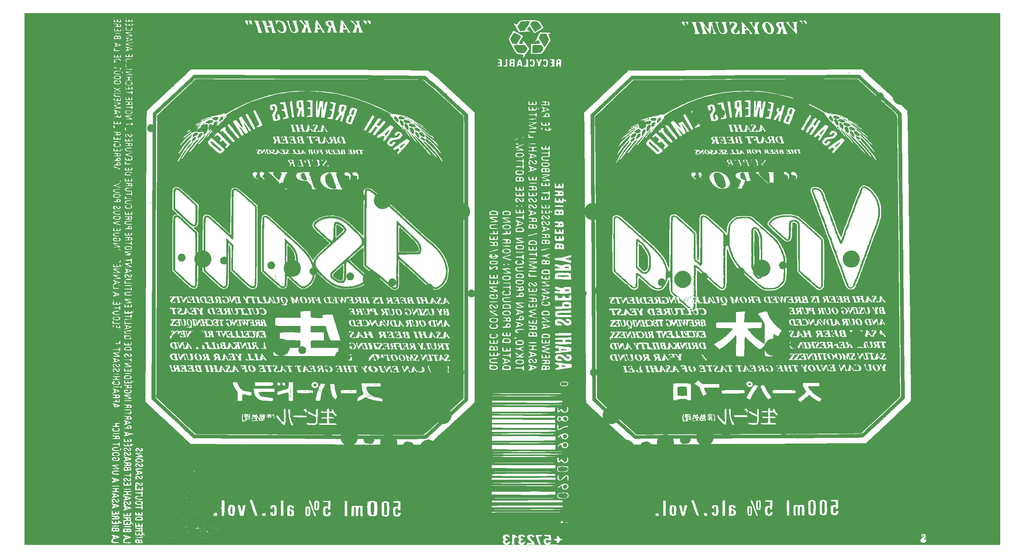
<source format=gbr>
G04 #@! TF.GenerationSoftware,KiCad,Pcbnew,(5.1.4)-1*
G04 #@! TF.CreationDate,2021-09-16T19:48:28-10:00*
G04 #@! TF.ProjectId,_autosave-oya38split,5f617574-6f73-4617-9665-2d6f79613338,rev?*
G04 #@! TF.SameCoordinates,Original*
G04 #@! TF.FileFunction,Soldermask,Bot*
G04 #@! TF.FilePolarity,Negative*
%FSLAX46Y46*%
G04 Gerber Fmt 4.6, Leading zero omitted, Abs format (unit mm)*
G04 Created by KiCad (PCBNEW (5.1.4)-1) date 2021-09-16 19:48:28*
%MOMM*%
%LPD*%
G04 APERTURE LIST*
%ADD10C,0.010000*%
%ADD11C,0.100000*%
G04 APERTURE END LIST*
D10*
G36*
X182645667Y-73414293D02*
G01*
X182631853Y-73555582D01*
X182620407Y-73877602D01*
X182611782Y-74349427D01*
X182606430Y-74940132D01*
X182604806Y-75618790D01*
X182606070Y-76116645D01*
X182617605Y-78679124D01*
X183039844Y-79115160D01*
X183440889Y-79494917D01*
X183756513Y-79707670D01*
X184013396Y-79765959D01*
X184238221Y-79682325D01*
X184241591Y-79679980D01*
X184474940Y-79445026D01*
X184637526Y-79101069D01*
X184737033Y-78619404D01*
X184781143Y-77971324D01*
X184785000Y-77649797D01*
X184772583Y-77139772D01*
X184739150Y-76668779D01*
X184690431Y-76302395D01*
X184654395Y-76154597D01*
X184490266Y-75761569D01*
X184261337Y-75323054D01*
X183988995Y-74868228D01*
X183694627Y-74426265D01*
X183399619Y-74026342D01*
X183125358Y-73697633D01*
X182893230Y-73469315D01*
X182724622Y-73370561D01*
X182645667Y-73414293D01*
X182645667Y-73414293D01*
G37*
X182645667Y-73414293D02*
X182631853Y-73555582D01*
X182620407Y-73877602D01*
X182611782Y-74349427D01*
X182606430Y-74940132D01*
X182604806Y-75618790D01*
X182606070Y-76116645D01*
X182617605Y-78679124D01*
X183039844Y-79115160D01*
X183440889Y-79494917D01*
X183756513Y-79707670D01*
X184013396Y-79765959D01*
X184238221Y-79682325D01*
X184241591Y-79679980D01*
X184474940Y-79445026D01*
X184637526Y-79101069D01*
X184737033Y-78619404D01*
X184781143Y-77971324D01*
X184785000Y-77649797D01*
X184772583Y-77139772D01*
X184739150Y-76668779D01*
X184690431Y-76302395D01*
X184654395Y-76154597D01*
X184490266Y-75761569D01*
X184261337Y-75323054D01*
X183988995Y-74868228D01*
X183694627Y-74426265D01*
X183399619Y-74026342D01*
X183125358Y-73697633D01*
X182893230Y-73469315D01*
X182724622Y-73370561D01*
X182645667Y-73414293D01*
G36*
X210279808Y-70121044D02*
G01*
X210254168Y-70188386D01*
X210242000Y-70333808D01*
X210230608Y-70666789D01*
X210220315Y-71163221D01*
X210211445Y-71798995D01*
X210204320Y-72550005D01*
X210199262Y-73392142D01*
X210196594Y-74301298D01*
X210196361Y-74506666D01*
X210197107Y-75626366D01*
X210201727Y-76553905D01*
X210210830Y-77308765D01*
X210225023Y-77910427D01*
X210244914Y-78378373D01*
X210271110Y-78732083D01*
X210304218Y-78991038D01*
X210341584Y-79163333D01*
X210441686Y-79534288D01*
X210525404Y-79868968D01*
X210551462Y-79984357D01*
X210661819Y-80250632D01*
X210859492Y-80548297D01*
X210918482Y-80618360D01*
X211224189Y-80960506D01*
X211293444Y-80591086D01*
X211307874Y-80405679D01*
X211319630Y-80033701D01*
X211328515Y-79500235D01*
X211334331Y-78830362D01*
X211336884Y-78049164D01*
X211335977Y-77181723D01*
X211331412Y-76253120D01*
X211329474Y-75988333D01*
X211296250Y-71755000D01*
X210936591Y-70987636D01*
X210690832Y-70492942D01*
X210504667Y-70189722D01*
X210370268Y-70068812D01*
X210279808Y-70121044D01*
X210279808Y-70121044D01*
G37*
X210279808Y-70121044D02*
X210254168Y-70188386D01*
X210242000Y-70333808D01*
X210230608Y-70666789D01*
X210220315Y-71163221D01*
X210211445Y-71798995D01*
X210204320Y-72550005D01*
X210199262Y-73392142D01*
X210196594Y-74301298D01*
X210196361Y-74506666D01*
X210197107Y-75626366D01*
X210201727Y-76553905D01*
X210210830Y-77308765D01*
X210225023Y-77910427D01*
X210244914Y-78378373D01*
X210271110Y-78732083D01*
X210304218Y-78991038D01*
X210341584Y-79163333D01*
X210441686Y-79534288D01*
X210525404Y-79868968D01*
X210551462Y-79984357D01*
X210661819Y-80250632D01*
X210859492Y-80548297D01*
X210918482Y-80618360D01*
X211224189Y-80960506D01*
X211293444Y-80591086D01*
X211307874Y-80405679D01*
X211319630Y-80033701D01*
X211328515Y-79500235D01*
X211334331Y-78830362D01*
X211336884Y-78049164D01*
X211335977Y-77181723D01*
X211331412Y-76253120D01*
X211329474Y-75988333D01*
X211296250Y-71755000D01*
X210936591Y-70987636D01*
X210690832Y-70492942D01*
X210504667Y-70189722D01*
X210370268Y-70068812D01*
X210279808Y-70121044D01*
G36*
X98794095Y-73708034D02*
G01*
X98776042Y-73991366D01*
X98761052Y-74427800D01*
X98749973Y-74988053D01*
X98743654Y-75642846D01*
X98742500Y-76085152D01*
X98742500Y-78563222D01*
X99259387Y-78942652D01*
X99538257Y-79142937D01*
X99741237Y-79280439D01*
X99816013Y-79322083D01*
X99896244Y-79244436D01*
X100011961Y-79083958D01*
X100255487Y-78643951D01*
X100409051Y-78174855D01*
X100496250Y-77597686D01*
X100511568Y-77411816D01*
X100483160Y-76459022D01*
X100255253Y-75575886D01*
X99889724Y-74854824D01*
X99658620Y-74519852D01*
X99397420Y-74183565D01*
X99144072Y-73889994D01*
X98936525Y-73683171D01*
X98814360Y-73607083D01*
X98794095Y-73708034D01*
X98794095Y-73708034D01*
G37*
X98794095Y-73708034D02*
X98776042Y-73991366D01*
X98761052Y-74427800D01*
X98749973Y-74988053D01*
X98743654Y-75642846D01*
X98742500Y-76085152D01*
X98742500Y-78563222D01*
X99259387Y-78942652D01*
X99538257Y-79142937D01*
X99741237Y-79280439D01*
X99816013Y-79322083D01*
X99896244Y-79244436D01*
X100011961Y-79083958D01*
X100255487Y-78643951D01*
X100409051Y-78174855D01*
X100496250Y-77597686D01*
X100511568Y-77411816D01*
X100483160Y-76459022D01*
X100255253Y-75575886D01*
X99889724Y-74854824D01*
X99658620Y-74519852D01*
X99397420Y-74183565D01*
X99144072Y-73889994D01*
X98936525Y-73683171D01*
X98814360Y-73607083D01*
X98794095Y-73708034D01*
G36*
X182130851Y-72227664D02*
G01*
X182089200Y-72266097D01*
X182043055Y-72337758D01*
X182006381Y-72464975D01*
X181978148Y-72669767D01*
X181957325Y-72974156D01*
X181942881Y-73400163D01*
X181933784Y-73969811D01*
X181929003Y-74705119D01*
X181927508Y-75628109D01*
X181927500Y-75719718D01*
X181927500Y-79011638D01*
X182294389Y-79378527D01*
X182519855Y-79591487D01*
X182684081Y-79723860D01*
X182728177Y-79745416D01*
X182835303Y-79815847D01*
X183023771Y-79992432D01*
X183100924Y-80072826D01*
X183485416Y-80341433D01*
X183955225Y-80460123D01*
X184387653Y-80418517D01*
X184615407Y-80291311D01*
X184867341Y-80066355D01*
X185082747Y-79809049D01*
X185200917Y-79584788D01*
X185208333Y-79534428D01*
X185260243Y-79352407D01*
X185319148Y-79302784D01*
X185363157Y-79188125D01*
X185396696Y-78906800D01*
X185419732Y-78503552D01*
X185432232Y-78023123D01*
X185433361Y-77722874D01*
X185131597Y-77722874D01*
X185101023Y-78369089D01*
X185024075Y-78925441D01*
X184958269Y-79177344D01*
X184720972Y-79691034D01*
X184423357Y-80018590D01*
X184079215Y-80153068D01*
X183702337Y-80087520D01*
X183449897Y-79937063D01*
X183200119Y-79729378D01*
X182888643Y-79446476D01*
X182694791Y-79259759D01*
X182245000Y-78814143D01*
X182245000Y-75734363D01*
X182246976Y-74951510D01*
X182252562Y-74241960D01*
X182261248Y-73631977D01*
X182272521Y-73147828D01*
X182285870Y-72815777D01*
X182300784Y-72662091D01*
X182304978Y-72654583D01*
X182428325Y-72717404D01*
X182658015Y-72878711D01*
X182940955Y-73097765D01*
X183224054Y-73333828D01*
X183408423Y-73501250D01*
X183826141Y-73975836D01*
X184246755Y-74579948D01*
X184623062Y-75237459D01*
X184907859Y-75872240D01*
X184947556Y-75983484D01*
X185054616Y-76456228D01*
X185116046Y-77060639D01*
X185131597Y-77722874D01*
X185433361Y-77722874D01*
X185434162Y-77510256D01*
X185425489Y-77009695D01*
X185406179Y-76566182D01*
X185376200Y-76224459D01*
X185335518Y-76029270D01*
X185321600Y-76006349D01*
X185237232Y-75822838D01*
X185208333Y-75596750D01*
X185175671Y-75383146D01*
X185102500Y-75300416D01*
X185009830Y-75214186D01*
X184996666Y-75134107D01*
X184929656Y-74914877D01*
X184864375Y-74820279D01*
X184637555Y-74556753D01*
X184535569Y-74403103D01*
X184533619Y-74319493D01*
X184544417Y-74306277D01*
X184517015Y-74252247D01*
X184432222Y-74242083D01*
X184281044Y-74159302D01*
X184255833Y-74071892D01*
X184184726Y-73916208D01*
X183998007Y-73669468D01*
X183735585Y-73384206D01*
X183726666Y-73375310D01*
X183468435Y-73127748D01*
X183280015Y-72964871D01*
X183198374Y-72918371D01*
X183197500Y-72921693D01*
X183133988Y-72900987D01*
X182975020Y-72761379D01*
X182906458Y-72692234D01*
X182599622Y-72385121D01*
X182393299Y-72218474D01*
X182249654Y-72172564D01*
X182130851Y-72227664D01*
X182130851Y-72227664D01*
G37*
X182130851Y-72227664D02*
X182089200Y-72266097D01*
X182043055Y-72337758D01*
X182006381Y-72464975D01*
X181978148Y-72669767D01*
X181957325Y-72974156D01*
X181942881Y-73400163D01*
X181933784Y-73969811D01*
X181929003Y-74705119D01*
X181927508Y-75628109D01*
X181927500Y-75719718D01*
X181927500Y-79011638D01*
X182294389Y-79378527D01*
X182519855Y-79591487D01*
X182684081Y-79723860D01*
X182728177Y-79745416D01*
X182835303Y-79815847D01*
X183023771Y-79992432D01*
X183100924Y-80072826D01*
X183485416Y-80341433D01*
X183955225Y-80460123D01*
X184387653Y-80418517D01*
X184615407Y-80291311D01*
X184867341Y-80066355D01*
X185082747Y-79809049D01*
X185200917Y-79584788D01*
X185208333Y-79534428D01*
X185260243Y-79352407D01*
X185319148Y-79302784D01*
X185363157Y-79188125D01*
X185396696Y-78906800D01*
X185419732Y-78503552D01*
X185432232Y-78023123D01*
X185433361Y-77722874D01*
X185131597Y-77722874D01*
X185101023Y-78369089D01*
X185024075Y-78925441D01*
X184958269Y-79177344D01*
X184720972Y-79691034D01*
X184423357Y-80018590D01*
X184079215Y-80153068D01*
X183702337Y-80087520D01*
X183449897Y-79937063D01*
X183200119Y-79729378D01*
X182888643Y-79446476D01*
X182694791Y-79259759D01*
X182245000Y-78814143D01*
X182245000Y-75734363D01*
X182246976Y-74951510D01*
X182252562Y-74241960D01*
X182261248Y-73631977D01*
X182272521Y-73147828D01*
X182285870Y-72815777D01*
X182300784Y-72662091D01*
X182304978Y-72654583D01*
X182428325Y-72717404D01*
X182658015Y-72878711D01*
X182940955Y-73097765D01*
X183224054Y-73333828D01*
X183408423Y-73501250D01*
X183826141Y-73975836D01*
X184246755Y-74579948D01*
X184623062Y-75237459D01*
X184907859Y-75872240D01*
X184947556Y-75983484D01*
X185054616Y-76456228D01*
X185116046Y-77060639D01*
X185131597Y-77722874D01*
X185433361Y-77722874D01*
X185434162Y-77510256D01*
X185425489Y-77009695D01*
X185406179Y-76566182D01*
X185376200Y-76224459D01*
X185335518Y-76029270D01*
X185321600Y-76006349D01*
X185237232Y-75822838D01*
X185208333Y-75596750D01*
X185175671Y-75383146D01*
X185102500Y-75300416D01*
X185009830Y-75214186D01*
X184996666Y-75134107D01*
X184929656Y-74914877D01*
X184864375Y-74820279D01*
X184637555Y-74556753D01*
X184535569Y-74403103D01*
X184533619Y-74319493D01*
X184544417Y-74306277D01*
X184517015Y-74252247D01*
X184432222Y-74242083D01*
X184281044Y-74159302D01*
X184255833Y-74071892D01*
X184184726Y-73916208D01*
X183998007Y-73669468D01*
X183735585Y-73384206D01*
X183726666Y-73375310D01*
X183468435Y-73127748D01*
X183280015Y-72964871D01*
X183198374Y-72918371D01*
X183197500Y-72921693D01*
X183133988Y-72900987D01*
X182975020Y-72761379D01*
X182906458Y-72692234D01*
X182599622Y-72385121D01*
X182393299Y-72218474D01*
X182249654Y-72172564D01*
X182130851Y-72227664D01*
G36*
X210119301Y-69345964D02*
G01*
X209844108Y-69512658D01*
X209753065Y-69593451D01*
X209578206Y-69778687D01*
X209519108Y-69889232D01*
X209538807Y-69902916D01*
X209650381Y-69981250D01*
X209655833Y-70014995D01*
X209595813Y-70083599D01*
X209566002Y-70071556D01*
X209501147Y-70121935D01*
X209467589Y-70320086D01*
X209467193Y-70331798D01*
X209491041Y-70548347D01*
X209573376Y-70576385D01*
X209636925Y-70569828D01*
X209598742Y-70650504D01*
X209522381Y-70862223D01*
X209497903Y-71111005D01*
X209525726Y-71313200D01*
X209595079Y-71386203D01*
X209645551Y-71420282D01*
X209590453Y-71465578D01*
X209551302Y-71592993D01*
X209519586Y-71892920D01*
X209495425Y-72326331D01*
X209478943Y-72854198D01*
X209470261Y-73437494D01*
X209469502Y-74037190D01*
X209476788Y-74614258D01*
X209492242Y-75129670D01*
X209515985Y-75544398D01*
X209548141Y-75819414D01*
X209576532Y-75908958D01*
X209621945Y-76021952D01*
X209589417Y-76041283D01*
X209537690Y-76137545D01*
X209500376Y-76388803D01*
X209478186Y-76738833D01*
X209471834Y-77131407D01*
X209482033Y-77510301D01*
X209509496Y-77819287D01*
X209554935Y-78002140D01*
X209564370Y-78016482D01*
X209626514Y-78134309D01*
X209558671Y-78157916D01*
X209492140Y-78248565D01*
X209462284Y-78466569D01*
X209468000Y-78731015D01*
X209508189Y-78960990D01*
X209571092Y-79070535D01*
X209642002Y-79207654D01*
X209655833Y-79328329D01*
X209701357Y-79496884D01*
X209761666Y-79533750D01*
X209827940Y-79627640D01*
X209864801Y-79862189D01*
X209867500Y-79957083D01*
X209890972Y-80222175D01*
X209949610Y-80369621D01*
X209973333Y-80380416D01*
X210063073Y-80467771D01*
X210079166Y-80565671D01*
X210147075Y-80741637D01*
X210322172Y-81000479D01*
X210490274Y-81200671D01*
X210865119Y-81526864D01*
X211215892Y-81648510D01*
X211559726Y-81568679D01*
X211765261Y-81429159D01*
X212022606Y-81214944D01*
X212022201Y-76279577D01*
X212021699Y-75872170D01*
X211730088Y-75872170D01*
X211727943Y-76804449D01*
X211727658Y-76858128D01*
X211721405Y-77894740D01*
X211714423Y-78740441D01*
X211705655Y-79415985D01*
X211694046Y-79942125D01*
X211678538Y-80339617D01*
X211658078Y-80629214D01*
X211631607Y-80831672D01*
X211598072Y-80967745D01*
X211556415Y-81058187D01*
X211510930Y-81117919D01*
X211361050Y-81272246D01*
X211243425Y-81312681D01*
X211086480Y-81234807D01*
X210877246Y-81078810D01*
X210645723Y-80854304D01*
X210445825Y-80542045D01*
X210257779Y-80102884D01*
X210061811Y-79497668D01*
X210038731Y-79418614D01*
X209995476Y-79242784D01*
X209959963Y-79028427D01*
X209931471Y-78754477D01*
X209909277Y-78399869D01*
X209906248Y-78316666D01*
X209655833Y-78316666D01*
X209602916Y-78369583D01*
X209550000Y-78316666D01*
X209602916Y-78263750D01*
X209655833Y-78316666D01*
X209906248Y-78316666D01*
X209892661Y-77943536D01*
X209880901Y-77364412D01*
X209873275Y-76641434D01*
X209869064Y-75753533D01*
X209867899Y-74930000D01*
X209655833Y-74930000D01*
X209602916Y-74982916D01*
X209550000Y-74930000D01*
X209602916Y-74877083D01*
X209655833Y-74930000D01*
X209867899Y-74930000D01*
X209867544Y-74679646D01*
X209867500Y-74417989D01*
X209867814Y-73335865D01*
X209869368Y-72445544D01*
X209873078Y-71727159D01*
X209879859Y-71160846D01*
X209890627Y-70726742D01*
X209906299Y-70404980D01*
X209927790Y-70175698D01*
X209956016Y-70019029D01*
X209991894Y-69915109D01*
X210036339Y-69844074D01*
X210080640Y-69795609D01*
X210250064Y-69654235D01*
X210395541Y-69659707D01*
X210551556Y-69751369D01*
X210861760Y-70056686D01*
X211150242Y-70532709D01*
X211398454Y-71138500D01*
X211587846Y-71833122D01*
X211651218Y-72178333D01*
X211673001Y-72427973D01*
X211691938Y-72861300D01*
X211707572Y-73450349D01*
X211719446Y-74167154D01*
X211727104Y-74983750D01*
X211730088Y-75872170D01*
X212021699Y-75872170D01*
X212020685Y-75051133D01*
X212016144Y-74021640D01*
X212008258Y-73178399D01*
X211996709Y-72508713D01*
X211981178Y-71999883D01*
X211961345Y-71639210D01*
X211936891Y-71413996D01*
X211907497Y-71311542D01*
X211897148Y-71302660D01*
X211801948Y-71177578D01*
X211772500Y-70999101D01*
X211737893Y-70824556D01*
X211666666Y-70802500D01*
X211582414Y-70771144D01*
X211560833Y-70657555D01*
X211488598Y-70409181D01*
X211402083Y-70288452D01*
X211271824Y-70107349D01*
X211243333Y-70011498D01*
X211156473Y-69818068D01*
X210941545Y-69601845D01*
X210667025Y-69418603D01*
X210401391Y-69324116D01*
X210399009Y-69323808D01*
X210119301Y-69345964D01*
X210119301Y-69345964D01*
G37*
X210119301Y-69345964D02*
X209844108Y-69512658D01*
X209753065Y-69593451D01*
X209578206Y-69778687D01*
X209519108Y-69889232D01*
X209538807Y-69902916D01*
X209650381Y-69981250D01*
X209655833Y-70014995D01*
X209595813Y-70083599D01*
X209566002Y-70071556D01*
X209501147Y-70121935D01*
X209467589Y-70320086D01*
X209467193Y-70331798D01*
X209491041Y-70548347D01*
X209573376Y-70576385D01*
X209636925Y-70569828D01*
X209598742Y-70650504D01*
X209522381Y-70862223D01*
X209497903Y-71111005D01*
X209525726Y-71313200D01*
X209595079Y-71386203D01*
X209645551Y-71420282D01*
X209590453Y-71465578D01*
X209551302Y-71592993D01*
X209519586Y-71892920D01*
X209495425Y-72326331D01*
X209478943Y-72854198D01*
X209470261Y-73437494D01*
X209469502Y-74037190D01*
X209476788Y-74614258D01*
X209492242Y-75129670D01*
X209515985Y-75544398D01*
X209548141Y-75819414D01*
X209576532Y-75908958D01*
X209621945Y-76021952D01*
X209589417Y-76041283D01*
X209537690Y-76137545D01*
X209500376Y-76388803D01*
X209478186Y-76738833D01*
X209471834Y-77131407D01*
X209482033Y-77510301D01*
X209509496Y-77819287D01*
X209554935Y-78002140D01*
X209564370Y-78016482D01*
X209626514Y-78134309D01*
X209558671Y-78157916D01*
X209492140Y-78248565D01*
X209462284Y-78466569D01*
X209468000Y-78731015D01*
X209508189Y-78960990D01*
X209571092Y-79070535D01*
X209642002Y-79207654D01*
X209655833Y-79328329D01*
X209701357Y-79496884D01*
X209761666Y-79533750D01*
X209827940Y-79627640D01*
X209864801Y-79862189D01*
X209867500Y-79957083D01*
X209890972Y-80222175D01*
X209949610Y-80369621D01*
X209973333Y-80380416D01*
X210063073Y-80467771D01*
X210079166Y-80565671D01*
X210147075Y-80741637D01*
X210322172Y-81000479D01*
X210490274Y-81200671D01*
X210865119Y-81526864D01*
X211215892Y-81648510D01*
X211559726Y-81568679D01*
X211765261Y-81429159D01*
X212022606Y-81214944D01*
X212022201Y-76279577D01*
X212021699Y-75872170D01*
X211730088Y-75872170D01*
X211727943Y-76804449D01*
X211727658Y-76858128D01*
X211721405Y-77894740D01*
X211714423Y-78740441D01*
X211705655Y-79415985D01*
X211694046Y-79942125D01*
X211678538Y-80339617D01*
X211658078Y-80629214D01*
X211631607Y-80831672D01*
X211598072Y-80967745D01*
X211556415Y-81058187D01*
X211510930Y-81117919D01*
X211361050Y-81272246D01*
X211243425Y-81312681D01*
X211086480Y-81234807D01*
X210877246Y-81078810D01*
X210645723Y-80854304D01*
X210445825Y-80542045D01*
X210257779Y-80102884D01*
X210061811Y-79497668D01*
X210038731Y-79418614D01*
X209995476Y-79242784D01*
X209959963Y-79028427D01*
X209931471Y-78754477D01*
X209909277Y-78399869D01*
X209906248Y-78316666D01*
X209655833Y-78316666D01*
X209602916Y-78369583D01*
X209550000Y-78316666D01*
X209602916Y-78263750D01*
X209655833Y-78316666D01*
X209906248Y-78316666D01*
X209892661Y-77943536D01*
X209880901Y-77364412D01*
X209873275Y-76641434D01*
X209869064Y-75753533D01*
X209867899Y-74930000D01*
X209655833Y-74930000D01*
X209602916Y-74982916D01*
X209550000Y-74930000D01*
X209602916Y-74877083D01*
X209655833Y-74930000D01*
X209867899Y-74930000D01*
X209867544Y-74679646D01*
X209867500Y-74417989D01*
X209867814Y-73335865D01*
X209869368Y-72445544D01*
X209873078Y-71727159D01*
X209879859Y-71160846D01*
X209890627Y-70726742D01*
X209906299Y-70404980D01*
X209927790Y-70175698D01*
X209956016Y-70019029D01*
X209991894Y-69915109D01*
X210036339Y-69844074D01*
X210080640Y-69795609D01*
X210250064Y-69654235D01*
X210395541Y-69659707D01*
X210551556Y-69751369D01*
X210861760Y-70056686D01*
X211150242Y-70532709D01*
X211398454Y-71138500D01*
X211587846Y-71833122D01*
X211651218Y-72178333D01*
X211673001Y-72427973D01*
X211691938Y-72861300D01*
X211707572Y-73450349D01*
X211719446Y-74167154D01*
X211727104Y-74983750D01*
X211730088Y-75872170D01*
X212021699Y-75872170D01*
X212020685Y-75051133D01*
X212016144Y-74021640D01*
X212008258Y-73178399D01*
X211996709Y-72508713D01*
X211981178Y-71999883D01*
X211961345Y-71639210D01*
X211936891Y-71413996D01*
X211907497Y-71311542D01*
X211897148Y-71302660D01*
X211801948Y-71177578D01*
X211772500Y-70999101D01*
X211737893Y-70824556D01*
X211666666Y-70802500D01*
X211582414Y-70771144D01*
X211560833Y-70657555D01*
X211488598Y-70409181D01*
X211402083Y-70288452D01*
X211271824Y-70107349D01*
X211243333Y-70011498D01*
X211156473Y-69818068D01*
X210941545Y-69601845D01*
X210667025Y-69418603D01*
X210401391Y-69324116D01*
X210399009Y-69323808D01*
X210119301Y-69345964D01*
G36*
X110488854Y-68838153D02*
G01*
X110461416Y-69110657D01*
X110440417Y-69517699D01*
X110428374Y-70020717D01*
X110426988Y-70167500D01*
X110427982Y-70689295D01*
X110437100Y-71125076D01*
X110452902Y-71436432D01*
X110473950Y-71584955D01*
X110480362Y-71592154D01*
X110579797Y-71522994D01*
X110797071Y-71340070D01*
X111095840Y-71074638D01*
X111311001Y-70877779D01*
X111638837Y-70557494D01*
X111896753Y-70272924D01*
X112050417Y-70063776D01*
X112078293Y-69990432D01*
X111992242Y-69787293D01*
X111769568Y-69527297D01*
X111461331Y-69251461D01*
X111118586Y-69000802D01*
X110792392Y-68816337D01*
X110533805Y-68739083D01*
X110520216Y-68738750D01*
X110488854Y-68838153D01*
X110488854Y-68838153D01*
G37*
X110488854Y-68838153D02*
X110461416Y-69110657D01*
X110440417Y-69517699D01*
X110428374Y-70020717D01*
X110426988Y-70167500D01*
X110427982Y-70689295D01*
X110437100Y-71125076D01*
X110452902Y-71436432D01*
X110473950Y-71584955D01*
X110480362Y-71592154D01*
X110579797Y-71522994D01*
X110797071Y-71340070D01*
X111095840Y-71074638D01*
X111311001Y-70877779D01*
X111638837Y-70557494D01*
X111896753Y-70272924D01*
X112050417Y-70063776D01*
X112078293Y-69990432D01*
X111992242Y-69787293D01*
X111769568Y-69527297D01*
X111461331Y-69251461D01*
X111118586Y-69000802D01*
X110792392Y-68816337D01*
X110533805Y-68739083D01*
X110520216Y-68738750D01*
X110488854Y-68838153D01*
G36*
X125482180Y-69416315D02*
G01*
X125456037Y-69572358D01*
X125437130Y-69842629D01*
X125424394Y-70247666D01*
X125416765Y-70808003D01*
X125413178Y-71544178D01*
X125412500Y-72218291D01*
X125412500Y-75194583D01*
X127622041Y-75194583D01*
X128382037Y-75192333D01*
X128957018Y-75184375D01*
X129373604Y-75168893D01*
X129658410Y-75144073D01*
X129838055Y-75108101D01*
X129939155Y-75059163D01*
X129964077Y-75034937D01*
X130062295Y-74759948D01*
X130021383Y-74374334D01*
X129856403Y-73912484D01*
X129582414Y-73408785D01*
X129214476Y-72897623D01*
X128852038Y-72495833D01*
X128579888Y-72227625D01*
X128214034Y-71872580D01*
X127784749Y-71459496D01*
X127322304Y-71017167D01*
X126856974Y-70574391D01*
X126419029Y-70159962D01*
X126038744Y-69802679D01*
X125746390Y-69531336D01*
X125572242Y-69374729D01*
X125560432Y-69364771D01*
X125516623Y-69353965D01*
X125482180Y-69416315D01*
X125482180Y-69416315D01*
G37*
X125482180Y-69416315D02*
X125456037Y-69572358D01*
X125437130Y-69842629D01*
X125424394Y-70247666D01*
X125416765Y-70808003D01*
X125413178Y-71544178D01*
X125412500Y-72218291D01*
X125412500Y-75194583D01*
X127622041Y-75194583D01*
X128382037Y-75192333D01*
X128957018Y-75184375D01*
X129373604Y-75168893D01*
X129658410Y-75144073D01*
X129838055Y-75108101D01*
X129939155Y-75059163D01*
X129964077Y-75034937D01*
X130062295Y-74759948D01*
X130021383Y-74374334D01*
X129856403Y-73912484D01*
X129582414Y-73408785D01*
X129214476Y-72897623D01*
X128852038Y-72495833D01*
X128579888Y-72227625D01*
X128214034Y-71872580D01*
X127784749Y-71459496D01*
X127322304Y-71017167D01*
X126856974Y-70574391D01*
X126419029Y-70159962D01*
X126038744Y-69802679D01*
X125746390Y-69531336D01*
X125572242Y-69374729D01*
X125560432Y-69364771D01*
X125516623Y-69353965D01*
X125482180Y-69416315D01*
G36*
X111892967Y-78542629D02*
G01*
X111685194Y-78720587D01*
X111406706Y-78973767D01*
X111345356Y-79031041D01*
X110952799Y-79395438D01*
X110523448Y-79788389D01*
X110198079Y-80081926D01*
X109841848Y-80450332D01*
X109670449Y-80769391D01*
X109689077Y-81056841D01*
X109902929Y-81330421D01*
X110317201Y-81607867D01*
X110701666Y-81801128D01*
X111194903Y-81999256D01*
X111547129Y-82064646D01*
X111780025Y-81999965D01*
X111842057Y-81941458D01*
X111875471Y-81807158D01*
X111909334Y-81512464D01*
X111941844Y-81099892D01*
X111971200Y-80611960D01*
X111995602Y-80091186D01*
X112013248Y-79580087D01*
X112022336Y-79121182D01*
X112021067Y-78756988D01*
X112007638Y-78530023D01*
X111988883Y-78475416D01*
X111892967Y-78542629D01*
X111892967Y-78542629D01*
G37*
X111892967Y-78542629D02*
X111685194Y-78720587D01*
X111406706Y-78973767D01*
X111345356Y-79031041D01*
X110952799Y-79395438D01*
X110523448Y-79788389D01*
X110198079Y-80081926D01*
X109841848Y-80450332D01*
X109670449Y-80769391D01*
X109689077Y-81056841D01*
X109902929Y-81330421D01*
X110317201Y-81607867D01*
X110701666Y-81801128D01*
X111194903Y-81999256D01*
X111547129Y-82064646D01*
X111780025Y-81999965D01*
X111842057Y-81941458D01*
X111875471Y-81807158D01*
X111909334Y-81512464D01*
X111941844Y-81099892D01*
X111971200Y-80611960D01*
X111995602Y-80091186D01*
X112013248Y-79580087D01*
X112022336Y-79121182D01*
X112021067Y-78756988D01*
X112007638Y-78530023D01*
X111988883Y-78475416D01*
X111892967Y-78542629D01*
G36*
X98104434Y-78723094D02*
G01*
X98344092Y-78979291D01*
X98597059Y-79218122D01*
X98913085Y-79473880D01*
X99238180Y-79707908D01*
X99518355Y-79881551D01*
X99699619Y-79956152D01*
X99709179Y-79956687D01*
X99890364Y-79904350D01*
X100147842Y-79776263D01*
X100191958Y-79750073D01*
X100506486Y-79508640D01*
X100740533Y-79194017D01*
X100932563Y-78748318D01*
X101003805Y-78528333D01*
X101202656Y-77598858D01*
X101206042Y-77234616D01*
X100837562Y-77234616D01*
X100819097Y-77540259D01*
X100703436Y-78218685D01*
X100501214Y-78780420D01*
X100227352Y-79190895D01*
X100038772Y-79347783D01*
X99818336Y-79473547D01*
X99683591Y-79530681D01*
X99680700Y-79530933D01*
X99571923Y-79469748D01*
X99347657Y-79305824D01*
X99054046Y-79073092D01*
X99019241Y-79044537D01*
X98425000Y-78555325D01*
X98438145Y-76530996D01*
X98445948Y-75838912D01*
X98459502Y-75165759D01*
X98477369Y-74561258D01*
X98498112Y-74075130D01*
X98517520Y-73785642D01*
X98583750Y-73064619D01*
X99301991Y-73769861D01*
X99995264Y-74571979D01*
X100481468Y-75414785D01*
X100761826Y-76301317D01*
X100837562Y-77234616D01*
X101206042Y-77234616D01*
X101210938Y-76708178D01*
X101025337Y-75819319D01*
X100686154Y-74982916D01*
X100480800Y-74599495D01*
X100246714Y-74248199D01*
X99947082Y-73882494D01*
X99545090Y-73455844D01*
X99228900Y-73140891D01*
X98160416Y-72092616D01*
X98104434Y-78723094D01*
X98104434Y-78723094D01*
G37*
X98104434Y-78723094D02*
X98344092Y-78979291D01*
X98597059Y-79218122D01*
X98913085Y-79473880D01*
X99238180Y-79707908D01*
X99518355Y-79881551D01*
X99699619Y-79956152D01*
X99709179Y-79956687D01*
X99890364Y-79904350D01*
X100147842Y-79776263D01*
X100191958Y-79750073D01*
X100506486Y-79508640D01*
X100740533Y-79194017D01*
X100932563Y-78748318D01*
X101003805Y-78528333D01*
X101202656Y-77598858D01*
X101206042Y-77234616D01*
X100837562Y-77234616D01*
X100819097Y-77540259D01*
X100703436Y-78218685D01*
X100501214Y-78780420D01*
X100227352Y-79190895D01*
X100038772Y-79347783D01*
X99818336Y-79473547D01*
X99683591Y-79530681D01*
X99680700Y-79530933D01*
X99571923Y-79469748D01*
X99347657Y-79305824D01*
X99054046Y-79073092D01*
X99019241Y-79044537D01*
X98425000Y-78555325D01*
X98438145Y-76530996D01*
X98445948Y-75838912D01*
X98459502Y-75165759D01*
X98477369Y-74561258D01*
X98498112Y-74075130D01*
X98517520Y-73785642D01*
X98583750Y-73064619D01*
X99301991Y-73769861D01*
X99995264Y-74571979D01*
X100481468Y-75414785D01*
X100761826Y-76301317D01*
X100837562Y-77234616D01*
X101206042Y-77234616D01*
X101210938Y-76708178D01*
X101025337Y-75819319D01*
X100686154Y-74982916D01*
X100480800Y-74599495D01*
X100246714Y-74248199D01*
X99947082Y-73882494D01*
X99545090Y-73455844D01*
X99228900Y-73140891D01*
X98160416Y-72092616D01*
X98104434Y-78723094D01*
G36*
X95779166Y-80962500D02*
G01*
X95832083Y-81015416D01*
X95885000Y-80962500D01*
X95832083Y-80909583D01*
X95779166Y-80962500D01*
X95779166Y-80962500D01*
G37*
X95779166Y-80962500D02*
X95832083Y-81015416D01*
X95885000Y-80962500D01*
X95832083Y-80909583D01*
X95779166Y-80962500D01*
G36*
X95918537Y-81207239D02*
G01*
X95905920Y-81372644D01*
X95926892Y-81410086D01*
X95974995Y-81378523D01*
X95982478Y-81271180D01*
X95956631Y-81158252D01*
X95918537Y-81207239D01*
X95918537Y-81207239D01*
G37*
X95918537Y-81207239D02*
X95905920Y-81372644D01*
X95926892Y-81410086D01*
X95974995Y-81378523D01*
X95982478Y-81271180D01*
X95956631Y-81158252D01*
X95918537Y-81207239D01*
G36*
X95885000Y-81809166D02*
G01*
X95937916Y-81862083D01*
X95990833Y-81809166D01*
X95937916Y-81756250D01*
X95885000Y-81809166D01*
X95885000Y-81809166D01*
G37*
X95885000Y-81809166D02*
X95937916Y-81862083D01*
X95990833Y-81809166D01*
X95937916Y-81756250D01*
X95885000Y-81809166D01*
G36*
X206142304Y-39442946D02*
G01*
X206082035Y-39536241D01*
X206067894Y-39752605D01*
X206078677Y-40030429D01*
X206111726Y-40392838D01*
X206173214Y-40590358D01*
X206278799Y-40669381D01*
X206295625Y-40673189D01*
X206398772Y-40665443D01*
X206455011Y-40563070D01*
X206477719Y-40322199D01*
X206480833Y-40065676D01*
X206473557Y-39708887D01*
X206440837Y-39515168D01*
X206366336Y-39436120D01*
X206263885Y-39422916D01*
X206142304Y-39442946D01*
X206142304Y-39442946D01*
G37*
X206142304Y-39442946D02*
X206082035Y-39536241D01*
X206067894Y-39752605D01*
X206078677Y-40030429D01*
X206111726Y-40392838D01*
X206173214Y-40590358D01*
X206278799Y-40669381D01*
X206295625Y-40673189D01*
X206398772Y-40665443D01*
X206455011Y-40563070D01*
X206477719Y-40322199D01*
X206480833Y-40065676D01*
X206473557Y-39708887D01*
X206440837Y-39515168D01*
X206366336Y-39436120D01*
X206263885Y-39422916D01*
X206142304Y-39442946D01*
G36*
X216369785Y-40399520D02*
G01*
X216306965Y-40535041D01*
X216229893Y-40792590D01*
X216155706Y-41098592D01*
X216101538Y-41379473D01*
X216084527Y-41561658D01*
X216092332Y-41590804D01*
X216268145Y-41647056D01*
X216446632Y-41539412D01*
X216524136Y-41407291D01*
X216675627Y-40918727D01*
X216703593Y-40588301D01*
X216607609Y-40422263D01*
X216591780Y-40415171D01*
X216419286Y-40383190D01*
X216369785Y-40399520D01*
X216369785Y-40399520D01*
G37*
X216369785Y-40399520D02*
X216306965Y-40535041D01*
X216229893Y-40792590D01*
X216155706Y-41098592D01*
X216101538Y-41379473D01*
X216084527Y-41561658D01*
X216092332Y-41590804D01*
X216268145Y-41647056D01*
X216446632Y-41539412D01*
X216524136Y-41407291D01*
X216675627Y-40918727D01*
X216703593Y-40588301D01*
X216607609Y-40422263D01*
X216591780Y-40415171D01*
X216419286Y-40383190D01*
X216369785Y-40399520D01*
G36*
X218853982Y-41206423D02*
G01*
X218758816Y-41429036D01*
X218658880Y-41712228D01*
X218579467Y-41984139D01*
X218545869Y-42172908D01*
X218545833Y-42176725D01*
X218612749Y-42347036D01*
X218763752Y-42372843D01*
X218924230Y-42249702D01*
X218954003Y-42201041D01*
X219047428Y-41975903D01*
X219147014Y-41668481D01*
X219158852Y-41626236D01*
X219199196Y-41315677D01*
X219100190Y-41152866D01*
X218919085Y-41116250D01*
X218853982Y-41206423D01*
X218853982Y-41206423D01*
G37*
X218853982Y-41206423D02*
X218758816Y-41429036D01*
X218658880Y-41712228D01*
X218579467Y-41984139D01*
X218545869Y-42172908D01*
X218545833Y-42176725D01*
X218612749Y-42347036D01*
X218763752Y-42372843D01*
X218924230Y-42249702D01*
X218954003Y-42201041D01*
X219047428Y-41975903D01*
X219147014Y-41668481D01*
X219158852Y-41626236D01*
X219199196Y-41315677D01*
X219100190Y-41152866D01*
X218919085Y-41116250D01*
X218853982Y-41206423D01*
G36*
X218278449Y-42753463D02*
G01*
X218175749Y-42912998D01*
X218044090Y-43237023D01*
X218024271Y-43289803D01*
X217877923Y-43709359D01*
X217817866Y-43976943D01*
X217841374Y-44132622D01*
X217945717Y-44216463D01*
X217960772Y-44222546D01*
X218100082Y-44185504D01*
X218254694Y-43960042D01*
X218321058Y-43819985D01*
X218506026Y-43383407D01*
X218602296Y-43096764D01*
X218617747Y-42921640D01*
X218560259Y-42819621D01*
X218530700Y-42797991D01*
X218385622Y-42725949D01*
X218278449Y-42753463D01*
X218278449Y-42753463D01*
G37*
X218278449Y-42753463D02*
X218175749Y-42912998D01*
X218044090Y-43237023D01*
X218024271Y-43289803D01*
X217877923Y-43709359D01*
X217817866Y-43976943D01*
X217841374Y-44132622D01*
X217945717Y-44216463D01*
X217960772Y-44222546D01*
X218100082Y-44185504D01*
X218254694Y-43960042D01*
X218321058Y-43819985D01*
X218506026Y-43383407D01*
X218602296Y-43096764D01*
X218617747Y-42921640D01*
X218560259Y-42819621D01*
X218530700Y-42797991D01*
X218385622Y-42725949D01*
X218278449Y-42753463D01*
G36*
X211999396Y-45638159D02*
G01*
X211984166Y-45713754D01*
X212039422Y-45858556D01*
X212090000Y-45878750D01*
X212192804Y-45802790D01*
X212195833Y-45779162D01*
X212118903Y-45635828D01*
X212090000Y-45614166D01*
X211999396Y-45638159D01*
X211999396Y-45638159D01*
G37*
X211999396Y-45638159D02*
X211984166Y-45713754D01*
X212039422Y-45858556D01*
X212090000Y-45878750D01*
X212192804Y-45802790D01*
X212195833Y-45779162D01*
X212118903Y-45635828D01*
X212090000Y-45614166D01*
X211999396Y-45638159D01*
G36*
X208499464Y-45512776D02*
G01*
X208495032Y-45634379D01*
X208536350Y-45843909D01*
X208634851Y-45950122D01*
X208741723Y-45902027D01*
X208745547Y-45896067D01*
X208733396Y-45750558D01*
X208650392Y-45603299D01*
X208536184Y-45467731D01*
X208499464Y-45512776D01*
X208499464Y-45512776D01*
G37*
X208499464Y-45512776D02*
X208495032Y-45634379D01*
X208536350Y-45843909D01*
X208634851Y-45950122D01*
X208741723Y-45902027D01*
X208745547Y-45896067D01*
X208733396Y-45750558D01*
X208650392Y-45603299D01*
X208536184Y-45467731D01*
X208499464Y-45512776D01*
G36*
X192969444Y-44749861D02*
G01*
X192956778Y-44875460D01*
X192969444Y-44890972D01*
X193032362Y-44876444D01*
X193040000Y-44820416D01*
X193001277Y-44733303D01*
X192969444Y-44749861D01*
X192969444Y-44749861D01*
G37*
X192969444Y-44749861D02*
X192956778Y-44875460D01*
X192969444Y-44890972D01*
X193032362Y-44876444D01*
X193040000Y-44820416D01*
X193001277Y-44733303D01*
X192969444Y-44749861D01*
G36*
X191770000Y-45720000D02*
G01*
X191822916Y-45772916D01*
X191875833Y-45720000D01*
X191822916Y-45667083D01*
X191770000Y-45720000D01*
X191770000Y-45720000D01*
G37*
X191770000Y-45720000D02*
X191822916Y-45772916D01*
X191875833Y-45720000D01*
X191822916Y-45667083D01*
X191770000Y-45720000D01*
G36*
X226837027Y-45979267D02*
G01*
X226652548Y-46128459D01*
X226389886Y-46365190D01*
X226326920Y-46424442D01*
X226024261Y-46726930D01*
X225867795Y-46929487D01*
X225837021Y-47062636D01*
X225863628Y-47114262D01*
X225966382Y-47215862D01*
X226062649Y-47222939D01*
X226185054Y-47111378D01*
X226366221Y-46857066D01*
X226509791Y-46636651D01*
X226708003Y-46319165D01*
X226850274Y-46072592D01*
X226906617Y-45948984D01*
X226906666Y-45947756D01*
X226837027Y-45979267D01*
X226837027Y-45979267D01*
G37*
X226837027Y-45979267D02*
X226652548Y-46128459D01*
X226389886Y-46365190D01*
X226326920Y-46424442D01*
X226024261Y-46726930D01*
X225867795Y-46929487D01*
X225837021Y-47062636D01*
X225863628Y-47114262D01*
X225966382Y-47215862D01*
X226062649Y-47222939D01*
X226185054Y-47111378D01*
X226366221Y-46857066D01*
X226509791Y-46636651D01*
X226708003Y-46319165D01*
X226850274Y-46072592D01*
X226906617Y-45948984D01*
X226906666Y-45947756D01*
X226837027Y-45979267D01*
G36*
X206088875Y-47865108D02*
G01*
X206061352Y-48048647D01*
X206112613Y-48243561D01*
X206224906Y-48354510D01*
X206456597Y-48414598D01*
X206580451Y-48390891D01*
X206586666Y-48370813D01*
X206530987Y-48178650D01*
X206402758Y-47961938D01*
X206260192Y-47808891D01*
X206199262Y-47783750D01*
X206088875Y-47865108D01*
X206088875Y-47865108D01*
G37*
X206088875Y-47865108D02*
X206061352Y-48048647D01*
X206112613Y-48243561D01*
X206224906Y-48354510D01*
X206456597Y-48414598D01*
X206580451Y-48390891D01*
X206586666Y-48370813D01*
X206530987Y-48178650D01*
X206402758Y-47961938D01*
X206260192Y-47808891D01*
X206199262Y-47783750D01*
X206088875Y-47865108D01*
G36*
X206366039Y-48597043D02*
G01*
X206271577Y-48813683D01*
X206318833Y-49052421D01*
X206479575Y-49220685D01*
X206564203Y-49246842D01*
X206729891Y-49247158D01*
X206766064Y-49141636D01*
X206735748Y-48982259D01*
X206623854Y-48661672D01*
X206489773Y-48540993D01*
X206366039Y-48597043D01*
X206366039Y-48597043D01*
G37*
X206366039Y-48597043D02*
X206271577Y-48813683D01*
X206318833Y-49052421D01*
X206479575Y-49220685D01*
X206564203Y-49246842D01*
X206729891Y-49247158D01*
X206766064Y-49141636D01*
X206735748Y-48982259D01*
X206623854Y-48661672D01*
X206489773Y-48540993D01*
X206366039Y-48597043D01*
G36*
X213985529Y-47749472D02*
G01*
X213887920Y-47885843D01*
X213858884Y-48061884D01*
X213917849Y-48179492D01*
X214179230Y-48350848D01*
X214323077Y-48365744D01*
X214345677Y-48341101D01*
X214348319Y-48175281D01*
X214268146Y-47947106D01*
X214147038Y-47765259D01*
X214113560Y-47738698D01*
X213985529Y-47749472D01*
X213985529Y-47749472D01*
G37*
X213985529Y-47749472D02*
X213887920Y-47885843D01*
X213858884Y-48061884D01*
X213917849Y-48179492D01*
X214179230Y-48350848D01*
X214323077Y-48365744D01*
X214345677Y-48341101D01*
X214348319Y-48175281D01*
X214268146Y-47947106D01*
X214147038Y-47765259D01*
X214113560Y-47738698D01*
X213985529Y-47749472D01*
G36*
X212427345Y-48401557D02*
G01*
X212407500Y-48524583D01*
X212478455Y-48700637D01*
X212577573Y-48736250D01*
X212697104Y-48673132D01*
X212683406Y-48568844D01*
X212627371Y-48400134D01*
X212619166Y-48357177D01*
X212537251Y-48314064D01*
X212513333Y-48312916D01*
X212427345Y-48401557D01*
X212427345Y-48401557D01*
G37*
X212427345Y-48401557D02*
X212407500Y-48524583D01*
X212478455Y-48700637D01*
X212577573Y-48736250D01*
X212697104Y-48673132D01*
X212683406Y-48568844D01*
X212627371Y-48400134D01*
X212619166Y-48357177D01*
X212537251Y-48314064D01*
X212513333Y-48312916D01*
X212427345Y-48401557D01*
G36*
X215967690Y-47804378D02*
G01*
X215783685Y-47918871D01*
X215702020Y-48155745D01*
X215714516Y-48456860D01*
X215812994Y-48764074D01*
X215989274Y-49019247D01*
X216155024Y-49135971D01*
X216385101Y-49192903D01*
X216518193Y-49169970D01*
X216567996Y-49060541D01*
X216534814Y-48822417D01*
X216417388Y-48433191D01*
X216285311Y-48073145D01*
X216177362Y-47877091D01*
X216064330Y-47804182D01*
X215967690Y-47804378D01*
X215967690Y-47804378D01*
G37*
X215967690Y-47804378D02*
X215783685Y-47918871D01*
X215702020Y-48155745D01*
X215714516Y-48456860D01*
X215812994Y-48764074D01*
X215989274Y-49019247D01*
X216155024Y-49135971D01*
X216385101Y-49192903D01*
X216518193Y-49169970D01*
X216567996Y-49060541D01*
X216534814Y-48822417D01*
X216417388Y-48433191D01*
X216285311Y-48073145D01*
X216177362Y-47877091D01*
X216064330Y-47804182D01*
X215967690Y-47804378D01*
G36*
X200528075Y-47917822D02*
G01*
X200497992Y-47929105D01*
X200367430Y-48058369D01*
X200395783Y-48236190D01*
X200563862Y-48396748D01*
X200645245Y-48434183D01*
X200817725Y-48480905D01*
X200857136Y-48404884D01*
X200821851Y-48234677D01*
X200747494Y-47983438D01*
X200665954Y-47893280D01*
X200528075Y-47917822D01*
X200528075Y-47917822D01*
G37*
X200528075Y-47917822D02*
X200497992Y-47929105D01*
X200367430Y-48058369D01*
X200395783Y-48236190D01*
X200563862Y-48396748D01*
X200645245Y-48434183D01*
X200817725Y-48480905D01*
X200857136Y-48404884D01*
X200821851Y-48234677D01*
X200747494Y-47983438D01*
X200665954Y-47893280D01*
X200528075Y-47917822D01*
G36*
X203129444Y-48877361D02*
G01*
X203116778Y-49002960D01*
X203129444Y-49018472D01*
X203192362Y-49003944D01*
X203200000Y-48947916D01*
X203161277Y-48860803D01*
X203129444Y-48877361D01*
X203129444Y-48877361D01*
G37*
X203129444Y-48877361D02*
X203116778Y-49002960D01*
X203129444Y-49018472D01*
X203192362Y-49003944D01*
X203200000Y-48947916D01*
X203161277Y-48860803D01*
X203129444Y-48877361D01*
G36*
X230408047Y-49199202D02*
G01*
X230299942Y-49282467D01*
X230005828Y-49509295D01*
X229725176Y-49715008D01*
X229717859Y-49720149D01*
X229526156Y-49899843D01*
X229446666Y-50064107D01*
X229502016Y-50206133D01*
X229658408Y-50178155D01*
X229901361Y-49987531D01*
X230170933Y-49696221D01*
X230449780Y-49351513D01*
X230582593Y-49152667D01*
X230568855Y-49101343D01*
X230408047Y-49199202D01*
X230408047Y-49199202D01*
G37*
X230408047Y-49199202D02*
X230299942Y-49282467D01*
X230005828Y-49509295D01*
X229725176Y-49715008D01*
X229717859Y-49720149D01*
X229526156Y-49899843D01*
X229446666Y-50064107D01*
X229502016Y-50206133D01*
X229658408Y-50178155D01*
X229901361Y-49987531D01*
X230170933Y-49696221D01*
X230449780Y-49351513D01*
X230582593Y-49152667D01*
X230568855Y-49101343D01*
X230408047Y-49199202D01*
G36*
X212841444Y-50938803D02*
G01*
X212830833Y-51011666D01*
X212913849Y-51152016D01*
X212986262Y-51170416D01*
X213093032Y-51100294D01*
X213080772Y-51011666D01*
X212976889Y-50871619D01*
X212925344Y-50852916D01*
X212841444Y-50938803D01*
X212841444Y-50938803D01*
G37*
X212841444Y-50938803D02*
X212830833Y-51011666D01*
X212913849Y-51152016D01*
X212986262Y-51170416D01*
X213093032Y-51100294D01*
X213080772Y-51011666D01*
X212976889Y-50871619D01*
X212925344Y-50852916D01*
X212841444Y-50938803D01*
G36*
X215066879Y-50907348D02*
G01*
X215091519Y-51021547D01*
X215220739Y-51106177D01*
X215404916Y-51163480D01*
X215441383Y-51110756D01*
X215409105Y-51011666D01*
X215275852Y-50871011D01*
X215200760Y-50852916D01*
X215066879Y-50907348D01*
X215066879Y-50907348D01*
G37*
X215066879Y-50907348D02*
X215091519Y-51021547D01*
X215220739Y-51106177D01*
X215404916Y-51163480D01*
X215441383Y-51110756D01*
X215409105Y-51011666D01*
X215275852Y-50871011D01*
X215200760Y-50852916D01*
X215066879Y-50907348D01*
G36*
X215305317Y-51432480D02*
G01*
X215172718Y-51604119D01*
X215225500Y-51685438D01*
X215370833Y-51699583D01*
X215542536Y-51640742D01*
X215582500Y-51558472D01*
X215528808Y-51368996D01*
X215389976Y-51365817D01*
X215305317Y-51432480D01*
X215305317Y-51432480D01*
G37*
X215305317Y-51432480D02*
X215172718Y-51604119D01*
X215225500Y-51685438D01*
X215370833Y-51699583D01*
X215542536Y-51640742D01*
X215582500Y-51558472D01*
X215528808Y-51368996D01*
X215389976Y-51365817D01*
X215305317Y-51432480D01*
G36*
X208667227Y-50931761D02*
G01*
X208664811Y-50935459D01*
X208680130Y-51079528D01*
X208757415Y-51171383D01*
X208883640Y-51238947D01*
X208913379Y-51209833D01*
X208863153Y-51036099D01*
X208760331Y-50920480D01*
X208667227Y-50931761D01*
X208667227Y-50931761D01*
G37*
X208667227Y-50931761D02*
X208664811Y-50935459D01*
X208680130Y-51079528D01*
X208757415Y-51171383D01*
X208883640Y-51238947D01*
X208913379Y-51209833D01*
X208863153Y-51036099D01*
X208760331Y-50920480D01*
X208667227Y-50931761D01*
G36*
X210943657Y-50904048D02*
G01*
X210925833Y-50947427D01*
X211010057Y-51063122D01*
X211084583Y-51102855D01*
X211221119Y-51086594D01*
X211243333Y-51008345D01*
X211158543Y-50870932D01*
X211084583Y-50852916D01*
X210943657Y-50904048D01*
X210943657Y-50904048D01*
G37*
X210943657Y-50904048D02*
X210925833Y-50947427D01*
X211010057Y-51063122D01*
X211084583Y-51102855D01*
X211221119Y-51086594D01*
X211243333Y-51008345D01*
X211158543Y-50870932D01*
X211084583Y-50852916D01*
X210943657Y-50904048D01*
G36*
X209967638Y-50862130D02*
G01*
X209923213Y-51097722D01*
X209999127Y-51369939D01*
X210156519Y-51597532D01*
X210356530Y-51699255D01*
X210368182Y-51699583D01*
X210472016Y-51646548D01*
X210464302Y-51457527D01*
X210452811Y-51408541D01*
X210345965Y-51129685D01*
X210200893Y-50918919D01*
X210057826Y-50821553D01*
X209967638Y-50862130D01*
X209967638Y-50862130D01*
G37*
X209967638Y-50862130D02*
X209923213Y-51097722D01*
X209999127Y-51369939D01*
X210156519Y-51597532D01*
X210356530Y-51699255D01*
X210368182Y-51699583D01*
X210472016Y-51646548D01*
X210464302Y-51457527D01*
X210452811Y-51408541D01*
X210345965Y-51129685D01*
X210200893Y-50918919D01*
X210057826Y-50821553D01*
X209967638Y-50862130D01*
G36*
X216437320Y-50910671D02*
G01*
X216429166Y-50946258D01*
X216506399Y-51095872D01*
X216535000Y-51117500D01*
X216632679Y-51112662D01*
X216640833Y-51077075D01*
X216563601Y-50927460D01*
X216535000Y-50905833D01*
X216437320Y-50910671D01*
X216437320Y-50910671D01*
G37*
X216437320Y-50910671D02*
X216429166Y-50946258D01*
X216506399Y-51095872D01*
X216535000Y-51117500D01*
X216632679Y-51112662D01*
X216640833Y-51077075D01*
X216563601Y-50927460D01*
X216535000Y-50905833D01*
X216437320Y-50910671D01*
G36*
X216594900Y-51370784D02*
G01*
X216570019Y-51550782D01*
X216587916Y-51593750D01*
X216709903Y-51688500D01*
X216827109Y-51678157D01*
X216850879Y-51620208D01*
X216797746Y-51444915D01*
X216689866Y-51341585D01*
X216594900Y-51370784D01*
X216594900Y-51370784D01*
G37*
X216594900Y-51370784D02*
X216570019Y-51550782D01*
X216587916Y-51593750D01*
X216709903Y-51688500D01*
X216827109Y-51678157D01*
X216850879Y-51620208D01*
X216797746Y-51444915D01*
X216689866Y-51341585D01*
X216594900Y-51370784D01*
G36*
X217952453Y-50905848D02*
G01*
X217963750Y-50958750D01*
X218116423Y-51055066D01*
X218187908Y-51064583D01*
X218292547Y-51011651D01*
X218281250Y-50958750D01*
X218128577Y-50862433D01*
X218057091Y-50852916D01*
X217952453Y-50905848D01*
X217952453Y-50905848D01*
G37*
X217952453Y-50905848D02*
X217963750Y-50958750D01*
X218116423Y-51055066D01*
X218187908Y-51064583D01*
X218292547Y-51011651D01*
X218281250Y-50958750D01*
X218128577Y-50862433D01*
X218057091Y-50852916D01*
X217952453Y-50905848D01*
G36*
X185153042Y-48992513D02*
G01*
X185106270Y-49053750D01*
X185014085Y-49222393D01*
X184998287Y-49278290D01*
X185073202Y-49376064D01*
X185275891Y-49577078D01*
X185570630Y-49850144D01*
X185921695Y-50164075D01*
X186293362Y-50487683D01*
X186649906Y-50789780D01*
X186955602Y-51039177D01*
X187174728Y-51204688D01*
X187263267Y-51255651D01*
X187438647Y-51219764D01*
X187479237Y-51177718D01*
X187436468Y-51058495D01*
X187254704Y-50832543D01*
X186959697Y-50526031D01*
X186577195Y-50165127D01*
X186132951Y-49776001D01*
X185949166Y-49622774D01*
X185674807Y-49383532D01*
X185443769Y-49159351D01*
X185395692Y-49106666D01*
X185249911Y-48968373D01*
X185153042Y-48992513D01*
X185153042Y-48992513D01*
G37*
X185153042Y-48992513D02*
X185106270Y-49053750D01*
X185014085Y-49222393D01*
X184998287Y-49278290D01*
X185073202Y-49376064D01*
X185275891Y-49577078D01*
X185570630Y-49850144D01*
X185921695Y-50164075D01*
X186293362Y-50487683D01*
X186649906Y-50789780D01*
X186955602Y-51039177D01*
X187174728Y-51204688D01*
X187263267Y-51255651D01*
X187438647Y-51219764D01*
X187479237Y-51177718D01*
X187436468Y-51058495D01*
X187254704Y-50832543D01*
X186959697Y-50526031D01*
X186577195Y-50165127D01*
X186132951Y-49776001D01*
X185949166Y-49622774D01*
X185674807Y-49383532D01*
X185443769Y-49159351D01*
X185395692Y-49106666D01*
X185249911Y-48968373D01*
X185153042Y-48992513D01*
G36*
X201189166Y-51435000D02*
G01*
X201242083Y-51487916D01*
X201295000Y-51435000D01*
X201242083Y-51382083D01*
X201189166Y-51435000D01*
X201189166Y-51435000D01*
G37*
X201189166Y-51435000D02*
X201242083Y-51487916D01*
X201295000Y-51435000D01*
X201242083Y-51382083D01*
X201189166Y-51435000D01*
G36*
X198604764Y-50967875D02*
G01*
X198597866Y-51094114D01*
X198648783Y-51339483D01*
X198670361Y-51413923D01*
X198794887Y-51689684D01*
X198925874Y-51804336D01*
X199025747Y-51752158D01*
X199056932Y-51527431D01*
X199052747Y-51472131D01*
X198979421Y-51228366D01*
X198842300Y-51032444D01*
X198691359Y-50940618D01*
X198604764Y-50967875D01*
X198604764Y-50967875D01*
G37*
X198604764Y-50967875D02*
X198597866Y-51094114D01*
X198648783Y-51339483D01*
X198670361Y-51413923D01*
X198794887Y-51689684D01*
X198925874Y-51804336D01*
X199025747Y-51752158D01*
X199056932Y-51527431D01*
X199052747Y-51472131D01*
X198979421Y-51228366D01*
X198842300Y-51032444D01*
X198691359Y-50940618D01*
X198604764Y-50967875D01*
G36*
X202186326Y-51494769D02*
G01*
X202088359Y-51641771D01*
X202096161Y-51711574D01*
X202244232Y-51801677D01*
X202398242Y-51711807D01*
X202406250Y-51699583D01*
X202434794Y-51528865D01*
X202331291Y-51444166D01*
X202186326Y-51494769D01*
X202186326Y-51494769D01*
G37*
X202186326Y-51494769D02*
X202088359Y-51641771D01*
X202096161Y-51711574D01*
X202244232Y-51801677D01*
X202398242Y-51711807D01*
X202406250Y-51699583D01*
X202434794Y-51528865D01*
X202331291Y-51444166D01*
X202186326Y-51494769D01*
G36*
X228705833Y-42439166D02*
G01*
X228758750Y-42492083D01*
X228811666Y-42439166D01*
X228758750Y-42386250D01*
X228705833Y-42439166D01*
X228705833Y-42439166D01*
G37*
X228705833Y-42439166D02*
X228758750Y-42492083D01*
X228811666Y-42439166D01*
X228758750Y-42386250D01*
X228705833Y-42439166D01*
G36*
X230533663Y-42851475D02*
G01*
X230565227Y-42899578D01*
X230672569Y-42907061D01*
X230785497Y-42881214D01*
X230736510Y-42843120D01*
X230571105Y-42830503D01*
X230533663Y-42851475D01*
X230533663Y-42851475D01*
G37*
X230533663Y-42851475D02*
X230565227Y-42899578D01*
X230672569Y-42907061D01*
X230785497Y-42881214D01*
X230736510Y-42843120D01*
X230571105Y-42830503D01*
X230533663Y-42851475D01*
G36*
X231457500Y-43180000D02*
G01*
X231510416Y-43232916D01*
X231563333Y-43180000D01*
X231510416Y-43127083D01*
X231457500Y-43180000D01*
X231457500Y-43180000D01*
G37*
X231457500Y-43180000D02*
X231510416Y-43232916D01*
X231563333Y-43180000D01*
X231510416Y-43127083D01*
X231457500Y-43180000D01*
G36*
X229183590Y-42784538D02*
G01*
X229048355Y-42961436D01*
X229043317Y-42988029D01*
X229060669Y-43152827D01*
X229204452Y-43261911D01*
X229413734Y-43331397D01*
X229735194Y-43412015D01*
X229948853Y-43428350D01*
X230148435Y-43380846D01*
X230266875Y-43335452D01*
X230446768Y-43249619D01*
X230476384Y-43167340D01*
X230343415Y-43048862D01*
X230137364Y-42917135D01*
X229780193Y-42759012D01*
X229444902Y-42715938D01*
X229183590Y-42784538D01*
X229183590Y-42784538D01*
G37*
X229183590Y-42784538D02*
X229048355Y-42961436D01*
X229043317Y-42988029D01*
X229060669Y-43152827D01*
X229204452Y-43261911D01*
X229413734Y-43331397D01*
X229735194Y-43412015D01*
X229948853Y-43428350D01*
X230148435Y-43380846D01*
X230266875Y-43335452D01*
X230446768Y-43249619D01*
X230476384Y-43167340D01*
X230343415Y-43048862D01*
X230137364Y-42917135D01*
X229780193Y-42759012D01*
X229444902Y-42715938D01*
X229183590Y-42784538D01*
G36*
X231140000Y-43391666D02*
G01*
X231192916Y-43444583D01*
X231245833Y-43391666D01*
X231192916Y-43338750D01*
X231140000Y-43391666D01*
X231140000Y-43391666D01*
G37*
X231140000Y-43391666D02*
X231192916Y-43444583D01*
X231245833Y-43391666D01*
X231192916Y-43338750D01*
X231140000Y-43391666D01*
G36*
X184875659Y-43394686D02*
G01*
X184785000Y-43444583D01*
X184700288Y-43528442D01*
X184732083Y-43547175D01*
X184906007Y-43494480D01*
X184996666Y-43444583D01*
X185081378Y-43360724D01*
X185049583Y-43341991D01*
X184875659Y-43394686D01*
X184875659Y-43394686D01*
G37*
X184875659Y-43394686D02*
X184785000Y-43444583D01*
X184700288Y-43528442D01*
X184732083Y-43547175D01*
X184906007Y-43494480D01*
X184996666Y-43444583D01*
X185081378Y-43360724D01*
X185049583Y-43341991D01*
X184875659Y-43394686D01*
G36*
X184396944Y-43585694D02*
G01*
X184411472Y-43648612D01*
X184467500Y-43656250D01*
X184554613Y-43617527D01*
X184538055Y-43585694D01*
X184412456Y-43573028D01*
X184396944Y-43585694D01*
X184396944Y-43585694D01*
G37*
X184396944Y-43585694D02*
X184411472Y-43648612D01*
X184467500Y-43656250D01*
X184554613Y-43617527D01*
X184538055Y-43585694D01*
X184412456Y-43573028D01*
X184396944Y-43585694D01*
G36*
X183959083Y-43732022D02*
G01*
X183885416Y-43762083D01*
X183766136Y-43834264D01*
X183832500Y-43858857D01*
X184058427Y-43808882D01*
X184150000Y-43762083D01*
X184233121Y-43682718D01*
X184156176Y-43672697D01*
X183959083Y-43732022D01*
X183959083Y-43732022D01*
G37*
X183959083Y-43732022D02*
X183885416Y-43762083D01*
X183766136Y-43834264D01*
X183832500Y-43858857D01*
X184058427Y-43808882D01*
X184150000Y-43762083D01*
X184233121Y-43682718D01*
X184156176Y-43672697D01*
X183959083Y-43732022D01*
G36*
X185906165Y-43319838D02*
G01*
X185682514Y-43399351D01*
X185438462Y-43514666D01*
X185364028Y-43604361D01*
X185427898Y-43709364D01*
X185437715Y-43719322D01*
X185690441Y-43853175D01*
X186062249Y-43915036D01*
X186446871Y-43894069D01*
X186655626Y-43775138D01*
X186771413Y-43560624D01*
X186745108Y-43342334D01*
X186743502Y-43339697D01*
X186575440Y-43250315D01*
X186275890Y-43244844D01*
X185906165Y-43319838D01*
X185906165Y-43319838D01*
G37*
X185906165Y-43319838D02*
X185682514Y-43399351D01*
X185438462Y-43514666D01*
X185364028Y-43604361D01*
X185427898Y-43709364D01*
X185437715Y-43719322D01*
X185690441Y-43853175D01*
X186062249Y-43915036D01*
X186446871Y-43894069D01*
X186655626Y-43775138D01*
X186771413Y-43560624D01*
X186745108Y-43342334D01*
X186743502Y-43339697D01*
X186575440Y-43250315D01*
X186275890Y-43244844D01*
X185906165Y-43319838D01*
G36*
X231511075Y-43524777D02*
G01*
X231691088Y-43645722D01*
X231848044Y-43731448D01*
X232110988Y-43858929D01*
X232275814Y-43924633D01*
X232304166Y-43925288D01*
X232220338Y-43838514D01*
X232019345Y-43707031D01*
X231776927Y-43573257D01*
X231568825Y-43479608D01*
X231477430Y-43462287D01*
X231511075Y-43524777D01*
X231511075Y-43524777D01*
G37*
X231511075Y-43524777D02*
X231691088Y-43645722D01*
X231848044Y-43731448D01*
X232110988Y-43858929D01*
X232275814Y-43924633D01*
X232304166Y-43925288D01*
X232220338Y-43838514D01*
X232019345Y-43707031D01*
X231776927Y-43573257D01*
X231568825Y-43479608D01*
X231477430Y-43462287D01*
X231511075Y-43524777D01*
G36*
X228118163Y-42839880D02*
G01*
X228001232Y-43011257D01*
X227986847Y-43080723D01*
X228040019Y-43264478D01*
X228201253Y-43519200D01*
X228418217Y-43781904D01*
X228638579Y-43989607D01*
X228810008Y-44079323D01*
X228816761Y-44079583D01*
X228881006Y-43985957D01*
X228915583Y-43753263D01*
X228917500Y-43674698D01*
X228859440Y-43365419D01*
X228711347Y-43102325D01*
X228512350Y-42910387D01*
X228301579Y-42814581D01*
X228118163Y-42839880D01*
X228118163Y-42839880D01*
G37*
X228118163Y-42839880D02*
X228001232Y-43011257D01*
X227986847Y-43080723D01*
X228040019Y-43264478D01*
X228201253Y-43519200D01*
X228418217Y-43781904D01*
X228638579Y-43989607D01*
X228810008Y-44079323D01*
X228816761Y-44079583D01*
X228881006Y-43985957D01*
X228915583Y-43753263D01*
X228917500Y-43674698D01*
X228859440Y-43365419D01*
X228711347Y-43102325D01*
X228512350Y-42910387D01*
X228301579Y-42814581D01*
X228118163Y-42839880D01*
G36*
X232515833Y-44026666D02*
G01*
X232568750Y-44079583D01*
X232621666Y-44026666D01*
X232568750Y-43973750D01*
X232515833Y-44026666D01*
X232515833Y-44026666D01*
G37*
X232515833Y-44026666D02*
X232568750Y-44079583D01*
X232621666Y-44026666D01*
X232568750Y-43973750D01*
X232515833Y-44026666D01*
G36*
X230505638Y-43570483D02*
G01*
X230378285Y-43651877D01*
X230141895Y-43843294D01*
X230508656Y-44066876D01*
X230861766Y-44228285D01*
X231238888Y-44268579D01*
X231642708Y-44216559D01*
X231844693Y-44135899D01*
X231840491Y-44013488D01*
X231630813Y-43852259D01*
X231543058Y-43804515D01*
X231091082Y-43598909D01*
X230759481Y-43522760D01*
X230505638Y-43570483D01*
X230505638Y-43570483D01*
G37*
X230505638Y-43570483D02*
X230378285Y-43651877D01*
X230141895Y-43843294D01*
X230508656Y-44066876D01*
X230861766Y-44228285D01*
X231238888Y-44268579D01*
X231642708Y-44216559D01*
X231844693Y-44135899D01*
X231840491Y-44013488D01*
X231630813Y-43852259D01*
X231543058Y-43804515D01*
X231091082Y-43598909D01*
X230759481Y-43522760D01*
X230505638Y-43570483D01*
G36*
X187484413Y-43321107D02*
G01*
X187246989Y-43540641D01*
X187056083Y-43823962D01*
X186961087Y-44103514D01*
X186974281Y-44251501D01*
X187043342Y-44366206D01*
X187146521Y-44367425D01*
X187319153Y-44239451D01*
X187582293Y-43981216D01*
X187824574Y-43680071D01*
X187923695Y-43435569D01*
X187874236Y-43277390D01*
X187718966Y-43232916D01*
X187484413Y-43321107D01*
X187484413Y-43321107D01*
G37*
X187484413Y-43321107D02*
X187246989Y-43540641D01*
X187056083Y-43823962D01*
X186961087Y-44103514D01*
X186974281Y-44251501D01*
X187043342Y-44366206D01*
X187146521Y-44367425D01*
X187319153Y-44239451D01*
X187582293Y-43981216D01*
X187824574Y-43680071D01*
X187923695Y-43435569D01*
X187874236Y-43277390D01*
X187718966Y-43232916D01*
X187484413Y-43321107D01*
G36*
X183091666Y-44450000D02*
G01*
X183144583Y-44502916D01*
X183197500Y-44450000D01*
X183144583Y-44397083D01*
X183091666Y-44450000D01*
X183091666Y-44450000D01*
G37*
X183091666Y-44450000D02*
X183144583Y-44502916D01*
X183197500Y-44450000D01*
X183144583Y-44397083D01*
X183091666Y-44450000D01*
G36*
X232727500Y-44450000D02*
G01*
X232780416Y-44502916D01*
X232833333Y-44450000D01*
X232780416Y-44397083D01*
X232727500Y-44450000D01*
X232727500Y-44450000D01*
G37*
X232727500Y-44450000D02*
X232780416Y-44502916D01*
X232833333Y-44450000D01*
X232780416Y-44397083D01*
X232727500Y-44450000D01*
G36*
X233045000Y-44555833D02*
G01*
X233097916Y-44608750D01*
X233150833Y-44555833D01*
X233097916Y-44502916D01*
X233045000Y-44555833D01*
X233045000Y-44555833D01*
G37*
X233045000Y-44555833D02*
X233097916Y-44608750D01*
X233150833Y-44555833D01*
X233097916Y-44502916D01*
X233045000Y-44555833D01*
G36*
X182774166Y-44661666D02*
G01*
X182827083Y-44714583D01*
X182880000Y-44661666D01*
X182827083Y-44608750D01*
X182774166Y-44661666D01*
X182774166Y-44661666D01*
G37*
X182774166Y-44661666D02*
X182827083Y-44714583D01*
X182880000Y-44661666D01*
X182827083Y-44608750D01*
X182774166Y-44661666D01*
G36*
X182562500Y-44767500D02*
G01*
X182615416Y-44820416D01*
X182668333Y-44767500D01*
X182615416Y-44714583D01*
X182562500Y-44767500D01*
X182562500Y-44767500D01*
G37*
X182562500Y-44767500D02*
X182615416Y-44820416D01*
X182668333Y-44767500D01*
X182615416Y-44714583D01*
X182562500Y-44767500D01*
G36*
X184729389Y-44019837D02*
G01*
X184402455Y-44130709D01*
X184092871Y-44278077D01*
X183864143Y-44431909D01*
X183779583Y-44557405D01*
X183873773Y-44648215D01*
X184112065Y-44709403D01*
X184428040Y-44733357D01*
X184755282Y-44712467D01*
X184893750Y-44685080D01*
X185274007Y-44541491D01*
X185494424Y-44367382D01*
X185549777Y-44194601D01*
X185434841Y-44054995D01*
X185144391Y-43980411D01*
X185010166Y-43975491D01*
X184729389Y-44019837D01*
X184729389Y-44019837D01*
G37*
X184729389Y-44019837D02*
X184402455Y-44130709D01*
X184092871Y-44278077D01*
X183864143Y-44431909D01*
X183779583Y-44557405D01*
X183873773Y-44648215D01*
X184112065Y-44709403D01*
X184428040Y-44733357D01*
X184755282Y-44712467D01*
X184893750Y-44685080D01*
X185274007Y-44541491D01*
X185494424Y-44367382D01*
X185549777Y-44194601D01*
X185434841Y-44054995D01*
X185144391Y-43980411D01*
X185010166Y-43975491D01*
X184729389Y-44019837D01*
G36*
X183167237Y-44791593D02*
G01*
X183144583Y-44820416D01*
X183107333Y-44915604D01*
X183207462Y-44879753D01*
X183303333Y-44820416D01*
X183384696Y-44735456D01*
X183336037Y-44716203D01*
X183167237Y-44791593D01*
X183167237Y-44791593D01*
G37*
X183167237Y-44791593D02*
X183144583Y-44820416D01*
X183107333Y-44915604D01*
X183207462Y-44879753D01*
X183303333Y-44820416D01*
X183384696Y-44735456D01*
X183336037Y-44716203D01*
X183167237Y-44791593D01*
G36*
X229259526Y-43673992D02*
G01*
X229236741Y-43785220D01*
X229303029Y-44009796D01*
X229465461Y-44312963D01*
X229675549Y-44618764D01*
X229884805Y-44851244D01*
X229949375Y-44901562D01*
X230096199Y-44986779D01*
X230165384Y-44960283D01*
X230186141Y-44783675D01*
X230187500Y-44588542D01*
X230154723Y-44238229D01*
X230026550Y-43983028D01*
X229876318Y-43821053D01*
X229618848Y-43638057D01*
X229397333Y-43588145D01*
X229259526Y-43673992D01*
X229259526Y-43673992D01*
G37*
X229259526Y-43673992D02*
X229236741Y-43785220D01*
X229303029Y-44009796D01*
X229465461Y-44312963D01*
X229675549Y-44618764D01*
X229884805Y-44851244D01*
X229949375Y-44901562D01*
X230096199Y-44986779D01*
X230165384Y-44960283D01*
X230186141Y-44783675D01*
X230187500Y-44588542D01*
X230154723Y-44238229D01*
X230026550Y-43983028D01*
X229876318Y-43821053D01*
X229618848Y-43638057D01*
X229397333Y-43588145D01*
X229259526Y-43673992D01*
G36*
X231546274Y-44484363D02*
G01*
X231493498Y-44561758D01*
X231514569Y-44759991D01*
X231694199Y-44945592D01*
X231979434Y-45097999D01*
X232317314Y-45196650D01*
X232654882Y-45220982D01*
X232939182Y-45150433D01*
X232967851Y-45134218D01*
X233092429Y-45014948D01*
X233054577Y-44890608D01*
X232839235Y-44741387D01*
X232568138Y-44608471D01*
X232122874Y-44447964D01*
X231771573Y-44406131D01*
X231546274Y-44484363D01*
X231546274Y-44484363D01*
G37*
X231546274Y-44484363D02*
X231493498Y-44561758D01*
X231514569Y-44759991D01*
X231694199Y-44945592D01*
X231979434Y-45097999D01*
X232317314Y-45196650D01*
X232654882Y-45220982D01*
X232939182Y-45150433D01*
X232967851Y-45134218D01*
X233092429Y-45014948D01*
X233054577Y-44890608D01*
X232839235Y-44741387D01*
X232568138Y-44608471D01*
X232122874Y-44447964D01*
X231771573Y-44406131D01*
X231546274Y-44484363D01*
G36*
X182218805Y-44897694D02*
G01*
X181943767Y-45023985D01*
X181927500Y-45032083D01*
X181597215Y-45200428D01*
X181434324Y-45296215D01*
X181414860Y-45337352D01*
X181512986Y-45341847D01*
X181702885Y-45282180D01*
X181951307Y-45149224D01*
X181954760Y-45147017D01*
X182225246Y-44963191D01*
X182312947Y-44878757D01*
X182218805Y-44897694D01*
X182218805Y-44897694D01*
G37*
X182218805Y-44897694D02*
X181943767Y-45023985D01*
X181927500Y-45032083D01*
X181597215Y-45200428D01*
X181434324Y-45296215D01*
X181414860Y-45337352D01*
X181512986Y-45341847D01*
X181702885Y-45282180D01*
X181951307Y-45149224D01*
X181954760Y-45147017D01*
X182225246Y-44963191D01*
X182312947Y-44878757D01*
X182218805Y-44897694D01*
G36*
X186328029Y-44263732D02*
G01*
X186051591Y-44376320D01*
X185801487Y-44571046D01*
X185649237Y-44785766D01*
X185631666Y-44868800D01*
X185681873Y-45188702D01*
X185816644Y-45324701D01*
X186012210Y-45274736D01*
X186244799Y-45036745D01*
X186318256Y-44928353D01*
X186520084Y-44567111D01*
X186575624Y-44346849D01*
X186485050Y-44255736D01*
X186328029Y-44263732D01*
X186328029Y-44263732D01*
G37*
X186328029Y-44263732D02*
X186051591Y-44376320D01*
X185801487Y-44571046D01*
X185649237Y-44785766D01*
X185631666Y-44868800D01*
X185681873Y-45188702D01*
X185816644Y-45324701D01*
X186012210Y-45274736D01*
X186244799Y-45036745D01*
X186318256Y-44928353D01*
X186520084Y-44567111D01*
X186575624Y-44346849D01*
X186485050Y-44255736D01*
X186328029Y-44263732D01*
G36*
X182229826Y-45299686D02*
G01*
X182139166Y-45349583D01*
X182054455Y-45433442D01*
X182086250Y-45452175D01*
X182260174Y-45399480D01*
X182350833Y-45349583D01*
X182435545Y-45265724D01*
X182403750Y-45246991D01*
X182229826Y-45299686D01*
X182229826Y-45299686D01*
G37*
X182229826Y-45299686D02*
X182139166Y-45349583D01*
X182054455Y-45433442D01*
X182086250Y-45452175D01*
X182260174Y-45399480D01*
X182350833Y-45349583D01*
X182435545Y-45265724D01*
X182403750Y-45246991D01*
X182229826Y-45299686D01*
G36*
X234209166Y-45720000D02*
G01*
X234262083Y-45772916D01*
X234315000Y-45720000D01*
X234262083Y-45667083D01*
X234209166Y-45720000D01*
X234209166Y-45720000D01*
G37*
X234209166Y-45720000D02*
X234262083Y-45772916D01*
X234315000Y-45720000D01*
X234262083Y-45667083D01*
X234209166Y-45720000D01*
G36*
X183758737Y-44982507D02*
G01*
X183368184Y-45084793D01*
X183202788Y-45159148D01*
X182860882Y-45360890D01*
X182717072Y-45518714D01*
X182766188Y-45647731D01*
X182996816Y-45760886D01*
X183226688Y-45837562D01*
X183342768Y-45869567D01*
X183345584Y-45869205D01*
X183442768Y-45836788D01*
X183666235Y-45770170D01*
X183699658Y-45760488D01*
X183928517Y-45646489D01*
X184148762Y-45465248D01*
X184309350Y-45270629D01*
X184359240Y-45116498D01*
X184341827Y-45082799D01*
X184106331Y-44980298D01*
X183758737Y-44982507D01*
X183758737Y-44982507D01*
G37*
X183758737Y-44982507D02*
X183368184Y-45084793D01*
X183202788Y-45159148D01*
X182860882Y-45360890D01*
X182717072Y-45518714D01*
X182766188Y-45647731D01*
X182996816Y-45760886D01*
X183226688Y-45837562D01*
X183342768Y-45869567D01*
X183345584Y-45869205D01*
X183442768Y-45836788D01*
X183666235Y-45770170D01*
X183699658Y-45760488D01*
X183928517Y-45646489D01*
X184148762Y-45465248D01*
X184309350Y-45270629D01*
X184359240Y-45116498D01*
X184341827Y-45082799D01*
X184106331Y-44980298D01*
X183758737Y-44982507D01*
G36*
X230005170Y-45426410D02*
G01*
X230081340Y-45534791D01*
X230271035Y-45778602D01*
X230368259Y-45870880D01*
X230361232Y-45803644D01*
X230302835Y-45684837D01*
X230131644Y-45453945D01*
X230014298Y-45340879D01*
X229943605Y-45308010D01*
X230005170Y-45426410D01*
X230005170Y-45426410D01*
G37*
X230005170Y-45426410D02*
X230081340Y-45534791D01*
X230271035Y-45778602D01*
X230368259Y-45870880D01*
X230361232Y-45803644D01*
X230302835Y-45684837D01*
X230131644Y-45453945D01*
X230014298Y-45340879D01*
X229943605Y-45308010D01*
X230005170Y-45426410D01*
G36*
X230491901Y-44623818D02*
G01*
X230533041Y-44910309D01*
X230603348Y-45088040D01*
X230761554Y-45373013D01*
X230952390Y-45632174D01*
X231139963Y-45828582D01*
X231288384Y-45925291D01*
X231361761Y-45885357D01*
X231363734Y-45870739D01*
X231385420Y-45651912D01*
X231409110Y-45444559D01*
X231369685Y-45130652D01*
X231215631Y-44808225D01*
X230995650Y-44559743D01*
X230837167Y-44476087D01*
X230594958Y-44474674D01*
X230491901Y-44623818D01*
X230491901Y-44623818D01*
G37*
X230491901Y-44623818D02*
X230533041Y-44910309D01*
X230603348Y-45088040D01*
X230761554Y-45373013D01*
X230952390Y-45632174D01*
X231139963Y-45828582D01*
X231288384Y-45925291D01*
X231361761Y-45885357D01*
X231363734Y-45870739D01*
X231385420Y-45651912D01*
X231409110Y-45444559D01*
X231369685Y-45130652D01*
X231215631Y-44808225D01*
X230995650Y-44559743D01*
X230837167Y-44476087D01*
X230594958Y-44474674D01*
X230491901Y-44623818D01*
G36*
X185999391Y-45806129D02*
G01*
X185922708Y-45865250D01*
X185776133Y-45995805D01*
X185737500Y-46050458D01*
X185788981Y-46082137D01*
X185929673Y-45946183D01*
X185962666Y-45905208D01*
X186054196Y-45779849D01*
X185999391Y-45806129D01*
X185999391Y-45806129D01*
G37*
X185999391Y-45806129D02*
X185922708Y-45865250D01*
X185776133Y-45995805D01*
X185737500Y-46050458D01*
X185788981Y-46082137D01*
X185929673Y-45946183D01*
X185962666Y-45905208D01*
X186054196Y-45779849D01*
X185999391Y-45806129D01*
G36*
X233007535Y-45406254D02*
G01*
X232870717Y-45562434D01*
X232898057Y-45818438D01*
X233047911Y-45965297D01*
X233330166Y-46090242D01*
X233668663Y-46175358D01*
X233987240Y-46202728D01*
X234209741Y-46154436D01*
X234236774Y-46133365D01*
X234214864Y-46027153D01*
X234060063Y-45859971D01*
X233824992Y-45672766D01*
X233562275Y-45506483D01*
X233324535Y-45402069D01*
X233284165Y-45392124D01*
X233007535Y-45406254D01*
X233007535Y-45406254D01*
G37*
X233007535Y-45406254D02*
X232870717Y-45562434D01*
X232898057Y-45818438D01*
X233047911Y-45965297D01*
X233330166Y-46090242D01*
X233668663Y-46175358D01*
X233987240Y-46202728D01*
X234209741Y-46154436D01*
X234236774Y-46133365D01*
X234214864Y-46027153D01*
X234060063Y-45859971D01*
X233824992Y-45672766D01*
X233562275Y-45506483D01*
X233324535Y-45402069D01*
X233284165Y-45392124D01*
X233007535Y-45406254D01*
G36*
X185024509Y-44934610D02*
G01*
X184760611Y-45115616D01*
X184588922Y-45377680D01*
X184498211Y-45747035D01*
X184507280Y-46128645D01*
X184536985Y-46245956D01*
X184612694Y-46430447D01*
X184691876Y-46432061D01*
X184785823Y-46331011D01*
X184988130Y-46043947D01*
X185175978Y-45700445D01*
X185320548Y-45364261D01*
X185393023Y-45099148D01*
X185388689Y-44997307D01*
X185254768Y-44883574D01*
X185024509Y-44934610D01*
X185024509Y-44934610D01*
G37*
X185024509Y-44934610D02*
X184760611Y-45115616D01*
X184588922Y-45377680D01*
X184498211Y-45747035D01*
X184507280Y-46128645D01*
X184536985Y-46245956D01*
X184612694Y-46430447D01*
X184691876Y-46432061D01*
X184785823Y-46331011D01*
X184988130Y-46043947D01*
X185175978Y-45700445D01*
X185320548Y-45364261D01*
X185393023Y-45099148D01*
X185388689Y-44997307D01*
X185254768Y-44883574D01*
X185024509Y-44934610D01*
G36*
X182438579Y-45928263D02*
G01*
X182186576Y-46046681D01*
X181898919Y-46223118D01*
X181674542Y-46398537D01*
X181646753Y-46426771D01*
X181562955Y-46545516D01*
X181611871Y-46622990D01*
X181827125Y-46699093D01*
X181891520Y-46717222D01*
X182218771Y-46800428D01*
X182430966Y-46818749D01*
X182615228Y-46769969D01*
X182774166Y-46694748D01*
X183010784Y-46496586D01*
X183063890Y-46265350D01*
X182929297Y-46051415D01*
X182832906Y-45987699D01*
X182630205Y-45907030D01*
X182438579Y-45928263D01*
X182438579Y-45928263D01*
G37*
X182438579Y-45928263D02*
X182186576Y-46046681D01*
X181898919Y-46223118D01*
X181674542Y-46398537D01*
X181646753Y-46426771D01*
X181562955Y-46545516D01*
X181611871Y-46622990D01*
X181827125Y-46699093D01*
X181891520Y-46717222D01*
X182218771Y-46800428D01*
X182430966Y-46818749D01*
X182615228Y-46769969D01*
X182774166Y-46694748D01*
X183010784Y-46496586D01*
X183063890Y-46265350D01*
X182929297Y-46051415D01*
X182832906Y-45987699D01*
X182630205Y-45907030D01*
X182438579Y-45928263D01*
G36*
X231752775Y-45468233D02*
G01*
X231733965Y-45722409D01*
X231755585Y-45843503D01*
X231856642Y-46098723D01*
X232033870Y-46385708D01*
X232239782Y-46641813D01*
X232426891Y-46804393D01*
X232504312Y-46831250D01*
X232591718Y-46741026D01*
X232646497Y-46572275D01*
X232662791Y-46291071D01*
X232636593Y-45949907D01*
X232631169Y-45914432D01*
X232556323Y-45634721D01*
X232408628Y-45486498D01*
X232219032Y-45415957D01*
X231909488Y-45370672D01*
X231752775Y-45468233D01*
X231752775Y-45468233D01*
G37*
X231752775Y-45468233D02*
X231733965Y-45722409D01*
X231755585Y-45843503D01*
X231856642Y-46098723D01*
X232033870Y-46385708D01*
X232239782Y-46641813D01*
X232426891Y-46804393D01*
X232504312Y-46831250D01*
X232591718Y-46741026D01*
X232646497Y-46572275D01*
X232662791Y-46291071D01*
X232636593Y-45949907D01*
X232631169Y-45914432D01*
X232556323Y-45634721D01*
X232408628Y-45486498D01*
X232219032Y-45415957D01*
X231909488Y-45370672D01*
X231752775Y-45468233D01*
G36*
X232868611Y-47184027D02*
G01*
X232855945Y-47309627D01*
X232868611Y-47325138D01*
X232931529Y-47310611D01*
X232939166Y-47254583D01*
X232900444Y-47167470D01*
X232868611Y-47184027D01*
X232868611Y-47184027D01*
G37*
X232868611Y-47184027D02*
X232855945Y-47309627D01*
X232868611Y-47325138D01*
X232931529Y-47310611D01*
X232939166Y-47254583D01*
X232900444Y-47167470D01*
X232868611Y-47184027D01*
G36*
X183720450Y-46099212D02*
G01*
X183543828Y-46334150D01*
X183407778Y-46658316D01*
X183343425Y-47010401D01*
X183339933Y-47327123D01*
X183401597Y-47447268D01*
X183542754Y-47379735D01*
X183694212Y-47228125D01*
X184033705Y-46794728D01*
X184201852Y-46436041D01*
X184204561Y-46201431D01*
X184079735Y-46005686D01*
X183908725Y-45980668D01*
X183720450Y-46099212D01*
X183720450Y-46099212D01*
G37*
X183720450Y-46099212D02*
X183543828Y-46334150D01*
X183407778Y-46658316D01*
X183343425Y-47010401D01*
X183339933Y-47327123D01*
X183401597Y-47447268D01*
X183542754Y-47379735D01*
X183694212Y-47228125D01*
X184033705Y-46794728D01*
X184201852Y-46436041D01*
X184204561Y-46201431D01*
X184079735Y-46005686D01*
X183908725Y-45980668D01*
X183720450Y-46099212D01*
G36*
X234044094Y-46426735D02*
G01*
X233966443Y-46474251D01*
X233958347Y-46614409D01*
X234058450Y-46840115D01*
X234227348Y-47085203D01*
X234425641Y-47283509D01*
X234465056Y-47311535D01*
X234733088Y-47447856D01*
X234999006Y-47524332D01*
X235198332Y-47528924D01*
X235267500Y-47461362D01*
X235199012Y-47222627D01*
X235022482Y-46913778D01*
X234812493Y-46646041D01*
X234579657Y-46486903D01*
X234293213Y-46407646D01*
X234044094Y-46426735D01*
X234044094Y-46426735D01*
G37*
X234044094Y-46426735D02*
X233966443Y-46474251D01*
X233958347Y-46614409D01*
X234058450Y-46840115D01*
X234227348Y-47085203D01*
X234425641Y-47283509D01*
X234465056Y-47311535D01*
X234733088Y-47447856D01*
X234999006Y-47524332D01*
X235198332Y-47528924D01*
X235267500Y-47461362D01*
X235199012Y-47222627D01*
X235022482Y-46913778D01*
X234812493Y-46646041D01*
X234579657Y-46486903D01*
X234293213Y-46407646D01*
X234044094Y-46426735D01*
G36*
X233111945Y-46396274D02*
G01*
X233006435Y-46607633D01*
X233086057Y-46903543D01*
X233347056Y-47273029D01*
X233450888Y-47386875D01*
X233735763Y-47662900D01*
X233911023Y-47772624D01*
X233989616Y-47722320D01*
X233996910Y-47651458D01*
X233944747Y-47292012D01*
X233811250Y-46940281D01*
X233626230Y-46638547D01*
X233419498Y-46429094D01*
X233220868Y-46354206D01*
X233111945Y-46396274D01*
X233111945Y-46396274D01*
G37*
X233111945Y-46396274D02*
X233006435Y-46607633D01*
X233086057Y-46903543D01*
X233347056Y-47273029D01*
X233450888Y-47386875D01*
X233735763Y-47662900D01*
X233911023Y-47772624D01*
X233989616Y-47722320D01*
X233996910Y-47651458D01*
X233944747Y-47292012D01*
X233811250Y-46940281D01*
X233626230Y-46638547D01*
X233419498Y-46429094D01*
X233220868Y-46354206D01*
X233111945Y-46396274D01*
G36*
X181303644Y-47036459D02*
G01*
X180968270Y-47311367D01*
X180834566Y-47525453D01*
X180742963Y-47765444D01*
X180729930Y-47911407D01*
X180740498Y-47924211D01*
X180878032Y-47918529D01*
X181137208Y-47854621D01*
X181270313Y-47812141D01*
X181598629Y-47653964D01*
X181840393Y-47452793D01*
X181977061Y-47245153D01*
X181990091Y-47067569D01*
X181860939Y-46956565D01*
X181714567Y-46937083D01*
X181303644Y-47036459D01*
X181303644Y-47036459D01*
G37*
X181303644Y-47036459D02*
X180968270Y-47311367D01*
X180834566Y-47525453D01*
X180742963Y-47765444D01*
X180729930Y-47911407D01*
X180740498Y-47924211D01*
X180878032Y-47918529D01*
X181137208Y-47854621D01*
X181270313Y-47812141D01*
X181598629Y-47653964D01*
X181840393Y-47452793D01*
X181977061Y-47245153D01*
X181990091Y-47067569D01*
X181860939Y-46956565D01*
X181714567Y-46937083D01*
X181303644Y-47036459D01*
G36*
X182496388Y-47123912D02*
G01*
X182366231Y-47273037D01*
X182201759Y-47537722D01*
X182046741Y-47836787D01*
X181944946Y-48089053D01*
X181927500Y-48179057D01*
X181957757Y-48288707D01*
X182065915Y-48279243D01*
X182278054Y-48140063D01*
X182536041Y-47931651D01*
X182860893Y-47602555D01*
X182984427Y-47327916D01*
X182985833Y-47298722D01*
X182910124Y-47095523D01*
X182718301Y-47038587D01*
X182496388Y-47123912D01*
X182496388Y-47123912D01*
G37*
X182496388Y-47123912D02*
X182366231Y-47273037D01*
X182201759Y-47537722D01*
X182046741Y-47836787D01*
X181944946Y-48089053D01*
X181927500Y-48179057D01*
X181957757Y-48288707D01*
X182065915Y-48279243D01*
X182278054Y-48140063D01*
X182536041Y-47931651D01*
X182860893Y-47602555D01*
X182984427Y-47327916D01*
X182985833Y-47298722D01*
X182910124Y-47095523D01*
X182718301Y-47038587D01*
X182496388Y-47123912D01*
G36*
X234461899Y-47715178D02*
G01*
X234451635Y-47831513D01*
X234631153Y-48033742D01*
X234666265Y-48064812D01*
X234955041Y-48267623D01*
X235194608Y-48349506D01*
X235343984Y-48302442D01*
X235373333Y-48203176D01*
X235280407Y-47982725D01*
X235050470Y-47792130D01*
X234756787Y-47685481D01*
X234661868Y-47677916D01*
X234461899Y-47715178D01*
X234461899Y-47715178D01*
G37*
X234461899Y-47715178D02*
X234451635Y-47831513D01*
X234631153Y-48033742D01*
X234666265Y-48064812D01*
X234955041Y-48267623D01*
X235194608Y-48349506D01*
X235343984Y-48302442D01*
X235373333Y-48203176D01*
X235280407Y-47982725D01*
X235050470Y-47792130D01*
X234756787Y-47685481D01*
X234661868Y-47677916D01*
X234461899Y-47715178D01*
G36*
X181109584Y-48090723D02*
G01*
X180832333Y-48339225D01*
X180674751Y-48626422D01*
X180618177Y-48892646D01*
X180688965Y-48991817D01*
X180882619Y-48922465D01*
X181098330Y-48765118D01*
X181430580Y-48456788D01*
X181602616Y-48215991D01*
X181608268Y-48057410D01*
X181441364Y-47995727D01*
X181421882Y-47995416D01*
X181109584Y-48090723D01*
X181109584Y-48090723D01*
G37*
X181109584Y-48090723D02*
X180832333Y-48339225D01*
X180674751Y-48626422D01*
X180618177Y-48892646D01*
X180688965Y-48991817D01*
X180882619Y-48922465D01*
X181098330Y-48765118D01*
X181430580Y-48456788D01*
X181602616Y-48215991D01*
X181608268Y-48057410D01*
X181441364Y-47995727D01*
X181421882Y-47995416D01*
X181109584Y-48090723D01*
G36*
X210608333Y-53340000D02*
G01*
X210661250Y-53392916D01*
X210714166Y-53340000D01*
X210661250Y-53287083D01*
X210608333Y-53340000D01*
X210608333Y-53340000D01*
G37*
X210608333Y-53340000D02*
X210661250Y-53392916D01*
X210714166Y-53340000D01*
X210661250Y-53287083D01*
X210608333Y-53340000D01*
G36*
X212619166Y-53551666D02*
G01*
X212672083Y-53604583D01*
X212725000Y-53551666D01*
X212672083Y-53498750D01*
X212619166Y-53551666D01*
X212619166Y-53551666D01*
G37*
X212619166Y-53551666D02*
X212672083Y-53604583D01*
X212725000Y-53551666D01*
X212672083Y-53498750D01*
X212619166Y-53551666D01*
G36*
X212090000Y-54186666D02*
G01*
X212142916Y-54239583D01*
X212195833Y-54186666D01*
X212142916Y-54133750D01*
X212090000Y-54186666D01*
X212090000Y-54186666D01*
G37*
X212090000Y-54186666D02*
X212142916Y-54239583D01*
X212195833Y-54186666D01*
X212142916Y-54133750D01*
X212090000Y-54186666D01*
G36*
X204575833Y-53445833D02*
G01*
X204628750Y-53498750D01*
X204681666Y-53445833D01*
X204628750Y-53392916D01*
X204575833Y-53445833D01*
X204575833Y-53445833D01*
G37*
X204575833Y-53445833D02*
X204628750Y-53498750D01*
X204681666Y-53445833D01*
X204628750Y-53392916D01*
X204575833Y-53445833D01*
G36*
X204681666Y-53975000D02*
G01*
X204734583Y-54027916D01*
X204787500Y-53975000D01*
X204734583Y-53922083D01*
X204681666Y-53975000D01*
X204681666Y-53975000D01*
G37*
X204681666Y-53975000D02*
X204734583Y-54027916D01*
X204787500Y-53975000D01*
X204734583Y-53922083D01*
X204681666Y-53975000D01*
G36*
X206904166Y-54398333D02*
G01*
X206957083Y-54451250D01*
X207010000Y-54398333D01*
X206957083Y-54345416D01*
X206904166Y-54398333D01*
X206904166Y-54398333D01*
G37*
X206904166Y-54398333D02*
X206957083Y-54451250D01*
X207010000Y-54398333D01*
X206957083Y-54345416D01*
X206904166Y-54398333D01*
G36*
X208385833Y-53657500D02*
G01*
X208438750Y-53710416D01*
X208491666Y-53657500D01*
X208438750Y-53604583D01*
X208385833Y-53657500D01*
X208385833Y-53657500D01*
G37*
X208385833Y-53657500D02*
X208438750Y-53710416D01*
X208491666Y-53657500D01*
X208438750Y-53604583D01*
X208385833Y-53657500D01*
G36*
X197061666Y-56832500D02*
G01*
X197114583Y-56885416D01*
X197167500Y-56832500D01*
X197114583Y-56779583D01*
X197061666Y-56832500D01*
X197061666Y-56832500D01*
G37*
X197061666Y-56832500D02*
X197114583Y-56885416D01*
X197167500Y-56832500D01*
X197114583Y-56779583D01*
X197061666Y-56832500D01*
G36*
X197061666Y-57044166D02*
G01*
X197114583Y-57097083D01*
X197167500Y-57044166D01*
X197114583Y-56991250D01*
X197061666Y-57044166D01*
X197061666Y-57044166D01*
G37*
X197061666Y-57044166D02*
X197114583Y-57097083D01*
X197167500Y-57044166D01*
X197114583Y-56991250D01*
X197061666Y-57044166D01*
G36*
X219392500Y-56409166D02*
G01*
X219445416Y-56462083D01*
X219498333Y-56409166D01*
X219445416Y-56356250D01*
X219392500Y-56409166D01*
X219392500Y-56409166D01*
G37*
X219392500Y-56409166D02*
X219445416Y-56462083D01*
X219498333Y-56409166D01*
X219445416Y-56356250D01*
X219392500Y-56409166D01*
G36*
X220133333Y-56832500D02*
G01*
X220186250Y-56885416D01*
X220239166Y-56832500D01*
X220186250Y-56779583D01*
X220133333Y-56832500D01*
X220133333Y-56832500D01*
G37*
X220133333Y-56832500D02*
X220186250Y-56885416D01*
X220239166Y-56832500D01*
X220186250Y-56779583D01*
X220133333Y-56832500D01*
G36*
X195474166Y-57255833D02*
G01*
X195527083Y-57308750D01*
X195580000Y-57255833D01*
X195527083Y-57202916D01*
X195474166Y-57255833D01*
X195474166Y-57255833D01*
G37*
X195474166Y-57255833D02*
X195527083Y-57308750D01*
X195580000Y-57255833D01*
X195527083Y-57202916D01*
X195474166Y-57255833D01*
G36*
X217805000Y-56303333D02*
G01*
X217857916Y-56356250D01*
X217910833Y-56303333D01*
X217857916Y-56250416D01*
X217805000Y-56303333D01*
X217805000Y-56303333D01*
G37*
X217805000Y-56303333D02*
X217857916Y-56356250D01*
X217910833Y-56303333D01*
X217857916Y-56250416D01*
X217805000Y-56303333D01*
G36*
X217628611Y-56709027D02*
G01*
X217643139Y-56771945D01*
X217699166Y-56779583D01*
X217786279Y-56740860D01*
X217769722Y-56709027D01*
X217644123Y-56696361D01*
X217628611Y-56709027D01*
X217628611Y-56709027D01*
G37*
X217628611Y-56709027D02*
X217643139Y-56771945D01*
X217699166Y-56779583D01*
X217786279Y-56740860D01*
X217769722Y-56709027D01*
X217644123Y-56696361D01*
X217628611Y-56709027D01*
G36*
X218016666Y-56726666D02*
G01*
X218069583Y-56779583D01*
X218122500Y-56726666D01*
X218069583Y-56673750D01*
X218016666Y-56726666D01*
X218016666Y-56726666D01*
G37*
X218016666Y-56726666D02*
X218069583Y-56779583D01*
X218122500Y-56726666D01*
X218069583Y-56673750D01*
X218016666Y-56726666D01*
G36*
X203411666Y-57361666D02*
G01*
X203464583Y-57414583D01*
X203517500Y-57361666D01*
X203464583Y-57308750D01*
X203411666Y-57361666D01*
X203411666Y-57361666D01*
G37*
X203411666Y-57361666D02*
X203464583Y-57414583D01*
X203517500Y-57361666D01*
X203464583Y-57308750D01*
X203411666Y-57361666D01*
G36*
X200714455Y-56446613D02*
G01*
X200551329Y-56738826D01*
X200544888Y-57150000D01*
X200715942Y-57911530D01*
X200964022Y-58587066D01*
X201272505Y-59158313D01*
X201624768Y-59606979D01*
X202004190Y-59914771D01*
X202394149Y-60063397D01*
X202778021Y-60034563D01*
X203039346Y-59895137D01*
X203200187Y-59650034D01*
X203261355Y-59266456D01*
X203231290Y-58787901D01*
X203118431Y-58257869D01*
X202931217Y-57719857D01*
X202678086Y-57217366D01*
X202458290Y-56900161D01*
X202027723Y-56502313D01*
X201540508Y-56299258D01*
X201024371Y-56297484D01*
X200714455Y-56446613D01*
X200714455Y-56446613D01*
G37*
X200714455Y-56446613D02*
X200551329Y-56738826D01*
X200544888Y-57150000D01*
X200715942Y-57911530D01*
X200964022Y-58587066D01*
X201272505Y-59158313D01*
X201624768Y-59606979D01*
X202004190Y-59914771D01*
X202394149Y-60063397D01*
X202778021Y-60034563D01*
X203039346Y-59895137D01*
X203200187Y-59650034D01*
X203261355Y-59266456D01*
X203231290Y-58787901D01*
X203118431Y-58257869D01*
X202931217Y-57719857D01*
X202678086Y-57217366D01*
X202458290Y-56900161D01*
X202027723Y-56502313D01*
X201540508Y-56299258D01*
X201024371Y-56297484D01*
X200714455Y-56446613D01*
G36*
X236183156Y-59669721D02*
G01*
X236001721Y-59746455D01*
X235821534Y-59917267D01*
X235625613Y-60206484D01*
X235461475Y-60530515D01*
X235376637Y-60805770D01*
X235373333Y-60851898D01*
X235326503Y-61034167D01*
X235206373Y-61323735D01*
X235104414Y-61531110D01*
X234949953Y-61861525D01*
X234760493Y-62317699D01*
X234566708Y-62824170D01*
X234477600Y-63073199D01*
X234322562Y-63507923D01*
X234188589Y-63864305D01*
X234093107Y-64097064D01*
X234058602Y-64162092D01*
X234001791Y-64310582D01*
X233993909Y-64390763D01*
X233947558Y-64585800D01*
X233835697Y-64873610D01*
X233785833Y-64981666D01*
X233660763Y-65254085D01*
X233586365Y-65442081D01*
X233577758Y-65477485D01*
X233538604Y-65618408D01*
X233452071Y-65847901D01*
X233353624Y-66095280D01*
X233296104Y-66251666D01*
X233197183Y-66546210D01*
X233056124Y-66948015D01*
X232890603Y-67408839D01*
X232718299Y-67880441D01*
X232556890Y-68314579D01*
X232424053Y-68663013D01*
X232337466Y-68877500D01*
X232320961Y-68912749D01*
X232176327Y-69208747D01*
X232020903Y-69581795D01*
X231841636Y-70066567D01*
X231625473Y-70697732D01*
X231460155Y-71199375D01*
X231274605Y-71738655D01*
X231109211Y-72162564D01*
X230976304Y-72442160D01*
X230888214Y-72548500D01*
X230885231Y-72548750D01*
X230785419Y-72457001D01*
X230642418Y-72213870D01*
X230483617Y-71867527D01*
X230448964Y-71781458D01*
X230296103Y-71402297D01*
X230165737Y-71096942D01*
X230082199Y-70922013D01*
X230073726Y-70908333D01*
X230013946Y-70772860D01*
X229902922Y-70477490D01*
X229755575Y-70063386D01*
X229586826Y-69571711D01*
X229555811Y-69479583D01*
X229376927Y-68953815D01*
X229209360Y-68474202D01*
X229070845Y-68090672D01*
X228979118Y-67853154D01*
X228973119Y-67839166D01*
X228851015Y-67535534D01*
X228714091Y-67161913D01*
X228674015Y-67045416D01*
X228561852Y-66727409D01*
X228395433Y-66273559D01*
X228195922Y-65739723D01*
X227984484Y-65181757D01*
X227782286Y-64655518D01*
X227610492Y-64216863D01*
X227490985Y-63923333D01*
X227266561Y-63380730D01*
X227070558Y-62877148D01*
X226918011Y-62453834D01*
X226823952Y-62152032D01*
X226800833Y-62029758D01*
X226735553Y-61723669D01*
X226565648Y-61332033D01*
X226330026Y-60924872D01*
X226067593Y-60572210D01*
X225895918Y-60401102D01*
X225496054Y-60150582D01*
X225059676Y-60002942D01*
X224635136Y-59960263D01*
X224270790Y-60024626D01*
X224014992Y-60198115D01*
X223946307Y-60317178D01*
X223926499Y-60522784D01*
X223983129Y-60852709D01*
X224120823Y-61322307D01*
X224344206Y-61946931D01*
X224657904Y-62741936D01*
X224729908Y-62917916D01*
X224872626Y-63283116D01*
X225059131Y-63786114D01*
X225266483Y-64363832D01*
X225471739Y-64953197D01*
X225495788Y-65023612D01*
X225729902Y-65684771D01*
X226002052Y-66412977D01*
X226277117Y-67116185D01*
X226502289Y-67661311D01*
X226714387Y-68173620D01*
X226901125Y-68657805D01*
X227041856Y-69058182D01*
X227114649Y-69312698D01*
X227262278Y-69870687D01*
X227489180Y-70534884D01*
X227767734Y-71228806D01*
X227958434Y-71649166D01*
X228147883Y-72089284D01*
X228344933Y-72615355D01*
X228495906Y-73077916D01*
X228642355Y-73540425D01*
X228802551Y-73994562D01*
X228942180Y-74343132D01*
X228944019Y-74347230D01*
X229054273Y-74614759D01*
X229215092Y-75034027D01*
X229408392Y-75556549D01*
X229616089Y-76133838D01*
X229713776Y-76410980D01*
X229928136Y-77011266D01*
X230143418Y-77592819D01*
X230339472Y-78102625D01*
X230496150Y-78487664D01*
X230546057Y-78600926D01*
X230691463Y-78934612D01*
X230791598Y-79197231D01*
X230822500Y-79316737D01*
X230869725Y-79499565D01*
X230923097Y-79614561D01*
X230999244Y-79795987D01*
X231115439Y-80121124D01*
X231250939Y-80530934D01*
X231302249Y-80693605D01*
X231447168Y-81137770D01*
X231589079Y-81536373D01*
X231703496Y-81821674D01*
X231730622Y-81878595D01*
X231851677Y-82151934D01*
X231915848Y-82359157D01*
X232006230Y-82659281D01*
X232163195Y-83022734D01*
X232353059Y-83385750D01*
X232542138Y-83684565D01*
X232696749Y-83855416D01*
X232710755Y-83863955D01*
X233112815Y-83973975D01*
X233524748Y-83915890D01*
X233819566Y-83740625D01*
X233988437Y-83517146D01*
X234174368Y-83169906D01*
X234321671Y-82814583D01*
X234476867Y-82405654D01*
X234636074Y-82028766D01*
X234748874Y-81796247D01*
X234845055Y-81585053D01*
X234984889Y-81234935D01*
X235145658Y-80807962D01*
X235304647Y-80366202D01*
X235439137Y-79971724D01*
X235526412Y-79686595D01*
X235538212Y-79639583D01*
X235585573Y-79510310D01*
X235640526Y-79379035D01*
X235718919Y-79182348D01*
X235851636Y-78827181D01*
X236042227Y-78303763D01*
X236294243Y-77602322D01*
X236611233Y-76713089D01*
X236699526Y-76464583D01*
X236882396Y-75955225D01*
X237068599Y-75445904D01*
X237228103Y-75018442D01*
X237282201Y-74877083D01*
X237416265Y-74521491D01*
X237523617Y-74219397D01*
X237567130Y-74083333D01*
X237653359Y-73857111D01*
X237705949Y-73765833D01*
X237787361Y-73598828D01*
X237881962Y-73329285D01*
X237893847Y-73289583D01*
X238007390Y-72930554D01*
X238171939Y-72446583D01*
X238367524Y-71892697D01*
X238574175Y-71323924D01*
X238771920Y-70795291D01*
X238940790Y-70361825D01*
X239053313Y-70094755D01*
X239260029Y-69595129D01*
X239491588Y-68957497D01*
X239725283Y-68250109D01*
X239938407Y-67541217D01*
X240085424Y-66992500D01*
X240134807Y-66639894D01*
X240155862Y-66142890D01*
X240151104Y-65595301D01*
X239802593Y-65595301D01*
X239788266Y-66069960D01*
X239760232Y-66531583D01*
X239721522Y-66936239D01*
X239675166Y-67240002D01*
X239624193Y-67398944D01*
X239596779Y-67409722D01*
X239534235Y-67461158D01*
X239502010Y-67663710D01*
X239500833Y-67720841D01*
X239473246Y-67986650D01*
X239405752Y-68148109D01*
X239395000Y-68156666D01*
X239313076Y-68302550D01*
X239289166Y-68480412D01*
X239259979Y-68676409D01*
X239205855Y-68738750D01*
X239133821Y-68828800D01*
X239104695Y-68975698D01*
X239055794Y-69203372D01*
X238955497Y-69489813D01*
X238833872Y-69764980D01*
X238720991Y-69958831D01*
X238661176Y-70008750D01*
X238605189Y-70100300D01*
X238570504Y-70299791D01*
X238519028Y-70524830D01*
X238441587Y-70626111D01*
X238365539Y-70745482D01*
X238336666Y-70961250D01*
X238306533Y-71189677D01*
X238240379Y-71296388D01*
X238155607Y-71415175D01*
X238087897Y-71649166D01*
X237994901Y-72079160D01*
X237886054Y-72439631D01*
X237778318Y-72682394D01*
X237696692Y-72760416D01*
X237625869Y-72852403D01*
X237595841Y-73074031D01*
X237595833Y-73077916D01*
X237565178Y-73300843D01*
X237491317Y-73395392D01*
X237490000Y-73395416D01*
X237404012Y-73484057D01*
X237384166Y-73607083D01*
X237339846Y-73779059D01*
X237278333Y-73818750D01*
X237198085Y-73909125D01*
X237172500Y-74077087D01*
X237133478Y-74301178D01*
X237066666Y-74400833D01*
X236980012Y-74548497D01*
X236957467Y-74698120D01*
X236891094Y-74969156D01*
X236798717Y-75135436D01*
X236679991Y-75398438D01*
X236643333Y-75638144D01*
X236610765Y-75852168D01*
X236537500Y-75935416D01*
X236463191Y-76027382D01*
X236431675Y-76248966D01*
X236431666Y-76252916D01*
X236395935Y-76475758D01*
X236309830Y-76570389D01*
X236308194Y-76570416D01*
X236234746Y-76610799D01*
X236250529Y-76636223D01*
X236242988Y-76758693D01*
X236154194Y-77004990D01*
X236052707Y-77222274D01*
X235916053Y-77523824D01*
X235843164Y-77749752D01*
X235842130Y-77828356D01*
X235816583Y-77958338D01*
X235687173Y-78137463D01*
X235522894Y-78442860D01*
X235479166Y-78735574D01*
X235452876Y-78982161D01*
X235388136Y-79106735D01*
X235373333Y-79110416D01*
X235297046Y-79201871D01*
X235267500Y-79406749D01*
X235238593Y-79660152D01*
X235180415Y-79803624D01*
X235105843Y-79951462D01*
X234997263Y-80237919D01*
X234889394Y-80565625D01*
X234774314Y-80902697D01*
X234671663Y-81140972D01*
X234606063Y-81227083D01*
X234541497Y-81315938D01*
X234526666Y-81438750D01*
X234482346Y-81610725D01*
X234420833Y-81650416D01*
X234334845Y-81739057D01*
X234315000Y-81862083D01*
X234270680Y-82034059D01*
X234209166Y-82073750D01*
X234134052Y-82165509D01*
X234103333Y-82382430D01*
X234069463Y-82615042D01*
X233992156Y-82728170D01*
X233901926Y-82847917D01*
X233830076Y-83090624D01*
X233824915Y-83120962D01*
X233705245Y-83517780D01*
X233495794Y-83724017D01*
X233187426Y-83744794D01*
X232891230Y-83644262D01*
X232698126Y-83505793D01*
X232626513Y-83279861D01*
X232621666Y-83150373D01*
X232604998Y-82925790D01*
X232563803Y-82841999D01*
X232552713Y-82848259D01*
X232462728Y-82821817D01*
X232345228Y-82643448D01*
X232227923Y-82365564D01*
X232146982Y-82080878D01*
X232077649Y-81855853D01*
X232007588Y-81756302D01*
X232004716Y-81756039D01*
X231949775Y-81663194D01*
X231911458Y-81437481D01*
X231909535Y-81412829D01*
X231863004Y-81166764D01*
X231783036Y-81036207D01*
X231777243Y-81033803D01*
X231699770Y-80913987D01*
X231669166Y-80689097D01*
X231637706Y-80470011D01*
X231563333Y-80380416D01*
X231488218Y-80288656D01*
X231457500Y-80071736D01*
X231423169Y-79838947D01*
X231344839Y-79725502D01*
X231263974Y-79606904D01*
X231191419Y-79351548D01*
X231169117Y-79217790D01*
X231086473Y-78877101D01*
X230956676Y-78597581D01*
X230911361Y-78538651D01*
X230762856Y-78308952D01*
X230716666Y-78131714D01*
X230672500Y-77998381D01*
X230610833Y-77999166D01*
X230539136Y-77954088D01*
X230505905Y-77737459D01*
X230505000Y-77681666D01*
X230480293Y-77437531D01*
X230414742Y-77357815D01*
X230399166Y-77364166D01*
X230308813Y-77335429D01*
X230285236Y-77238120D01*
X230241853Y-76957099D01*
X230146999Y-76599932D01*
X230026069Y-76244264D01*
X229904463Y-75967743D01*
X229836698Y-75866837D01*
X229790369Y-75723096D01*
X229765509Y-75456242D01*
X229764166Y-75374566D01*
X229708791Y-75001162D01*
X229536306Y-74757205D01*
X229396337Y-74617664D01*
X229379675Y-74559583D01*
X229379707Y-74559583D01*
X229379581Y-74476454D01*
X229297688Y-74265866D01*
X229235000Y-74136250D01*
X229120022Y-73884971D01*
X229076098Y-73733260D01*
X229086271Y-73712916D01*
X229084140Y-73637779D01*
X228985547Y-73456588D01*
X228982588Y-73452056D01*
X228853818Y-73163172D01*
X228811666Y-72922890D01*
X228775897Y-72722222D01*
X228705833Y-72654583D01*
X228635881Y-72561547D01*
X228600914Y-72332778D01*
X228600000Y-72284166D01*
X228573923Y-72039324D01*
X228509802Y-71916946D01*
X228496183Y-71913750D01*
X228398380Y-71823397D01*
X228319582Y-71623756D01*
X228215347Y-71355356D01*
X228104926Y-71191890D01*
X228013637Y-71029647D01*
X228023190Y-70952717D01*
X228006328Y-70861471D01*
X227971246Y-70855416D01*
X227893150Y-70763337D01*
X227859211Y-70540869D01*
X227859166Y-70531670D01*
X227830504Y-70320099D01*
X227756964Y-70271245D01*
X227753333Y-70273333D01*
X227680860Y-70229147D01*
X227648116Y-70015021D01*
X227647500Y-69970898D01*
X227619614Y-69715660D01*
X227551293Y-69573210D01*
X227539410Y-69567025D01*
X227465308Y-69448170D01*
X227420188Y-69200680D01*
X227416610Y-69139684D01*
X227371707Y-68867017D01*
X227279504Y-68704860D01*
X227260116Y-68693966D01*
X227159581Y-68560234D01*
X227118333Y-68318738D01*
X227087970Y-68094379D01*
X227014708Y-67997986D01*
X227012500Y-67997916D01*
X226938862Y-67905781D01*
X226906718Y-67683063D01*
X226906666Y-67672857D01*
X226856510Y-67386720D01*
X226746944Y-67188074D01*
X226643182Y-67020672D01*
X226647356Y-66931051D01*
X226646298Y-66839213D01*
X226621248Y-66833750D01*
X226527603Y-66746077D01*
X226410313Y-66530926D01*
X226392674Y-66489791D01*
X226242693Y-66135011D01*
X226102256Y-65812338D01*
X225999822Y-65534367D01*
X225954306Y-65317304D01*
X225954166Y-65309630D01*
X225900118Y-65162201D01*
X225848333Y-65140416D01*
X225785217Y-65045824D01*
X225747356Y-64806494D01*
X225742500Y-64664166D01*
X225721479Y-64380142D01*
X225668295Y-64209769D01*
X225636666Y-64187916D01*
X225556270Y-64097582D01*
X225530833Y-63930892D01*
X225467470Y-63662422D01*
X225372083Y-63515119D01*
X225248212Y-63288819D01*
X225213333Y-63084226D01*
X225178024Y-62881744D01*
X225107500Y-62812083D01*
X225013607Y-62726362D01*
X225001666Y-62653333D01*
X224944520Y-62512493D01*
X224895833Y-62494583D01*
X224821524Y-62402617D01*
X224790008Y-62181033D01*
X224790000Y-62177083D01*
X224759345Y-61954156D01*
X224685483Y-61859607D01*
X224684166Y-61859583D01*
X224609857Y-61767617D01*
X224578341Y-61546033D01*
X224578333Y-61542083D01*
X224552801Y-61319083D01*
X224491292Y-61224605D01*
X224490257Y-61224583D01*
X224387246Y-61133067D01*
X224301665Y-60915756D01*
X224253564Y-60658507D01*
X224262991Y-60447174D01*
X224294550Y-60386532D01*
X224546052Y-60271038D01*
X224899561Y-60275416D01*
X225290186Y-60389356D01*
X225652775Y-60602341D01*
X225880388Y-60799487D01*
X226007355Y-60943223D01*
X226017003Y-60985357D01*
X226037494Y-61090902D01*
X226117956Y-61191825D01*
X226248178Y-61420986D01*
X226271666Y-61555888D01*
X226313640Y-61697406D01*
X226377500Y-61700833D01*
X226444750Y-61751035D01*
X226479948Y-61981258D01*
X226483333Y-62117920D01*
X226504098Y-62404103D01*
X226556706Y-62577063D01*
X226589166Y-62600416D01*
X226664515Y-62692116D01*
X226695000Y-62906593D01*
X226745850Y-63154572D01*
X226853750Y-63273688D01*
X226983057Y-63416889D01*
X227012500Y-63556552D01*
X227074272Y-63860580D01*
X227223782Y-64159039D01*
X227372302Y-64318587D01*
X227428642Y-64386860D01*
X227366415Y-64397962D01*
X227297352Y-64447817D01*
X227348003Y-64622627D01*
X227366415Y-64663340D01*
X227481756Y-64857128D01*
X227568125Y-64927924D01*
X227623895Y-65020621D01*
X227647495Y-65242759D01*
X227647500Y-65246250D01*
X227678155Y-65469177D01*
X227752016Y-65563725D01*
X227753333Y-65563750D01*
X227828835Y-65655409D01*
X227859166Y-65868291D01*
X227911365Y-66136873D01*
X228017916Y-66304583D01*
X228153610Y-66510078D01*
X228176666Y-66628796D01*
X228228381Y-66825971D01*
X228282500Y-66886666D01*
X228354581Y-67027653D01*
X228388041Y-67283178D01*
X228388333Y-67310000D01*
X228416849Y-67571399D01*
X228486289Y-67727475D01*
X228494166Y-67733333D01*
X228582171Y-67882176D01*
X228600000Y-68010408D01*
X228643854Y-68156150D01*
X228722185Y-68146560D01*
X228797135Y-68132380D01*
X228782561Y-68171055D01*
X228785379Y-68346931D01*
X228902219Y-68687818D01*
X229129208Y-69182932D01*
X229189222Y-69302951D01*
X229301550Y-69626931D01*
X229340833Y-69911493D01*
X229372271Y-70130685D01*
X229446666Y-70220416D01*
X229520976Y-70312382D01*
X229552492Y-70533966D01*
X229552500Y-70537916D01*
X229579596Y-70760895D01*
X229644878Y-70855394D01*
X229645995Y-70855416D01*
X229739022Y-70944727D01*
X229793276Y-71093541D01*
X229869328Y-71341886D01*
X229993987Y-71667299D01*
X230140369Y-72008664D01*
X230281591Y-72304865D01*
X230390768Y-72494785D01*
X230425625Y-72531111D01*
X230490025Y-72651920D01*
X230505000Y-72787361D01*
X230561152Y-73033551D01*
X230695397Y-73222725D01*
X230856414Y-73302764D01*
X230966993Y-73256544D01*
X231186754Y-72949349D01*
X231364036Y-72580782D01*
X231453914Y-72248670D01*
X231457500Y-72188462D01*
X231492508Y-71984773D01*
X231563333Y-71913750D01*
X231637642Y-71821784D01*
X231669158Y-71600200D01*
X231669166Y-71596250D01*
X231699822Y-71373322D01*
X231773683Y-71278774D01*
X231775000Y-71278750D01*
X231864489Y-71191426D01*
X231880310Y-71093541D01*
X231926488Y-70817787D01*
X232044066Y-70444240D01*
X232199923Y-70059170D01*
X232360942Y-69748847D01*
X232436458Y-69644835D01*
X232577710Y-69382736D01*
X232621666Y-69142127D01*
X232654207Y-68927981D01*
X232727500Y-68844583D01*
X232802377Y-68752762D01*
X232833333Y-68533329D01*
X232865957Y-68288918D01*
X232939166Y-68156666D01*
X233022667Y-68010008D01*
X233045000Y-67845879D01*
X233109827Y-67594572D01*
X233203750Y-67468750D01*
X233320210Y-67271962D01*
X233362500Y-67026211D01*
X233392220Y-66822124D01*
X233467746Y-66780474D01*
X233468333Y-66780833D01*
X233548448Y-66745087D01*
X233574166Y-66596512D01*
X233612379Y-66343774D01*
X233705272Y-66071044D01*
X233820232Y-65856102D01*
X233918125Y-65776242D01*
X233975383Y-65684023D01*
X233997500Y-65479083D01*
X234035548Y-65220281D01*
X234111192Y-65069058D01*
X234206478Y-64885172D01*
X234257850Y-64655047D01*
X234318824Y-64424660D01*
X234408742Y-64315419D01*
X234493332Y-64193074D01*
X234526666Y-63967430D01*
X234558127Y-63748345D01*
X234632500Y-63658750D01*
X234716222Y-63569395D01*
X234738333Y-63429678D01*
X234782404Y-63228792D01*
X234899236Y-62902056D01*
X235065755Y-62512347D01*
X235108750Y-62420223D01*
X235281080Y-62045399D01*
X235410711Y-61741044D01*
X235475601Y-61559654D01*
X235479166Y-61538045D01*
X235559825Y-61439179D01*
X235585000Y-61436250D01*
X235651678Y-61342451D01*
X235688371Y-61108526D01*
X235690833Y-61019162D01*
X235715435Y-60737356D01*
X235776538Y-60556726D01*
X235796666Y-60536666D01*
X235887266Y-60386590D01*
X235902500Y-60277160D01*
X235988364Y-60074312D01*
X236211196Y-59967823D01*
X236518852Y-59958972D01*
X236859188Y-60049039D01*
X237180062Y-60239303D01*
X237187708Y-60245625D01*
X237444381Y-60472125D01*
X237729272Y-60742047D01*
X237999853Y-61012487D01*
X238213595Y-61240539D01*
X238327971Y-61383302D01*
X238336666Y-61404741D01*
X238396284Y-61508580D01*
X238549286Y-61722520D01*
X238680625Y-61894688D01*
X239002135Y-62331059D01*
X239194781Y-62658507D01*
X239280058Y-62917088D01*
X239289166Y-63028559D01*
X239329682Y-63175799D01*
X239395000Y-63182500D01*
X239462604Y-63232296D01*
X239497690Y-63461487D01*
X239500833Y-63590767D01*
X239522084Y-63883035D01*
X239575729Y-64069894D01*
X239605629Y-64099722D01*
X239670817Y-64215439D01*
X239735153Y-64481023D01*
X239778005Y-64782580D01*
X239800182Y-65151531D01*
X239802593Y-65595301D01*
X240151104Y-65595301D01*
X240150853Y-65566534D01*
X240122048Y-64975873D01*
X240071712Y-64435950D01*
X240002111Y-64011814D01*
X239978343Y-63918705D01*
X239790769Y-63355186D01*
X239555568Y-62774571D01*
X239300246Y-62236074D01*
X239052310Y-61798908D01*
X238889870Y-61575579D01*
X238645116Y-61283873D01*
X238388152Y-60963032D01*
X238358758Y-60925117D01*
X238131647Y-60676619D01*
X237805666Y-60374062D01*
X237479052Y-60104908D01*
X236985466Y-59782507D01*
X236563065Y-59639765D01*
X236183156Y-59669721D01*
X236183156Y-59669721D01*
G37*
X236183156Y-59669721D02*
X236001721Y-59746455D01*
X235821534Y-59917267D01*
X235625613Y-60206484D01*
X235461475Y-60530515D01*
X235376637Y-60805770D01*
X235373333Y-60851898D01*
X235326503Y-61034167D01*
X235206373Y-61323735D01*
X235104414Y-61531110D01*
X234949953Y-61861525D01*
X234760493Y-62317699D01*
X234566708Y-62824170D01*
X234477600Y-63073199D01*
X234322562Y-63507923D01*
X234188589Y-63864305D01*
X234093107Y-64097064D01*
X234058602Y-64162092D01*
X234001791Y-64310582D01*
X233993909Y-64390763D01*
X233947558Y-64585800D01*
X233835697Y-64873610D01*
X233785833Y-64981666D01*
X233660763Y-65254085D01*
X233586365Y-65442081D01*
X233577758Y-65477485D01*
X233538604Y-65618408D01*
X233452071Y-65847901D01*
X233353624Y-66095280D01*
X233296104Y-66251666D01*
X233197183Y-66546210D01*
X233056124Y-66948015D01*
X232890603Y-67408839D01*
X232718299Y-67880441D01*
X232556890Y-68314579D01*
X232424053Y-68663013D01*
X232337466Y-68877500D01*
X232320961Y-68912749D01*
X232176327Y-69208747D01*
X232020903Y-69581795D01*
X231841636Y-70066567D01*
X231625473Y-70697732D01*
X231460155Y-71199375D01*
X231274605Y-71738655D01*
X231109211Y-72162564D01*
X230976304Y-72442160D01*
X230888214Y-72548500D01*
X230885231Y-72548750D01*
X230785419Y-72457001D01*
X230642418Y-72213870D01*
X230483617Y-71867527D01*
X230448964Y-71781458D01*
X230296103Y-71402297D01*
X230165737Y-71096942D01*
X230082199Y-70922013D01*
X230073726Y-70908333D01*
X230013946Y-70772860D01*
X229902922Y-70477490D01*
X229755575Y-70063386D01*
X229586826Y-69571711D01*
X229555811Y-69479583D01*
X229376927Y-68953815D01*
X229209360Y-68474202D01*
X229070845Y-68090672D01*
X228979118Y-67853154D01*
X228973119Y-67839166D01*
X228851015Y-67535534D01*
X228714091Y-67161913D01*
X228674015Y-67045416D01*
X228561852Y-66727409D01*
X228395433Y-66273559D01*
X228195922Y-65739723D01*
X227984484Y-65181757D01*
X227782286Y-64655518D01*
X227610492Y-64216863D01*
X227490985Y-63923333D01*
X227266561Y-63380730D01*
X227070558Y-62877148D01*
X226918011Y-62453834D01*
X226823952Y-62152032D01*
X226800833Y-62029758D01*
X226735553Y-61723669D01*
X226565648Y-61332033D01*
X226330026Y-60924872D01*
X226067593Y-60572210D01*
X225895918Y-60401102D01*
X225496054Y-60150582D01*
X225059676Y-60002942D01*
X224635136Y-59960263D01*
X224270790Y-60024626D01*
X224014992Y-60198115D01*
X223946307Y-60317178D01*
X223926499Y-60522784D01*
X223983129Y-60852709D01*
X224120823Y-61322307D01*
X224344206Y-61946931D01*
X224657904Y-62741936D01*
X224729908Y-62917916D01*
X224872626Y-63283116D01*
X225059131Y-63786114D01*
X225266483Y-64363832D01*
X225471739Y-64953197D01*
X225495788Y-65023612D01*
X225729902Y-65684771D01*
X226002052Y-66412977D01*
X226277117Y-67116185D01*
X226502289Y-67661311D01*
X226714387Y-68173620D01*
X226901125Y-68657805D01*
X227041856Y-69058182D01*
X227114649Y-69312698D01*
X227262278Y-69870687D01*
X227489180Y-70534884D01*
X227767734Y-71228806D01*
X227958434Y-71649166D01*
X228147883Y-72089284D01*
X228344933Y-72615355D01*
X228495906Y-73077916D01*
X228642355Y-73540425D01*
X228802551Y-73994562D01*
X228942180Y-74343132D01*
X228944019Y-74347230D01*
X229054273Y-74614759D01*
X229215092Y-75034027D01*
X229408392Y-75556549D01*
X229616089Y-76133838D01*
X229713776Y-76410980D01*
X229928136Y-77011266D01*
X230143418Y-77592819D01*
X230339472Y-78102625D01*
X230496150Y-78487664D01*
X230546057Y-78600926D01*
X230691463Y-78934612D01*
X230791598Y-79197231D01*
X230822500Y-79316737D01*
X230869725Y-79499565D01*
X230923097Y-79614561D01*
X230999244Y-79795987D01*
X231115439Y-80121124D01*
X231250939Y-80530934D01*
X231302249Y-80693605D01*
X231447168Y-81137770D01*
X231589079Y-81536373D01*
X231703496Y-81821674D01*
X231730622Y-81878595D01*
X231851677Y-82151934D01*
X231915848Y-82359157D01*
X232006230Y-82659281D01*
X232163195Y-83022734D01*
X232353059Y-83385750D01*
X232542138Y-83684565D01*
X232696749Y-83855416D01*
X232710755Y-83863955D01*
X233112815Y-83973975D01*
X233524748Y-83915890D01*
X233819566Y-83740625D01*
X233988437Y-83517146D01*
X234174368Y-83169906D01*
X234321671Y-82814583D01*
X234476867Y-82405654D01*
X234636074Y-82028766D01*
X234748874Y-81796247D01*
X234845055Y-81585053D01*
X234984889Y-81234935D01*
X235145658Y-80807962D01*
X235304647Y-80366202D01*
X235439137Y-79971724D01*
X235526412Y-79686595D01*
X235538212Y-79639583D01*
X235585573Y-79510310D01*
X235640526Y-79379035D01*
X235718919Y-79182348D01*
X235851636Y-78827181D01*
X236042227Y-78303763D01*
X236294243Y-77602322D01*
X236611233Y-76713089D01*
X236699526Y-76464583D01*
X236882396Y-75955225D01*
X237068599Y-75445904D01*
X237228103Y-75018442D01*
X237282201Y-74877083D01*
X237416265Y-74521491D01*
X237523617Y-74219397D01*
X237567130Y-74083333D01*
X237653359Y-73857111D01*
X237705949Y-73765833D01*
X237787361Y-73598828D01*
X237881962Y-73329285D01*
X237893847Y-73289583D01*
X238007390Y-72930554D01*
X238171939Y-72446583D01*
X238367524Y-71892697D01*
X238574175Y-71323924D01*
X238771920Y-70795291D01*
X238940790Y-70361825D01*
X239053313Y-70094755D01*
X239260029Y-69595129D01*
X239491588Y-68957497D01*
X239725283Y-68250109D01*
X239938407Y-67541217D01*
X240085424Y-66992500D01*
X240134807Y-66639894D01*
X240155862Y-66142890D01*
X240151104Y-65595301D01*
X239802593Y-65595301D01*
X239788266Y-66069960D01*
X239760232Y-66531583D01*
X239721522Y-66936239D01*
X239675166Y-67240002D01*
X239624193Y-67398944D01*
X239596779Y-67409722D01*
X239534235Y-67461158D01*
X239502010Y-67663710D01*
X239500833Y-67720841D01*
X239473246Y-67986650D01*
X239405752Y-68148109D01*
X239395000Y-68156666D01*
X239313076Y-68302550D01*
X239289166Y-68480412D01*
X239259979Y-68676409D01*
X239205855Y-68738750D01*
X239133821Y-68828800D01*
X239104695Y-68975698D01*
X239055794Y-69203372D01*
X238955497Y-69489813D01*
X238833872Y-69764980D01*
X238720991Y-69958831D01*
X238661176Y-70008750D01*
X238605189Y-70100300D01*
X238570504Y-70299791D01*
X238519028Y-70524830D01*
X238441587Y-70626111D01*
X238365539Y-70745482D01*
X238336666Y-70961250D01*
X238306533Y-71189677D01*
X238240379Y-71296388D01*
X238155607Y-71415175D01*
X238087897Y-71649166D01*
X237994901Y-72079160D01*
X237886054Y-72439631D01*
X237778318Y-72682394D01*
X237696692Y-72760416D01*
X237625869Y-72852403D01*
X237595841Y-73074031D01*
X237595833Y-73077916D01*
X237565178Y-73300843D01*
X237491317Y-73395392D01*
X237490000Y-73395416D01*
X237404012Y-73484057D01*
X237384166Y-73607083D01*
X237339846Y-73779059D01*
X237278333Y-73818750D01*
X237198085Y-73909125D01*
X237172500Y-74077087D01*
X237133478Y-74301178D01*
X237066666Y-74400833D01*
X236980012Y-74548497D01*
X236957467Y-74698120D01*
X236891094Y-74969156D01*
X236798717Y-75135436D01*
X236679991Y-75398438D01*
X236643333Y-75638144D01*
X236610765Y-75852168D01*
X236537500Y-75935416D01*
X236463191Y-76027382D01*
X236431675Y-76248966D01*
X236431666Y-76252916D01*
X236395935Y-76475758D01*
X236309830Y-76570389D01*
X236308194Y-76570416D01*
X236234746Y-76610799D01*
X236250529Y-76636223D01*
X236242988Y-76758693D01*
X236154194Y-77004990D01*
X236052707Y-77222274D01*
X235916053Y-77523824D01*
X235843164Y-77749752D01*
X235842130Y-77828356D01*
X235816583Y-77958338D01*
X235687173Y-78137463D01*
X235522894Y-78442860D01*
X235479166Y-78735574D01*
X235452876Y-78982161D01*
X235388136Y-79106735D01*
X235373333Y-79110416D01*
X235297046Y-79201871D01*
X235267500Y-79406749D01*
X235238593Y-79660152D01*
X235180415Y-79803624D01*
X235105843Y-79951462D01*
X234997263Y-80237919D01*
X234889394Y-80565625D01*
X234774314Y-80902697D01*
X234671663Y-81140972D01*
X234606063Y-81227083D01*
X234541497Y-81315938D01*
X234526666Y-81438750D01*
X234482346Y-81610725D01*
X234420833Y-81650416D01*
X234334845Y-81739057D01*
X234315000Y-81862083D01*
X234270680Y-82034059D01*
X234209166Y-82073750D01*
X234134052Y-82165509D01*
X234103333Y-82382430D01*
X234069463Y-82615042D01*
X233992156Y-82728170D01*
X233901926Y-82847917D01*
X233830076Y-83090624D01*
X233824915Y-83120962D01*
X233705245Y-83517780D01*
X233495794Y-83724017D01*
X233187426Y-83744794D01*
X232891230Y-83644262D01*
X232698126Y-83505793D01*
X232626513Y-83279861D01*
X232621666Y-83150373D01*
X232604998Y-82925790D01*
X232563803Y-82841999D01*
X232552713Y-82848259D01*
X232462728Y-82821817D01*
X232345228Y-82643448D01*
X232227923Y-82365564D01*
X232146982Y-82080878D01*
X232077649Y-81855853D01*
X232007588Y-81756302D01*
X232004716Y-81756039D01*
X231949775Y-81663194D01*
X231911458Y-81437481D01*
X231909535Y-81412829D01*
X231863004Y-81166764D01*
X231783036Y-81036207D01*
X231777243Y-81033803D01*
X231699770Y-80913987D01*
X231669166Y-80689097D01*
X231637706Y-80470011D01*
X231563333Y-80380416D01*
X231488218Y-80288656D01*
X231457500Y-80071736D01*
X231423169Y-79838947D01*
X231344839Y-79725502D01*
X231263974Y-79606904D01*
X231191419Y-79351548D01*
X231169117Y-79217790D01*
X231086473Y-78877101D01*
X230956676Y-78597581D01*
X230911361Y-78538651D01*
X230762856Y-78308952D01*
X230716666Y-78131714D01*
X230672500Y-77998381D01*
X230610833Y-77999166D01*
X230539136Y-77954088D01*
X230505905Y-77737459D01*
X230505000Y-77681666D01*
X230480293Y-77437531D01*
X230414742Y-77357815D01*
X230399166Y-77364166D01*
X230308813Y-77335429D01*
X230285236Y-77238120D01*
X230241853Y-76957099D01*
X230146999Y-76599932D01*
X230026069Y-76244264D01*
X229904463Y-75967743D01*
X229836698Y-75866837D01*
X229790369Y-75723096D01*
X229765509Y-75456242D01*
X229764166Y-75374566D01*
X229708791Y-75001162D01*
X229536306Y-74757205D01*
X229396337Y-74617664D01*
X229379675Y-74559583D01*
X229379707Y-74559583D01*
X229379581Y-74476454D01*
X229297688Y-74265866D01*
X229235000Y-74136250D01*
X229120022Y-73884971D01*
X229076098Y-73733260D01*
X229086271Y-73712916D01*
X229084140Y-73637779D01*
X228985547Y-73456588D01*
X228982588Y-73452056D01*
X228853818Y-73163172D01*
X228811666Y-72922890D01*
X228775897Y-72722222D01*
X228705833Y-72654583D01*
X228635881Y-72561547D01*
X228600914Y-72332778D01*
X228600000Y-72284166D01*
X228573923Y-72039324D01*
X228509802Y-71916946D01*
X228496183Y-71913750D01*
X228398380Y-71823397D01*
X228319582Y-71623756D01*
X228215347Y-71355356D01*
X228104926Y-71191890D01*
X228013637Y-71029647D01*
X228023190Y-70952717D01*
X228006328Y-70861471D01*
X227971246Y-70855416D01*
X227893150Y-70763337D01*
X227859211Y-70540869D01*
X227859166Y-70531670D01*
X227830504Y-70320099D01*
X227756964Y-70271245D01*
X227753333Y-70273333D01*
X227680860Y-70229147D01*
X227648116Y-70015021D01*
X227647500Y-69970898D01*
X227619614Y-69715660D01*
X227551293Y-69573210D01*
X227539410Y-69567025D01*
X227465308Y-69448170D01*
X227420188Y-69200680D01*
X227416610Y-69139684D01*
X227371707Y-68867017D01*
X227279504Y-68704860D01*
X227260116Y-68693966D01*
X227159581Y-68560234D01*
X227118333Y-68318738D01*
X227087970Y-68094379D01*
X227014708Y-67997986D01*
X227012500Y-67997916D01*
X226938862Y-67905781D01*
X226906718Y-67683063D01*
X226906666Y-67672857D01*
X226856510Y-67386720D01*
X226746944Y-67188074D01*
X226643182Y-67020672D01*
X226647356Y-66931051D01*
X226646298Y-66839213D01*
X226621248Y-66833750D01*
X226527603Y-66746077D01*
X226410313Y-66530926D01*
X226392674Y-66489791D01*
X226242693Y-66135011D01*
X226102256Y-65812338D01*
X225999822Y-65534367D01*
X225954306Y-65317304D01*
X225954166Y-65309630D01*
X225900118Y-65162201D01*
X225848333Y-65140416D01*
X225785217Y-65045824D01*
X225747356Y-64806494D01*
X225742500Y-64664166D01*
X225721479Y-64380142D01*
X225668295Y-64209769D01*
X225636666Y-64187916D01*
X225556270Y-64097582D01*
X225530833Y-63930892D01*
X225467470Y-63662422D01*
X225372083Y-63515119D01*
X225248212Y-63288819D01*
X225213333Y-63084226D01*
X225178024Y-62881744D01*
X225107500Y-62812083D01*
X225013607Y-62726362D01*
X225001666Y-62653333D01*
X224944520Y-62512493D01*
X224895833Y-62494583D01*
X224821524Y-62402617D01*
X224790008Y-62181033D01*
X224790000Y-62177083D01*
X224759345Y-61954156D01*
X224685483Y-61859607D01*
X224684166Y-61859583D01*
X224609857Y-61767617D01*
X224578341Y-61546033D01*
X224578333Y-61542083D01*
X224552801Y-61319083D01*
X224491292Y-61224605D01*
X224490257Y-61224583D01*
X224387246Y-61133067D01*
X224301665Y-60915756D01*
X224253564Y-60658507D01*
X224262991Y-60447174D01*
X224294550Y-60386532D01*
X224546052Y-60271038D01*
X224899561Y-60275416D01*
X225290186Y-60389356D01*
X225652775Y-60602341D01*
X225880388Y-60799487D01*
X226007355Y-60943223D01*
X226017003Y-60985357D01*
X226037494Y-61090902D01*
X226117956Y-61191825D01*
X226248178Y-61420986D01*
X226271666Y-61555888D01*
X226313640Y-61697406D01*
X226377500Y-61700833D01*
X226444750Y-61751035D01*
X226479948Y-61981258D01*
X226483333Y-62117920D01*
X226504098Y-62404103D01*
X226556706Y-62577063D01*
X226589166Y-62600416D01*
X226664515Y-62692116D01*
X226695000Y-62906593D01*
X226745850Y-63154572D01*
X226853750Y-63273688D01*
X226983057Y-63416889D01*
X227012500Y-63556552D01*
X227074272Y-63860580D01*
X227223782Y-64159039D01*
X227372302Y-64318587D01*
X227428642Y-64386860D01*
X227366415Y-64397962D01*
X227297352Y-64447817D01*
X227348003Y-64622627D01*
X227366415Y-64663340D01*
X227481756Y-64857128D01*
X227568125Y-64927924D01*
X227623895Y-65020621D01*
X227647495Y-65242759D01*
X227647500Y-65246250D01*
X227678155Y-65469177D01*
X227752016Y-65563725D01*
X227753333Y-65563750D01*
X227828835Y-65655409D01*
X227859166Y-65868291D01*
X227911365Y-66136873D01*
X228017916Y-66304583D01*
X228153610Y-66510078D01*
X228176666Y-66628796D01*
X228228381Y-66825971D01*
X228282500Y-66886666D01*
X228354581Y-67027653D01*
X228388041Y-67283178D01*
X228388333Y-67310000D01*
X228416849Y-67571399D01*
X228486289Y-67727475D01*
X228494166Y-67733333D01*
X228582171Y-67882176D01*
X228600000Y-68010408D01*
X228643854Y-68156150D01*
X228722185Y-68146560D01*
X228797135Y-68132380D01*
X228782561Y-68171055D01*
X228785379Y-68346931D01*
X228902219Y-68687818D01*
X229129208Y-69182932D01*
X229189222Y-69302951D01*
X229301550Y-69626931D01*
X229340833Y-69911493D01*
X229372271Y-70130685D01*
X229446666Y-70220416D01*
X229520976Y-70312382D01*
X229552492Y-70533966D01*
X229552500Y-70537916D01*
X229579596Y-70760895D01*
X229644878Y-70855394D01*
X229645995Y-70855416D01*
X229739022Y-70944727D01*
X229793276Y-71093541D01*
X229869328Y-71341886D01*
X229993987Y-71667299D01*
X230140369Y-72008664D01*
X230281591Y-72304865D01*
X230390768Y-72494785D01*
X230425625Y-72531111D01*
X230490025Y-72651920D01*
X230505000Y-72787361D01*
X230561152Y-73033551D01*
X230695397Y-73222725D01*
X230856414Y-73302764D01*
X230966993Y-73256544D01*
X231186754Y-72949349D01*
X231364036Y-72580782D01*
X231453914Y-72248670D01*
X231457500Y-72188462D01*
X231492508Y-71984773D01*
X231563333Y-71913750D01*
X231637642Y-71821784D01*
X231669158Y-71600200D01*
X231669166Y-71596250D01*
X231699822Y-71373322D01*
X231773683Y-71278774D01*
X231775000Y-71278750D01*
X231864489Y-71191426D01*
X231880310Y-71093541D01*
X231926488Y-70817787D01*
X232044066Y-70444240D01*
X232199923Y-70059170D01*
X232360942Y-69748847D01*
X232436458Y-69644835D01*
X232577710Y-69382736D01*
X232621666Y-69142127D01*
X232654207Y-68927981D01*
X232727500Y-68844583D01*
X232802377Y-68752762D01*
X232833333Y-68533329D01*
X232865957Y-68288918D01*
X232939166Y-68156666D01*
X233022667Y-68010008D01*
X233045000Y-67845879D01*
X233109827Y-67594572D01*
X233203750Y-67468750D01*
X233320210Y-67271962D01*
X233362500Y-67026211D01*
X233392220Y-66822124D01*
X233467746Y-66780474D01*
X233468333Y-66780833D01*
X233548448Y-66745087D01*
X233574166Y-66596512D01*
X233612379Y-66343774D01*
X233705272Y-66071044D01*
X233820232Y-65856102D01*
X233918125Y-65776242D01*
X233975383Y-65684023D01*
X233997500Y-65479083D01*
X234035548Y-65220281D01*
X234111192Y-65069058D01*
X234206478Y-64885172D01*
X234257850Y-64655047D01*
X234318824Y-64424660D01*
X234408742Y-64315419D01*
X234493332Y-64193074D01*
X234526666Y-63967430D01*
X234558127Y-63748345D01*
X234632500Y-63658750D01*
X234716222Y-63569395D01*
X234738333Y-63429678D01*
X234782404Y-63228792D01*
X234899236Y-62902056D01*
X235065755Y-62512347D01*
X235108750Y-62420223D01*
X235281080Y-62045399D01*
X235410711Y-61741044D01*
X235475601Y-61559654D01*
X235479166Y-61538045D01*
X235559825Y-61439179D01*
X235585000Y-61436250D01*
X235651678Y-61342451D01*
X235688371Y-61108526D01*
X235690833Y-61019162D01*
X235715435Y-60737356D01*
X235776538Y-60556726D01*
X235796666Y-60536666D01*
X235887266Y-60386590D01*
X235902500Y-60277160D01*
X235988364Y-60074312D01*
X236211196Y-59967823D01*
X236518852Y-59958972D01*
X236859188Y-60049039D01*
X237180062Y-60239303D01*
X237187708Y-60245625D01*
X237444381Y-60472125D01*
X237729272Y-60742047D01*
X237999853Y-61012487D01*
X238213595Y-61240539D01*
X238327971Y-61383302D01*
X238336666Y-61404741D01*
X238396284Y-61508580D01*
X238549286Y-61722520D01*
X238680625Y-61894688D01*
X239002135Y-62331059D01*
X239194781Y-62658507D01*
X239280058Y-62917088D01*
X239289166Y-63028559D01*
X239329682Y-63175799D01*
X239395000Y-63182500D01*
X239462604Y-63232296D01*
X239497690Y-63461487D01*
X239500833Y-63590767D01*
X239522084Y-63883035D01*
X239575729Y-64069894D01*
X239605629Y-64099722D01*
X239670817Y-64215439D01*
X239735153Y-64481023D01*
X239778005Y-64782580D01*
X239800182Y-65151531D01*
X239802593Y-65595301D01*
X240151104Y-65595301D01*
X240150853Y-65566534D01*
X240122048Y-64975873D01*
X240071712Y-64435950D01*
X240002111Y-64011814D01*
X239978343Y-63918705D01*
X239790769Y-63355186D01*
X239555568Y-62774571D01*
X239300246Y-62236074D01*
X239052310Y-61798908D01*
X238889870Y-61575579D01*
X238645116Y-61283873D01*
X238388152Y-60963032D01*
X238358758Y-60925117D01*
X238131647Y-60676619D01*
X237805666Y-60374062D01*
X237479052Y-60104908D01*
X236985466Y-59782507D01*
X236563065Y-59639765D01*
X236183156Y-59669721D01*
G36*
X217555860Y-66576598D02*
G01*
X217038020Y-66595438D01*
X216617976Y-66636486D01*
X216238890Y-66706286D01*
X215843927Y-66811383D01*
X215651603Y-66870139D01*
X215095630Y-67096791D01*
X214562311Y-67406748D01*
X214107685Y-67760752D01*
X213787788Y-68119544D01*
X213729249Y-68216924D01*
X213670813Y-68329137D01*
X213632953Y-68430793D01*
X213628562Y-68536313D01*
X213670533Y-68660121D01*
X213771759Y-68816641D01*
X213945133Y-69020294D01*
X214203547Y-69285503D01*
X214559895Y-69626693D01*
X215027069Y-70058286D01*
X215617964Y-70594704D01*
X216345470Y-71250371D01*
X216833406Y-71689455D01*
X217177795Y-71996183D01*
X217471419Y-72251809D01*
X217673409Y-72421051D01*
X217732989Y-72466059D01*
X218031940Y-72546630D01*
X218365799Y-72486878D01*
X218608805Y-72326263D01*
X218681130Y-72227442D01*
X218735119Y-72092252D01*
X218774194Y-71889029D01*
X218801779Y-71586111D01*
X218821297Y-71151835D01*
X218836171Y-70554537D01*
X218843427Y-70156009D01*
X218876437Y-68208242D01*
X219168718Y-68057098D01*
X219556881Y-67955463D01*
X219955035Y-68009558D01*
X220309013Y-68191462D01*
X220564650Y-68473254D01*
X220667779Y-68827013D01*
X220667839Y-68829849D01*
X220669289Y-68988100D01*
X220671433Y-69336741D01*
X220674171Y-69854499D01*
X220677405Y-70520098D01*
X220681034Y-71312265D01*
X220684960Y-72209726D01*
X220689082Y-73191205D01*
X220693301Y-74235428D01*
X220694297Y-74487864D01*
X220715416Y-79866563D01*
X221422247Y-80520364D01*
X222046655Y-81094576D01*
X222643736Y-81637383D01*
X223184101Y-82122462D01*
X223638356Y-82523487D01*
X223977112Y-82814134D01*
X224055426Y-82878803D01*
X224340213Y-83118766D01*
X224687565Y-83422708D01*
X224917757Y-83629800D01*
X225349219Y-83953966D01*
X225726031Y-84081961D01*
X226063426Y-84017415D01*
X226196272Y-83934347D01*
X226363427Y-83726729D01*
X226464946Y-83487922D01*
X226480097Y-83325290D01*
X226493724Y-82972237D01*
X226505590Y-82450008D01*
X226515456Y-81779843D01*
X226523083Y-80982986D01*
X226528234Y-80080679D01*
X226530670Y-79094165D01*
X226530153Y-78044686D01*
X226529436Y-77738885D01*
X226525031Y-76138861D01*
X226192893Y-76138861D01*
X226191579Y-77066717D01*
X226188828Y-78017265D01*
X226184755Y-78966594D01*
X226179477Y-79890792D01*
X226173109Y-80765947D01*
X226165768Y-81568150D01*
X226157569Y-82273488D01*
X226148628Y-82858049D01*
X226139061Y-83297924D01*
X226128985Y-83569199D01*
X226120623Y-83648780D01*
X225941850Y-83760574D01*
X225673104Y-83728904D01*
X225368055Y-83565774D01*
X225229993Y-83449583D01*
X224998444Y-83253777D01*
X224814679Y-83142063D01*
X224773324Y-83132083D01*
X224698766Y-83092103D01*
X224714405Y-83066567D01*
X224704033Y-82956131D01*
X224589015Y-82811779D01*
X224441579Y-82715867D01*
X224400684Y-82708846D01*
X224277185Y-82641007D01*
X224073087Y-82471126D01*
X223996250Y-82398334D01*
X223415613Y-81836571D01*
X222968577Y-81417872D01*
X222658724Y-81145479D01*
X222489638Y-81022629D01*
X222466544Y-81015416D01*
X222354384Y-80942012D01*
X222158338Y-80753635D01*
X222010242Y-80592083D01*
X221784409Y-80354192D01*
X221605390Y-80200616D01*
X221539697Y-80168750D01*
X221403873Y-80098423D01*
X221214917Y-79928903D01*
X221211482Y-79925259D01*
X220982735Y-79681769D01*
X220993587Y-74060387D01*
X220995464Y-72813512D01*
X220995571Y-71761106D01*
X220993437Y-70885976D01*
X220988595Y-70170930D01*
X220980574Y-69598775D01*
X220968906Y-69152316D01*
X220953120Y-68814362D01*
X220932747Y-68567720D01*
X220907319Y-68395195D01*
X220876366Y-68279596D01*
X220839418Y-68203728D01*
X220833469Y-68194912D01*
X220712947Y-68049939D01*
X220662501Y-68043111D01*
X220662500Y-68043478D01*
X220605106Y-68042433D01*
X220466875Y-67910575D01*
X220464878Y-67908276D01*
X220318828Y-67780904D01*
X220119371Y-67711185D01*
X219804545Y-67683451D01*
X219563739Y-67680416D01*
X219183769Y-67686194D01*
X218953043Y-67719193D01*
X218809171Y-67802912D01*
X218689763Y-67960849D01*
X218650507Y-68024375D01*
X218573357Y-68170274D01*
X218517622Y-68339605D01*
X218479893Y-68567693D01*
X218456760Y-68889865D01*
X218444813Y-69341450D01*
X218440645Y-69957773D01*
X218440395Y-70201517D01*
X218436621Y-70903900D01*
X218424228Y-71422521D01*
X218401093Y-71785186D01*
X218365092Y-72019701D01*
X218314100Y-72153871D01*
X218288809Y-72185892D01*
X218143787Y-72305469D01*
X218015930Y-72306534D01*
X217846208Y-72172439D01*
X217699166Y-72019583D01*
X217496951Y-71820660D01*
X217352742Y-71710117D01*
X217328750Y-71702083D01*
X217216637Y-71631582D01*
X217026435Y-71455486D01*
X216958333Y-71384583D01*
X216743578Y-71184277D01*
X216571944Y-71074313D01*
X216539209Y-71067083D01*
X216466291Y-71002862D01*
X216482083Y-70961250D01*
X216469036Y-70863935D01*
X216427115Y-70855416D01*
X216292125Y-70784237D01*
X216072375Y-70601022D01*
X215900000Y-70432083D01*
X215664703Y-70199199D01*
X215487227Y-70045439D01*
X215423750Y-70008750D01*
X215317977Y-69938461D01*
X215118687Y-69757318D01*
X214947500Y-69585416D01*
X214702220Y-69351195D01*
X214502412Y-69197458D01*
X214420385Y-69162083D01*
X214349466Y-69097735D01*
X214365416Y-69056250D01*
X214352781Y-68958916D01*
X214311186Y-68950416D01*
X214122549Y-68868028D01*
X213950943Y-68685144D01*
X213889166Y-68520598D01*
X213957917Y-68365229D01*
X214176256Y-68146676D01*
X214562312Y-67846939D01*
X214582107Y-67832566D01*
X214817302Y-67656363D01*
X214985596Y-67520511D01*
X214985685Y-67520432D01*
X215300734Y-67330572D01*
X215826017Y-67134105D01*
X216346593Y-66985315D01*
X216701451Y-66918539D01*
X217164311Y-66867166D01*
X217683554Y-66832644D01*
X218207560Y-66816420D01*
X218684708Y-66819944D01*
X219063379Y-66844662D01*
X219291952Y-66892022D01*
X219311717Y-66902148D01*
X219508728Y-66966236D01*
X219697279Y-66989666D01*
X219913220Y-67044150D01*
X220002485Y-67129121D01*
X220130562Y-67240975D01*
X220221528Y-67257212D01*
X220415877Y-67322818D01*
X220659629Y-67483280D01*
X220691845Y-67510132D01*
X220984083Y-67744420D01*
X221312419Y-67985071D01*
X221352581Y-68012711D01*
X221581593Y-68197652D01*
X221710082Y-68357639D01*
X221720110Y-68394791D01*
X221771801Y-68500465D01*
X221804217Y-68500624D01*
X221925288Y-68551321D01*
X222122246Y-68710181D01*
X222179444Y-68765208D01*
X222391109Y-68952505D01*
X222549568Y-69051566D01*
X222572310Y-69056250D01*
X222659277Y-69143163D01*
X222673333Y-69232638D01*
X222701041Y-69353653D01*
X222733050Y-69349310D01*
X222833078Y-69386420D01*
X223040846Y-69539948D01*
X223313331Y-69777742D01*
X223341592Y-69804083D01*
X223665448Y-70107519D01*
X223969382Y-70392024D01*
X224170644Y-70580170D01*
X224369044Y-70735338D01*
X224501409Y-70784739D01*
X224514602Y-70778036D01*
X224568252Y-70805860D01*
X224578333Y-70890694D01*
X224620378Y-71042647D01*
X224663485Y-71067083D01*
X224798776Y-71140083D01*
X225077922Y-71360042D01*
X225502669Y-71728395D01*
X225874791Y-72063675D01*
X226118237Y-72396687D01*
X226173839Y-72676854D01*
X226181453Y-73132581D01*
X226187049Y-73730557D01*
X226190743Y-74446870D01*
X226192653Y-75257608D01*
X226192893Y-76138861D01*
X226525031Y-76138861D01*
X226514441Y-72292770D01*
X225604199Y-71424511D01*
X225144245Y-70992964D01*
X224641375Y-70532654D01*
X224169512Y-70110774D01*
X223921770Y-69895254D01*
X223493331Y-69524023D01*
X222989811Y-69080990D01*
X222492048Y-68637504D01*
X222270276Y-68437606D01*
X221747156Y-67968989D01*
X221337714Y-67618283D01*
X221003081Y-67356659D01*
X220704388Y-67155289D01*
X220402767Y-66985344D01*
X220133333Y-66852685D01*
X219866654Y-66735543D01*
X219619727Y-66656906D01*
X219339772Y-66609038D01*
X218974006Y-66584199D01*
X218469648Y-66574654D01*
X218228333Y-66573420D01*
X217555860Y-66576598D01*
X217555860Y-66576598D01*
G37*
X217555860Y-66576598D02*
X217038020Y-66595438D01*
X216617976Y-66636486D01*
X216238890Y-66706286D01*
X215843927Y-66811383D01*
X215651603Y-66870139D01*
X215095630Y-67096791D01*
X214562311Y-67406748D01*
X214107685Y-67760752D01*
X213787788Y-68119544D01*
X213729249Y-68216924D01*
X213670813Y-68329137D01*
X213632953Y-68430793D01*
X213628562Y-68536313D01*
X213670533Y-68660121D01*
X213771759Y-68816641D01*
X213945133Y-69020294D01*
X214203547Y-69285503D01*
X214559895Y-69626693D01*
X215027069Y-70058286D01*
X215617964Y-70594704D01*
X216345470Y-71250371D01*
X216833406Y-71689455D01*
X217177795Y-71996183D01*
X217471419Y-72251809D01*
X217673409Y-72421051D01*
X217732989Y-72466059D01*
X218031940Y-72546630D01*
X218365799Y-72486878D01*
X218608805Y-72326263D01*
X218681130Y-72227442D01*
X218735119Y-72092252D01*
X218774194Y-71889029D01*
X218801779Y-71586111D01*
X218821297Y-71151835D01*
X218836171Y-70554537D01*
X218843427Y-70156009D01*
X218876437Y-68208242D01*
X219168718Y-68057098D01*
X219556881Y-67955463D01*
X219955035Y-68009558D01*
X220309013Y-68191462D01*
X220564650Y-68473254D01*
X220667779Y-68827013D01*
X220667839Y-68829849D01*
X220669289Y-68988100D01*
X220671433Y-69336741D01*
X220674171Y-69854499D01*
X220677405Y-70520098D01*
X220681034Y-71312265D01*
X220684960Y-72209726D01*
X220689082Y-73191205D01*
X220693301Y-74235428D01*
X220694297Y-74487864D01*
X220715416Y-79866563D01*
X221422247Y-80520364D01*
X222046655Y-81094576D01*
X222643736Y-81637383D01*
X223184101Y-82122462D01*
X223638356Y-82523487D01*
X223977112Y-82814134D01*
X224055426Y-82878803D01*
X224340213Y-83118766D01*
X224687565Y-83422708D01*
X224917757Y-83629800D01*
X225349219Y-83953966D01*
X225726031Y-84081961D01*
X226063426Y-84017415D01*
X226196272Y-83934347D01*
X226363427Y-83726729D01*
X226464946Y-83487922D01*
X226480097Y-83325290D01*
X226493724Y-82972237D01*
X226505590Y-82450008D01*
X226515456Y-81779843D01*
X226523083Y-80982986D01*
X226528234Y-80080679D01*
X226530670Y-79094165D01*
X226530153Y-78044686D01*
X226529436Y-77738885D01*
X226525031Y-76138861D01*
X226192893Y-76138861D01*
X226191579Y-77066717D01*
X226188828Y-78017265D01*
X226184755Y-78966594D01*
X226179477Y-79890792D01*
X226173109Y-80765947D01*
X226165768Y-81568150D01*
X226157569Y-82273488D01*
X226148628Y-82858049D01*
X226139061Y-83297924D01*
X226128985Y-83569199D01*
X226120623Y-83648780D01*
X225941850Y-83760574D01*
X225673104Y-83728904D01*
X225368055Y-83565774D01*
X225229993Y-83449583D01*
X224998444Y-83253777D01*
X224814679Y-83142063D01*
X224773324Y-83132083D01*
X224698766Y-83092103D01*
X224714405Y-83066567D01*
X224704033Y-82956131D01*
X224589015Y-82811779D01*
X224441579Y-82715867D01*
X224400684Y-82708846D01*
X224277185Y-82641007D01*
X224073087Y-82471126D01*
X223996250Y-82398334D01*
X223415613Y-81836571D01*
X222968577Y-81417872D01*
X222658724Y-81145479D01*
X222489638Y-81022629D01*
X222466544Y-81015416D01*
X222354384Y-80942012D01*
X222158338Y-80753635D01*
X222010242Y-80592083D01*
X221784409Y-80354192D01*
X221605390Y-80200616D01*
X221539697Y-80168750D01*
X221403873Y-80098423D01*
X221214917Y-79928903D01*
X221211482Y-79925259D01*
X220982735Y-79681769D01*
X220993587Y-74060387D01*
X220995464Y-72813512D01*
X220995571Y-71761106D01*
X220993437Y-70885976D01*
X220988595Y-70170930D01*
X220980574Y-69598775D01*
X220968906Y-69152316D01*
X220953120Y-68814362D01*
X220932747Y-68567720D01*
X220907319Y-68395195D01*
X220876366Y-68279596D01*
X220839418Y-68203728D01*
X220833469Y-68194912D01*
X220712947Y-68049939D01*
X220662501Y-68043111D01*
X220662500Y-68043478D01*
X220605106Y-68042433D01*
X220466875Y-67910575D01*
X220464878Y-67908276D01*
X220318828Y-67780904D01*
X220119371Y-67711185D01*
X219804545Y-67683451D01*
X219563739Y-67680416D01*
X219183769Y-67686194D01*
X218953043Y-67719193D01*
X218809171Y-67802912D01*
X218689763Y-67960849D01*
X218650507Y-68024375D01*
X218573357Y-68170274D01*
X218517622Y-68339605D01*
X218479893Y-68567693D01*
X218456760Y-68889865D01*
X218444813Y-69341450D01*
X218440645Y-69957773D01*
X218440395Y-70201517D01*
X218436621Y-70903900D01*
X218424228Y-71422521D01*
X218401093Y-71785186D01*
X218365092Y-72019701D01*
X218314100Y-72153871D01*
X218288809Y-72185892D01*
X218143787Y-72305469D01*
X218015930Y-72306534D01*
X217846208Y-72172439D01*
X217699166Y-72019583D01*
X217496951Y-71820660D01*
X217352742Y-71710117D01*
X217328750Y-71702083D01*
X217216637Y-71631582D01*
X217026435Y-71455486D01*
X216958333Y-71384583D01*
X216743578Y-71184277D01*
X216571944Y-71074313D01*
X216539209Y-71067083D01*
X216466291Y-71002862D01*
X216482083Y-70961250D01*
X216469036Y-70863935D01*
X216427115Y-70855416D01*
X216292125Y-70784237D01*
X216072375Y-70601022D01*
X215900000Y-70432083D01*
X215664703Y-70199199D01*
X215487227Y-70045439D01*
X215423750Y-70008750D01*
X215317977Y-69938461D01*
X215118687Y-69757318D01*
X214947500Y-69585416D01*
X214702220Y-69351195D01*
X214502412Y-69197458D01*
X214420385Y-69162083D01*
X214349466Y-69097735D01*
X214365416Y-69056250D01*
X214352781Y-68958916D01*
X214311186Y-68950416D01*
X214122549Y-68868028D01*
X213950943Y-68685144D01*
X213889166Y-68520598D01*
X213957917Y-68365229D01*
X214176256Y-68146676D01*
X214562312Y-67846939D01*
X214582107Y-67832566D01*
X214817302Y-67656363D01*
X214985596Y-67520511D01*
X214985685Y-67520432D01*
X215300734Y-67330572D01*
X215826017Y-67134105D01*
X216346593Y-66985315D01*
X216701451Y-66918539D01*
X217164311Y-66867166D01*
X217683554Y-66832644D01*
X218207560Y-66816420D01*
X218684708Y-66819944D01*
X219063379Y-66844662D01*
X219291952Y-66892022D01*
X219311717Y-66902148D01*
X219508728Y-66966236D01*
X219697279Y-66989666D01*
X219913220Y-67044150D01*
X220002485Y-67129121D01*
X220130562Y-67240975D01*
X220221528Y-67257212D01*
X220415877Y-67322818D01*
X220659629Y-67483280D01*
X220691845Y-67510132D01*
X220984083Y-67744420D01*
X221312419Y-67985071D01*
X221352581Y-68012711D01*
X221581593Y-68197652D01*
X221710082Y-68357639D01*
X221720110Y-68394791D01*
X221771801Y-68500465D01*
X221804217Y-68500624D01*
X221925288Y-68551321D01*
X222122246Y-68710181D01*
X222179444Y-68765208D01*
X222391109Y-68952505D01*
X222549568Y-69051566D01*
X222572310Y-69056250D01*
X222659277Y-69143163D01*
X222673333Y-69232638D01*
X222701041Y-69353653D01*
X222733050Y-69349310D01*
X222833078Y-69386420D01*
X223040846Y-69539948D01*
X223313331Y-69777742D01*
X223341592Y-69804083D01*
X223665448Y-70107519D01*
X223969382Y-70392024D01*
X224170644Y-70580170D01*
X224369044Y-70735338D01*
X224501409Y-70784739D01*
X224514602Y-70778036D01*
X224568252Y-70805860D01*
X224578333Y-70890694D01*
X224620378Y-71042647D01*
X224663485Y-71067083D01*
X224798776Y-71140083D01*
X225077922Y-71360042D01*
X225502669Y-71728395D01*
X225874791Y-72063675D01*
X226118237Y-72396687D01*
X226173839Y-72676854D01*
X226181453Y-73132581D01*
X226187049Y-73730557D01*
X226190743Y-74446870D01*
X226192653Y-75257608D01*
X226192893Y-76138861D01*
X226525031Y-76138861D01*
X226514441Y-72292770D01*
X225604199Y-71424511D01*
X225144245Y-70992964D01*
X224641375Y-70532654D01*
X224169512Y-70110774D01*
X223921770Y-69895254D01*
X223493331Y-69524023D01*
X222989811Y-69080990D01*
X222492048Y-68637504D01*
X222270276Y-68437606D01*
X221747156Y-67968989D01*
X221337714Y-67618283D01*
X221003081Y-67356659D01*
X220704388Y-67155289D01*
X220402767Y-66985344D01*
X220133333Y-66852685D01*
X219866654Y-66735543D01*
X219619727Y-66656906D01*
X219339772Y-66609038D01*
X218974006Y-66584199D01*
X218469648Y-66574654D01*
X218228333Y-66573420D01*
X217555860Y-66576598D01*
G36*
X237387017Y-86599473D02*
G01*
X237384166Y-86624583D01*
X237470311Y-86717464D01*
X237549162Y-86730416D01*
X237658706Y-86679109D01*
X237648750Y-86624583D01*
X237513446Y-86522787D01*
X237483754Y-86518750D01*
X237387017Y-86599473D01*
X237387017Y-86599473D01*
G37*
X237387017Y-86599473D02*
X237384166Y-86624583D01*
X237470311Y-86717464D01*
X237549162Y-86730416D01*
X237658706Y-86679109D01*
X237648750Y-86624583D01*
X237513446Y-86522787D01*
X237483754Y-86518750D01*
X237387017Y-86599473D01*
G36*
X240574396Y-86489825D02*
G01*
X240559166Y-86565420D01*
X240614422Y-86710223D01*
X240665000Y-86730416D01*
X240767804Y-86654457D01*
X240770833Y-86630829D01*
X240693903Y-86487495D01*
X240665000Y-86465833D01*
X240574396Y-86489825D01*
X240574396Y-86489825D01*
G37*
X240574396Y-86489825D02*
X240559166Y-86565420D01*
X240614422Y-86710223D01*
X240665000Y-86730416D01*
X240767804Y-86654457D01*
X240770833Y-86630829D01*
X240693903Y-86487495D01*
X240665000Y-86465833D01*
X240574396Y-86489825D01*
G36*
X234263994Y-85892744D02*
G01*
X234223117Y-85948379D01*
X234236688Y-86093631D01*
X234306056Y-86371479D01*
X234381863Y-86644098D01*
X234504205Y-86998443D01*
X234626865Y-87213755D01*
X234699363Y-87259583D01*
X234820376Y-87172332D01*
X234844166Y-87066769D01*
X234806274Y-86797079D01*
X234710623Y-86478283D01*
X234584253Y-86176174D01*
X234454204Y-85956547D01*
X234357968Y-85883750D01*
X234263994Y-85892744D01*
X234263994Y-85892744D01*
G37*
X234263994Y-85892744D02*
X234223117Y-85948379D01*
X234236688Y-86093631D01*
X234306056Y-86371479D01*
X234381863Y-86644098D01*
X234504205Y-86998443D01*
X234626865Y-87213755D01*
X234699363Y-87259583D01*
X234820376Y-87172332D01*
X234844166Y-87066769D01*
X234806274Y-86797079D01*
X234710623Y-86478283D01*
X234584253Y-86176174D01*
X234454204Y-85956547D01*
X234357968Y-85883750D01*
X234263994Y-85892744D01*
G36*
X231909393Y-86054673D02*
G01*
X231909452Y-86197451D01*
X232011890Y-86339183D01*
X232135616Y-86395976D01*
X232278353Y-86385392D01*
X232266692Y-86256244D01*
X232208229Y-86082497D01*
X232198333Y-86033844D01*
X232111462Y-85995009D01*
X232031823Y-85989583D01*
X231909393Y-86054673D01*
X231909393Y-86054673D01*
G37*
X231909393Y-86054673D02*
X231909452Y-86197451D01*
X232011890Y-86339183D01*
X232135616Y-86395976D01*
X232278353Y-86385392D01*
X232266692Y-86256244D01*
X232208229Y-86082497D01*
X232198333Y-86033844D01*
X232111462Y-85995009D01*
X232031823Y-85989583D01*
X231909393Y-86054673D01*
G36*
X226924939Y-86055860D02*
G01*
X226926788Y-86206016D01*
X227048560Y-86367037D01*
X227118333Y-86412916D01*
X227286337Y-86466701D01*
X227330000Y-86425296D01*
X227271810Y-86173989D01*
X227132513Y-86011503D01*
X227054094Y-85989583D01*
X226924939Y-86055860D01*
X226924939Y-86055860D01*
G37*
X226924939Y-86055860D02*
X226926788Y-86206016D01*
X227048560Y-86367037D01*
X227118333Y-86412916D01*
X227286337Y-86466701D01*
X227330000Y-86425296D01*
X227271810Y-86173989D01*
X227132513Y-86011503D01*
X227054094Y-85989583D01*
X226924939Y-86055860D01*
G36*
X232040935Y-86728229D02*
G01*
X232034917Y-86893692D01*
X232091329Y-87045729D01*
X232227804Y-87200259D01*
X232379701Y-87260419D01*
X232480262Y-87218113D01*
X232474239Y-87092177D01*
X232416039Y-86853767D01*
X232410000Y-86774677D01*
X232332999Y-86650366D01*
X232172578Y-86634099D01*
X232040935Y-86728229D01*
X232040935Y-86728229D01*
G37*
X232040935Y-86728229D02*
X232034917Y-86893692D01*
X232091329Y-87045729D01*
X232227804Y-87200259D01*
X232379701Y-87260419D01*
X232480262Y-87218113D01*
X232474239Y-87092177D01*
X232416039Y-86853767D01*
X232410000Y-86774677D01*
X232332999Y-86650366D01*
X232172578Y-86634099D01*
X232040935Y-86728229D01*
G36*
X209180053Y-86095026D02*
G01*
X209081853Y-86259224D01*
X209132614Y-86424029D01*
X209258458Y-86555576D01*
X209420516Y-86630661D01*
X209535636Y-86618499D01*
X209550000Y-86578556D01*
X209516371Y-86456756D01*
X209442413Y-86249553D01*
X209346226Y-86061753D01*
X209241593Y-86051356D01*
X209180053Y-86095026D01*
X209180053Y-86095026D01*
G37*
X209180053Y-86095026D02*
X209081853Y-86259224D01*
X209132614Y-86424029D01*
X209258458Y-86555576D01*
X209420516Y-86630661D01*
X209535636Y-86618499D01*
X209550000Y-86578556D01*
X209516371Y-86456756D01*
X209442413Y-86249553D01*
X209346226Y-86061753D01*
X209241593Y-86051356D01*
X209180053Y-86095026D01*
G36*
X220339766Y-86058316D02*
G01*
X220280241Y-86237503D01*
X220352170Y-86426154D01*
X220513662Y-86518549D01*
X220522205Y-86518750D01*
X220626052Y-86458904D01*
X220603568Y-86280625D01*
X220516721Y-86047469D01*
X220435106Y-85990153D01*
X220339766Y-86058316D01*
X220339766Y-86058316D01*
G37*
X220339766Y-86058316D02*
X220280241Y-86237503D01*
X220352170Y-86426154D01*
X220513662Y-86518549D01*
X220522205Y-86518750D01*
X220626052Y-86458904D01*
X220603568Y-86280625D01*
X220516721Y-86047469D01*
X220435106Y-85990153D01*
X220339766Y-86058316D01*
G36*
X221968712Y-86023926D02*
G01*
X221952288Y-86156589D01*
X221982885Y-86299107D01*
X222090717Y-86473600D01*
X222216201Y-86517091D01*
X222290364Y-86428113D01*
X222280234Y-86305434D01*
X222178451Y-86090704D01*
X222045223Y-85997003D01*
X221968712Y-86023926D01*
X221968712Y-86023926D01*
G37*
X221968712Y-86023926D02*
X221952288Y-86156589D01*
X221982885Y-86299107D01*
X222090717Y-86473600D01*
X222216201Y-86517091D01*
X222290364Y-86428113D01*
X222280234Y-86305434D01*
X222178451Y-86090704D01*
X222045223Y-85997003D01*
X221968712Y-86023926D01*
G36*
X222206255Y-86722804D02*
G01*
X222107405Y-86909971D01*
X222146296Y-87115888D01*
X222294994Y-87247948D01*
X222368177Y-87259583D01*
X222533636Y-87239142D01*
X222567500Y-87213556D01*
X222533871Y-87091756D01*
X222459913Y-86884553D01*
X222361306Y-86696760D01*
X222253883Y-86688768D01*
X222206255Y-86722804D01*
X222206255Y-86722804D01*
G37*
X222206255Y-86722804D02*
X222107405Y-86909971D01*
X222146296Y-87115888D01*
X222294994Y-87247948D01*
X222368177Y-87259583D01*
X222533636Y-87239142D01*
X222567500Y-87213556D01*
X222533871Y-87091756D01*
X222459913Y-86884553D01*
X222361306Y-86696760D01*
X222253883Y-86688768D01*
X222206255Y-86722804D01*
G36*
X212949580Y-86213189D02*
G01*
X212898529Y-86483207D01*
X212937969Y-86794118D01*
X213063632Y-87072832D01*
X213160954Y-87180208D01*
X213426795Y-87351397D01*
X213591342Y-87348130D01*
X213641501Y-87174602D01*
X213621249Y-87032735D01*
X213491962Y-86568980D01*
X213343076Y-86237163D01*
X213190496Y-86066791D01*
X213095389Y-86057155D01*
X212949580Y-86213189D01*
X212949580Y-86213189D01*
G37*
X212949580Y-86213189D02*
X212898529Y-86483207D01*
X212937969Y-86794118D01*
X213063632Y-87072832D01*
X213160954Y-87180208D01*
X213426795Y-87351397D01*
X213591342Y-87348130D01*
X213641501Y-87174602D01*
X213621249Y-87032735D01*
X213491962Y-86568980D01*
X213343076Y-86237163D01*
X213190496Y-86066791D01*
X213095389Y-86057155D01*
X212949580Y-86213189D01*
G36*
X186896356Y-86151615D02*
G01*
X186798479Y-86309016D01*
X186861633Y-86501598D01*
X187007500Y-86624583D01*
X187176976Y-86684497D01*
X187219166Y-86621349D01*
X187169904Y-86417045D01*
X187057360Y-86232321D01*
X186934395Y-86144100D01*
X186896356Y-86151615D01*
X186896356Y-86151615D01*
G37*
X186896356Y-86151615D02*
X186798479Y-86309016D01*
X186861633Y-86501598D01*
X187007500Y-86624583D01*
X187176976Y-86684497D01*
X187219166Y-86621349D01*
X187169904Y-86417045D01*
X187057360Y-86232321D01*
X186934395Y-86144100D01*
X186896356Y-86151615D01*
G36*
X183299610Y-86374990D02*
G01*
X183277069Y-86467724D01*
X183290959Y-86784941D01*
X183416712Y-87105239D01*
X183613753Y-87353633D01*
X183810037Y-87452676D01*
X183975680Y-87453046D01*
X184011742Y-87347706D01*
X183981159Y-87188092D01*
X183845550Y-86736405D01*
X183692167Y-86411425D01*
X183538433Y-86230979D01*
X183401774Y-86212891D01*
X183299610Y-86374990D01*
X183299610Y-86374990D01*
G37*
X183299610Y-86374990D02*
X183277069Y-86467724D01*
X183290959Y-86784941D01*
X183416712Y-87105239D01*
X183613753Y-87353633D01*
X183810037Y-87452676D01*
X183975680Y-87453046D01*
X184011742Y-87347706D01*
X183981159Y-87188092D01*
X183845550Y-86736405D01*
X183692167Y-86411425D01*
X183538433Y-86230979D01*
X183401774Y-86212891D01*
X183299610Y-86374990D01*
G36*
X202656099Y-86063994D02*
G01*
X202572393Y-86220191D01*
X202560715Y-86470999D01*
X202615553Y-86766377D01*
X202731392Y-87056285D01*
X202902720Y-87290684D01*
X202959093Y-87338958D01*
X203167974Y-87457778D01*
X203275022Y-87400154D01*
X203305819Y-87151648D01*
X203305833Y-87143286D01*
X203257160Y-86808139D01*
X203133877Y-86462919D01*
X202970091Y-86183790D01*
X202817347Y-86052448D01*
X202656099Y-86063994D01*
X202656099Y-86063994D01*
G37*
X202656099Y-86063994D02*
X202572393Y-86220191D01*
X202560715Y-86470999D01*
X202615553Y-86766377D01*
X202731392Y-87056285D01*
X202902720Y-87290684D01*
X202959093Y-87338958D01*
X203167974Y-87457778D01*
X203275022Y-87400154D01*
X203305819Y-87151648D01*
X203305833Y-87143286D01*
X203257160Y-86808139D01*
X203133877Y-86462919D01*
X202970091Y-86183790D01*
X202817347Y-86052448D01*
X202656099Y-86063994D01*
G36*
X233946869Y-88642985D02*
G01*
X233905589Y-88695537D01*
X233921214Y-88837840D01*
X233994626Y-89114664D01*
X234057926Y-89333503D01*
X234180225Y-89684650D01*
X234301183Y-89862628D01*
X234422639Y-89905416D01*
X234532339Y-89892268D01*
X234570053Y-89819785D01*
X234538838Y-89638407D01*
X234456904Y-89349791D01*
X234342834Y-88976301D01*
X234260192Y-88762410D01*
X234183413Y-88663865D01*
X234086929Y-88636416D01*
X234044171Y-88635416D01*
X233946869Y-88642985D01*
X233946869Y-88642985D01*
G37*
X233946869Y-88642985D02*
X233905589Y-88695537D01*
X233921214Y-88837840D01*
X233994626Y-89114664D01*
X234057926Y-89333503D01*
X234180225Y-89684650D01*
X234301183Y-89862628D01*
X234422639Y-89905416D01*
X234532339Y-89892268D01*
X234570053Y-89819785D01*
X234538838Y-89638407D01*
X234456904Y-89349791D01*
X234342834Y-88976301D01*
X234260192Y-88762410D01*
X234183413Y-88663865D01*
X234086929Y-88636416D01*
X234044171Y-88635416D01*
X233946869Y-88642985D01*
G36*
X240359046Y-88681197D02*
G01*
X240295824Y-88810078D01*
X240350937Y-88959339D01*
X240488055Y-89126130D01*
X240611937Y-89153954D01*
X240663379Y-89032291D01*
X240605822Y-88815227D01*
X240478247Y-88680419D01*
X240359046Y-88681197D01*
X240359046Y-88681197D01*
G37*
X240359046Y-88681197D02*
X240295824Y-88810078D01*
X240350937Y-88959339D01*
X240488055Y-89126130D01*
X240611937Y-89153954D01*
X240663379Y-89032291D01*
X240605822Y-88815227D01*
X240478247Y-88680419D01*
X240359046Y-88681197D01*
G36*
X240553414Y-89339733D02*
G01*
X240546889Y-89346193D01*
X240481517Y-89529231D01*
X240532105Y-89743085D01*
X240665018Y-89888564D01*
X240736522Y-89905416D01*
X240844747Y-89855926D01*
X240840746Y-89675358D01*
X240826621Y-89614591D01*
X240745933Y-89352656D01*
X240665065Y-89270825D01*
X240553414Y-89339733D01*
X240553414Y-89339733D01*
G37*
X240553414Y-89339733D02*
X240546889Y-89346193D01*
X240481517Y-89529231D01*
X240532105Y-89743085D01*
X240665018Y-89888564D01*
X240736522Y-89905416D01*
X240844747Y-89855926D01*
X240840746Y-89675358D01*
X240826621Y-89614591D01*
X240745933Y-89352656D01*
X240665065Y-89270825D01*
X240553414Y-89339733D01*
G36*
X223026111Y-88776527D02*
G01*
X223013445Y-88902127D01*
X223026111Y-88917638D01*
X223089029Y-88903111D01*
X223096666Y-88847083D01*
X223057944Y-88759970D01*
X223026111Y-88776527D01*
X223026111Y-88776527D01*
G37*
X223026111Y-88776527D02*
X223013445Y-88902127D01*
X223026111Y-88917638D01*
X223089029Y-88903111D01*
X223096666Y-88847083D01*
X223057944Y-88759970D01*
X223026111Y-88776527D01*
G36*
X220532035Y-88911620D02*
G01*
X220543270Y-89082538D01*
X220575679Y-89134575D01*
X220743976Y-89262036D01*
X220852251Y-89199493D01*
X220874166Y-89064995D01*
X220819812Y-88858471D01*
X220756501Y-88786853D01*
X220617576Y-88785244D01*
X220532035Y-88911620D01*
X220532035Y-88911620D01*
G37*
X220532035Y-88911620D02*
X220543270Y-89082538D01*
X220575679Y-89134575D01*
X220743976Y-89262036D01*
X220852251Y-89199493D01*
X220874166Y-89064995D01*
X220819812Y-88858471D01*
X220756501Y-88786853D01*
X220617576Y-88785244D01*
X220532035Y-88911620D01*
G36*
X223652109Y-88831820D02*
G01*
X223625833Y-89005833D01*
X223683713Y-89222075D01*
X223795906Y-89270416D01*
X223915437Y-89207299D01*
X223901739Y-89103010D01*
X223844632Y-88901381D01*
X223837500Y-88838427D01*
X223756707Y-88744015D01*
X223731666Y-88741250D01*
X223652109Y-88831820D01*
X223652109Y-88831820D01*
G37*
X223652109Y-88831820D02*
X223625833Y-89005833D01*
X223683713Y-89222075D01*
X223795906Y-89270416D01*
X223915437Y-89207299D01*
X223901739Y-89103010D01*
X223844632Y-88901381D01*
X223837500Y-88838427D01*
X223756707Y-88744015D01*
X223731666Y-88741250D01*
X223652109Y-88831820D01*
G36*
X225760772Y-88807527D02*
G01*
X225762621Y-88957683D01*
X225884394Y-89118703D01*
X225954166Y-89164583D01*
X226122170Y-89218367D01*
X226165833Y-89176962D01*
X226107643Y-88925655D01*
X225968347Y-88763169D01*
X225889927Y-88741250D01*
X225760772Y-88807527D01*
X225760772Y-88807527D01*
G37*
X225760772Y-88807527D02*
X225762621Y-88957683D01*
X225884394Y-89118703D01*
X225954166Y-89164583D01*
X226122170Y-89218367D01*
X226165833Y-89176962D01*
X226107643Y-88925655D01*
X225968347Y-88763169D01*
X225889927Y-88741250D01*
X225760772Y-88807527D01*
G36*
X229129526Y-88670589D02*
G01*
X229089081Y-88720488D01*
X229070407Y-88900314D01*
X229120066Y-89189298D01*
X229214853Y-89505751D01*
X229331558Y-89767985D01*
X229418200Y-89878958D01*
X229620271Y-89996010D01*
X229727008Y-89944681D01*
X229763206Y-89707177D01*
X229764166Y-89630704D01*
X229719148Y-89295436D01*
X229603724Y-88992084D01*
X229447346Y-88760353D01*
X229279464Y-88639953D01*
X229129526Y-88670589D01*
X229129526Y-88670589D01*
G37*
X229129526Y-88670589D02*
X229089081Y-88720488D01*
X229070407Y-88900314D01*
X229120066Y-89189298D01*
X229214853Y-89505751D01*
X229331558Y-89767985D01*
X229418200Y-89878958D01*
X229620271Y-89996010D01*
X229727008Y-89944681D01*
X229763206Y-89707177D01*
X229764166Y-89630704D01*
X229719148Y-89295436D01*
X229603724Y-88992084D01*
X229447346Y-88760353D01*
X229279464Y-88639953D01*
X229129526Y-88670589D01*
G36*
X202776666Y-71755000D02*
G01*
X202829583Y-71807916D01*
X202882500Y-71755000D01*
X202829583Y-71702083D01*
X202776666Y-71755000D01*
X202776666Y-71755000D01*
G37*
X202776666Y-71755000D02*
X202829583Y-71807916D01*
X202882500Y-71755000D01*
X202829583Y-71702083D01*
X202776666Y-71755000D01*
G36*
X195685833Y-76305833D02*
G01*
X195738750Y-76358750D01*
X195791666Y-76305833D01*
X195738750Y-76252916D01*
X195685833Y-76305833D01*
X195685833Y-76305833D01*
G37*
X195685833Y-76305833D02*
X195738750Y-76358750D01*
X195791666Y-76305833D01*
X195738750Y-76252916D01*
X195685833Y-76305833D01*
G36*
X195685833Y-78951666D02*
G01*
X195738750Y-79004583D01*
X195791666Y-78951666D01*
X195738750Y-78898750D01*
X195685833Y-78951666D01*
X195685833Y-78951666D01*
G37*
X195685833Y-78951666D02*
X195738750Y-79004583D01*
X195791666Y-78951666D01*
X195738750Y-78898750D01*
X195685833Y-78951666D01*
G36*
X195685833Y-83079166D02*
G01*
X195738750Y-83132083D01*
X195791666Y-83079166D01*
X195738750Y-83026250D01*
X195685833Y-83079166D01*
X195685833Y-83079166D01*
G37*
X195685833Y-83079166D02*
X195738750Y-83132083D01*
X195791666Y-83079166D01*
X195738750Y-83026250D01*
X195685833Y-83079166D01*
G36*
X191981666Y-85936666D02*
G01*
X192034583Y-85989583D01*
X192087500Y-85936666D01*
X192034583Y-85883750D01*
X191981666Y-85936666D01*
X191981666Y-85936666D01*
G37*
X191981666Y-85936666D02*
X192034583Y-85989583D01*
X192087500Y-85936666D01*
X192034583Y-85883750D01*
X191981666Y-85936666D01*
G36*
X194945000Y-85936666D02*
G01*
X194997916Y-85989583D01*
X195050833Y-85936666D01*
X194997916Y-85883750D01*
X194945000Y-85936666D01*
X194945000Y-85936666D01*
G37*
X194945000Y-85936666D02*
X194997916Y-85989583D01*
X195050833Y-85936666D01*
X194997916Y-85883750D01*
X194945000Y-85936666D01*
G36*
X197876504Y-66539121D02*
G01*
X197664000Y-66643866D01*
X197589485Y-66706458D01*
X197358690Y-66921476D01*
X197342470Y-72407404D01*
X197337252Y-73717054D01*
X197329778Y-74825946D01*
X197319773Y-75744981D01*
X197306965Y-76485057D01*
X197291081Y-77057074D01*
X197271848Y-77471933D01*
X197248994Y-77740533D01*
X197222246Y-77873774D01*
X197205146Y-77893333D01*
X197067443Y-77826610D01*
X196833258Y-77653454D01*
X196608221Y-77460298D01*
X196132401Y-77027263D01*
X196129706Y-75988333D01*
X195897500Y-75988333D01*
X195844583Y-76041250D01*
X195791666Y-75988333D01*
X195844583Y-75935416D01*
X195897500Y-75988333D01*
X196129706Y-75988333D01*
X196124532Y-73994302D01*
X196118352Y-73077097D01*
X196105305Y-72286173D01*
X196086042Y-71639734D01*
X196061218Y-71155983D01*
X196031484Y-70853124D01*
X196008495Y-70759227D01*
X195956528Y-70681819D01*
X195860541Y-70571142D01*
X195705149Y-70412852D01*
X195474970Y-70192609D01*
X195154622Y-69896069D01*
X194728720Y-69508892D01*
X194181884Y-69016734D01*
X193498729Y-68405255D01*
X193141948Y-68086636D01*
X192613697Y-67616167D01*
X192217079Y-67266701D01*
X191926508Y-67017516D01*
X191716400Y-66847896D01*
X191561167Y-66737120D01*
X191435224Y-66664470D01*
X191322263Y-66613088D01*
X190950940Y-66541869D01*
X190617191Y-66624042D01*
X190389400Y-66842665D01*
X190388432Y-66844465D01*
X190359701Y-66986160D01*
X190334056Y-67301545D01*
X190311368Y-67796007D01*
X190291510Y-68474931D01*
X190274355Y-69343704D01*
X190259774Y-70407713D01*
X190247640Y-71672343D01*
X190237826Y-73142981D01*
X190237407Y-73219674D01*
X190230042Y-74349918D01*
X190220656Y-75422972D01*
X190209580Y-76419068D01*
X190197148Y-77318437D01*
X190183692Y-78101310D01*
X190169545Y-78747921D01*
X190155041Y-79238499D01*
X190140510Y-79553278D01*
X190128890Y-79666041D01*
X190009907Y-79907968D01*
X189847667Y-79957947D01*
X189756083Y-79888274D01*
X189118599Y-79888274D01*
X189109247Y-80447957D01*
X189105820Y-80582941D01*
X189082203Y-81157480D01*
X189045736Y-81650629D01*
X189000502Y-82020191D01*
X188950587Y-82223969D01*
X188946141Y-82232500D01*
X188820431Y-82487554D01*
X188704644Y-82769239D01*
X188480936Y-83167121D01*
X188091072Y-83568306D01*
X187861900Y-83752563D01*
X187487515Y-83906671D01*
X186991650Y-83902195D01*
X186663541Y-83828535D01*
X186453915Y-83738679D01*
X186372500Y-83649776D01*
X186283759Y-83573078D01*
X186160833Y-83555416D01*
X185988857Y-83511096D01*
X185949166Y-83449583D01*
X185869932Y-83346811D01*
X185845114Y-83343750D01*
X185730906Y-83290351D01*
X185514727Y-83122912D01*
X185184045Y-82830565D01*
X184726326Y-82402446D01*
X184410739Y-82100208D01*
X184156330Y-81863573D01*
X183964320Y-81700641D01*
X183885416Y-81650416D01*
X183784830Y-81582124D01*
X183582512Y-81404662D01*
X183367861Y-81200625D01*
X182978763Y-80828545D01*
X182696452Y-80586344D01*
X182484130Y-80448379D01*
X182305002Y-80389009D01*
X182190873Y-80380416D01*
X181927500Y-80380416D01*
X181927500Y-82032156D01*
X181925312Y-82660113D01*
X181916791Y-83104846D01*
X181898999Y-83394770D01*
X181868998Y-83558299D01*
X181823851Y-83623850D01*
X181763253Y-83620868D01*
X181654033Y-83613462D01*
X181663230Y-83661757D01*
X181625914Y-83731834D01*
X181457060Y-83743295D01*
X181255124Y-83694935D01*
X181186666Y-83626940D01*
X181111064Y-83506790D01*
X180936831Y-83338832D01*
X180742829Y-83190584D01*
X180607920Y-83129558D01*
X180605911Y-83129743D01*
X180531062Y-83093616D01*
X180383009Y-82961655D01*
X180142550Y-82714707D01*
X179790482Y-82333621D01*
X179625625Y-82152070D01*
X179396856Y-81916074D01*
X179234898Y-81780968D01*
X179175833Y-81774808D01*
X179119218Y-81793163D01*
X178982582Y-81671620D01*
X178978211Y-81666610D01*
X178788534Y-81499191D01*
X178643072Y-81438750D01*
X178554204Y-81403739D01*
X178567291Y-81377013D01*
X178536959Y-81272832D01*
X178382918Y-81079779D01*
X178147748Y-80839939D01*
X177874032Y-80595400D01*
X177604352Y-80388247D01*
X177497119Y-80319300D01*
X177277895Y-80158602D01*
X177167978Y-80016924D01*
X177165000Y-79998504D01*
X177080794Y-79852743D01*
X177021681Y-79818899D01*
X176991045Y-79776103D01*
X176964806Y-79663327D01*
X176942617Y-79466055D01*
X176924132Y-79169769D01*
X176909003Y-78759953D01*
X176896884Y-78222092D01*
X176887429Y-77541669D01*
X176880290Y-76704168D01*
X176875121Y-75695071D01*
X176871575Y-74499864D01*
X176869751Y-73457649D01*
X176868189Y-72143956D01*
X176867686Y-71025862D01*
X176868713Y-70087301D01*
X176871744Y-69312206D01*
X176877249Y-68684512D01*
X176885702Y-68188150D01*
X176897573Y-67807056D01*
X176913335Y-67525163D01*
X176933460Y-67326403D01*
X176958420Y-67194711D01*
X176988687Y-67114020D01*
X177024733Y-67068264D01*
X177058105Y-67045984D01*
X177196451Y-66994536D01*
X177349354Y-66997636D01*
X177538113Y-67069618D01*
X177784027Y-67224817D01*
X178108394Y-67477564D01*
X178532513Y-67842195D01*
X179077682Y-68333043D01*
X179375152Y-68605329D01*
X179641994Y-68839734D01*
X179849405Y-69002516D01*
X179943125Y-69055121D01*
X180011549Y-69143356D01*
X180022500Y-69232638D01*
X180051484Y-69352203D01*
X180085176Y-69346351D01*
X180158106Y-69346934D01*
X180307805Y-69439921D01*
X180552593Y-69640210D01*
X180910793Y-69962701D01*
X181355235Y-70379166D01*
X181666466Y-70666758D01*
X181947011Y-70913538D01*
X182136496Y-71066410D01*
X182137441Y-71067083D01*
X182312137Y-71209132D01*
X182591036Y-71455370D01*
X182926096Y-71762933D01*
X183086431Y-71913750D01*
X183683147Y-72476805D01*
X184144104Y-72904642D01*
X184484468Y-73210448D01*
X184719405Y-73407409D01*
X184864084Y-73508712D01*
X184933669Y-73527544D01*
X184938573Y-73524065D01*
X184986197Y-73559691D01*
X184996666Y-73660000D01*
X185023586Y-73791843D01*
X185059728Y-73790966D01*
X185158723Y-73832302D01*
X185369467Y-74007064D01*
X185666327Y-74287655D01*
X186023672Y-74646473D01*
X186415871Y-75055919D01*
X186817291Y-75488394D01*
X187202302Y-75916298D01*
X187545271Y-76312030D01*
X187820568Y-76647992D01*
X188002561Y-76896584D01*
X188065704Y-77027767D01*
X188132729Y-77165956D01*
X188221786Y-77270655D01*
X188349563Y-77471476D01*
X188469008Y-77771721D01*
X188490449Y-77845179D01*
X188583106Y-78106235D01*
X188678398Y-78252439D01*
X188704912Y-78263750D01*
X188780628Y-78354569D01*
X188806666Y-78535892D01*
X188870530Y-78812676D01*
X188975174Y-78976542D01*
X189043970Y-79076935D01*
X189088868Y-79238518D01*
X189112775Y-79497046D01*
X189118599Y-79888274D01*
X189756083Y-79888274D01*
X189670548Y-79823204D01*
X189506930Y-79510969D01*
X189505574Y-79507291D01*
X189413580Y-79256103D01*
X189315272Y-78985564D01*
X189194060Y-78649721D01*
X189033355Y-78202622D01*
X188837340Y-77656243D01*
X188670667Y-77314635D01*
X188421990Y-76935891D01*
X188265295Y-76740420D01*
X188044616Y-76478252D01*
X187895390Y-76279032D01*
X187854166Y-76200495D01*
X187781736Y-76056481D01*
X187582898Y-75796828D01*
X187285334Y-75451017D01*
X186916725Y-75048527D01*
X186504751Y-74618838D01*
X186077093Y-74191433D01*
X185661432Y-73795789D01*
X185285449Y-73461389D01*
X185270001Y-73448333D01*
X184916544Y-73142746D01*
X184558268Y-72821162D01*
X184379518Y-72654583D01*
X184123129Y-72416387D01*
X183767678Y-72094403D01*
X183374002Y-71743532D01*
X183206754Y-71596250D01*
X182661482Y-71115689D01*
X182004234Y-70532579D01*
X181279636Y-69886768D01*
X180532318Y-69218107D01*
X179806909Y-68566444D01*
X179191385Y-68010878D01*
X178797927Y-67659613D01*
X178427600Y-67337620D01*
X178128627Y-67086372D01*
X177980199Y-66969284D01*
X177599907Y-66780214D01*
X177211160Y-66737404D01*
X176878745Y-66842902D01*
X176772248Y-66931138D01*
X176732915Y-66983436D01*
X176699450Y-67060067D01*
X176671400Y-67177229D01*
X176648311Y-67351120D01*
X176629731Y-67597937D01*
X176615207Y-67933879D01*
X176604284Y-68375142D01*
X176596511Y-68937925D01*
X176591433Y-69638425D01*
X176588598Y-70492840D01*
X176587553Y-71517367D01*
X176587844Y-72728205D01*
X176588428Y-73501363D01*
X176593940Y-79868367D01*
X177064678Y-80304077D01*
X177803378Y-80985354D01*
X178421572Y-81549755D01*
X178951732Y-82026699D01*
X179426327Y-82445601D01*
X179485353Y-82497083D01*
X179871400Y-82834114D01*
X180264203Y-83178320D01*
X180584295Y-83460054D01*
X180608259Y-83481237D01*
X181062572Y-83806711D01*
X181475445Y-83951093D01*
X181828519Y-83910516D01*
X182021419Y-83778997D01*
X182112776Y-83676370D01*
X182178013Y-83557139D01*
X182220849Y-83387309D01*
X182245005Y-83132887D01*
X182254198Y-82759877D01*
X182252149Y-82234286D01*
X182245621Y-81729791D01*
X182250687Y-81259182D01*
X182279666Y-80942955D01*
X182329889Y-80807058D01*
X182340840Y-80803750D01*
X182456338Y-80870508D01*
X182694109Y-81051719D01*
X183020416Y-81318788D01*
X183401517Y-81643121D01*
X183803674Y-81996123D01*
X184193148Y-82349198D01*
X184457317Y-82597507D01*
X185180365Y-83245526D01*
X185818813Y-83717383D01*
X186389223Y-84022844D01*
X186908158Y-84171676D01*
X187158813Y-84190416D01*
X187552441Y-84153135D01*
X187924989Y-84059926D01*
X188020042Y-84021191D01*
X188344458Y-83780383D01*
X188672597Y-83390892D01*
X188965595Y-82911376D01*
X189184590Y-82400491D01*
X189251889Y-82161887D01*
X189398233Y-81704564D01*
X189593948Y-81436382D01*
X189854151Y-81337603D01*
X189884326Y-81336282D01*
X190006936Y-81370479D01*
X190097632Y-81495965D01*
X190161848Y-81739122D01*
X190205015Y-82126332D01*
X190232565Y-82683980D01*
X190243165Y-83079166D01*
X190254794Y-83599279D01*
X190265616Y-84060754D01*
X190274378Y-84411528D01*
X190279610Y-84593626D01*
X190362439Y-84819651D01*
X190566499Y-85114246D01*
X190843909Y-85427969D01*
X191146790Y-85711374D01*
X191427260Y-85915019D01*
X191631412Y-85989583D01*
X191885454Y-85989583D01*
X191620871Y-85725000D01*
X191426488Y-85548616D01*
X191295913Y-85462181D01*
X191286039Y-85460416D01*
X191179232Y-85388035D01*
X190993972Y-85206092D01*
X190912502Y-85116458D01*
X190609214Y-84772500D01*
X190607524Y-75970530D01*
X190608022Y-74621255D01*
X190609969Y-73331106D01*
X190613254Y-72116017D01*
X190617767Y-70991922D01*
X190623395Y-69974754D01*
X190630029Y-69080445D01*
X190637556Y-68324929D01*
X190645866Y-67724139D01*
X190654847Y-67294009D01*
X190664389Y-67050471D01*
X190670073Y-67001155D01*
X190814549Y-66870759D01*
X190986363Y-66833750D01*
X191149154Y-66853650D01*
X191322318Y-66930142D01*
X191542025Y-67088416D01*
X191844442Y-67353658D01*
X192164107Y-67653958D01*
X192418332Y-67889684D01*
X192607087Y-68052531D01*
X192682081Y-68103750D01*
X192775942Y-68171721D01*
X192973612Y-68348423D01*
X193188821Y-68553541D01*
X193521861Y-68869587D01*
X193885968Y-69200718D01*
X194241606Y-69512703D01*
X194549244Y-69771308D01*
X194769348Y-69942301D01*
X194848974Y-69991111D01*
X194934066Y-70112521D01*
X194945000Y-70193958D01*
X194975120Y-70307075D01*
X195007407Y-70299120D01*
X195117144Y-70320148D01*
X195298000Y-70466796D01*
X195502487Y-70689373D01*
X195683117Y-70938187D01*
X195766590Y-71093541D01*
X195838799Y-71303865D01*
X195800759Y-71381468D01*
X195762939Y-71386203D01*
X195700088Y-71416607D01*
X195777183Y-71479226D01*
X195857884Y-71570635D01*
X195797615Y-71611905D01*
X195728664Y-71707933D01*
X195743203Y-71946570D01*
X195774390Y-72100967D01*
X195816836Y-72371150D01*
X195806584Y-72530547D01*
X195785445Y-72548750D01*
X195735582Y-72642567D01*
X195738924Y-72889885D01*
X195794212Y-73236666D01*
X195799941Y-73384921D01*
X195796907Y-73395416D01*
X195747697Y-73618100D01*
X195740006Y-73852093D01*
X195773039Y-74008733D01*
X195802610Y-74030416D01*
X195846067Y-74105210D01*
X195795390Y-74235125D01*
X195704638Y-74472492D01*
X195692813Y-74656194D01*
X195758319Y-74726540D01*
X195808019Y-74708227D01*
X195879571Y-74694863D01*
X195845651Y-74769521D01*
X195767150Y-74983671D01*
X195728180Y-75259806D01*
X195730682Y-75522302D01*
X195776598Y-75695537D01*
X195821106Y-75725370D01*
X195869508Y-75763885D01*
X195791666Y-75827974D01*
X195689924Y-75949876D01*
X195753897Y-76124305D01*
X195817348Y-76372717D01*
X195763444Y-76518772D01*
X195707163Y-76694228D01*
X195774755Y-76758807D01*
X195868315Y-76883340D01*
X195897500Y-77063045D01*
X195959306Y-77333008D01*
X196056250Y-77485119D01*
X196180905Y-77584255D01*
X196215000Y-77577168D01*
X196281750Y-77610907D01*
X196456397Y-77764038D01*
X196690644Y-77992941D01*
X197060493Y-78314149D01*
X197361482Y-78463404D01*
X197579817Y-78435419D01*
X197649390Y-78360456D01*
X197663005Y-78235329D01*
X197675680Y-77918702D01*
X197687170Y-77430742D01*
X197697227Y-76791615D01*
X197705606Y-76021488D01*
X197712060Y-75140526D01*
X197716343Y-74168896D01*
X197718209Y-73126765D01*
X197718236Y-72724831D01*
X197718755Y-71658814D01*
X197721065Y-70653538D01*
X197724993Y-69729507D01*
X197730367Y-68907227D01*
X197737012Y-68207203D01*
X197744757Y-67649941D01*
X197753427Y-67255944D01*
X197762851Y-67045718D01*
X197766398Y-67018958D01*
X197909866Y-66867326D01*
X198115876Y-66833750D01*
X198336693Y-66885121D01*
X198609819Y-67054392D01*
X198970256Y-67364294D01*
X199052905Y-67442291D01*
X199495513Y-67856959D01*
X199918743Y-68239886D01*
X200290943Y-68563665D01*
X200580459Y-68800889D01*
X200755639Y-68924153D01*
X200774330Y-68932777D01*
X200860578Y-69054167D01*
X200871666Y-69135625D01*
X200901235Y-69249364D01*
X200932842Y-69242019D01*
X201019989Y-69251560D01*
X201202830Y-69376313D01*
X201495818Y-69628113D01*
X201913406Y-70018796D01*
X202095204Y-70193958D01*
X202357662Y-70432175D01*
X202569059Y-70595238D01*
X202668048Y-70643750D01*
X202756610Y-70739852D01*
X202794497Y-70998081D01*
X202781132Y-71311518D01*
X202825737Y-71554514D01*
X202879917Y-71646054D01*
X202939455Y-71798953D01*
X202887639Y-71857657D01*
X202795276Y-72009435D01*
X202776666Y-72137908D01*
X202820406Y-72285099D01*
X202908958Y-72270097D01*
X202987812Y-72241209D01*
X202924159Y-72343226D01*
X202867232Y-72516768D01*
X202821899Y-72839098D01*
X202796336Y-73247365D01*
X202794177Y-73342500D01*
X202796911Y-73779868D01*
X202822122Y-74012683D01*
X202870588Y-74046940D01*
X202883189Y-74030416D01*
X202964683Y-73933206D01*
X202986381Y-74033633D01*
X202986713Y-74056875D01*
X202940066Y-74213906D01*
X202886470Y-74242083D01*
X202841656Y-74341475D01*
X202807888Y-74614143D01*
X202788793Y-75021829D01*
X202785868Y-75303430D01*
X202793966Y-75741537D01*
X202814821Y-76081134D01*
X202844955Y-76280310D01*
X202869682Y-76313755D01*
X202926223Y-76349687D01*
X202933375Y-76498339D01*
X202895474Y-76667693D01*
X202849378Y-76744649D01*
X202801331Y-76890229D01*
X202778588Y-77152170D01*
X202778287Y-77196597D01*
X202792774Y-77428320D01*
X202839533Y-77469154D01*
X202882500Y-77417083D01*
X202967460Y-77335720D01*
X202986713Y-77384379D01*
X202911323Y-77553179D01*
X202882500Y-77575833D01*
X202789801Y-77698738D01*
X202783860Y-77836672D01*
X202857023Y-77900488D01*
X202908958Y-77884053D01*
X202988311Y-77852318D01*
X202914142Y-77946293D01*
X202908958Y-77951890D01*
X202802073Y-78109931D01*
X202782215Y-78223144D01*
X202860345Y-78224460D01*
X202864861Y-78221734D01*
X202942796Y-78253266D01*
X202953055Y-78316666D01*
X202906020Y-78419652D01*
X202864861Y-78411598D01*
X202814926Y-78473900D01*
X202782958Y-78692748D01*
X202776666Y-78883684D01*
X202802902Y-79235052D01*
X202874906Y-79436668D01*
X202908958Y-79463658D01*
X202986948Y-79511475D01*
X202908958Y-79525394D01*
X202810184Y-79622783D01*
X202776666Y-79804579D01*
X202810262Y-79984642D01*
X202882500Y-80010000D01*
X202980024Y-80018391D01*
X202988333Y-80056670D01*
X202906701Y-80163761D01*
X202872633Y-80168750D01*
X202813054Y-80259785D01*
X202802615Y-80487614D01*
X202836642Y-80784317D01*
X202910460Y-81081975D01*
X202941202Y-81165069D01*
X202972615Y-81306169D01*
X202909214Y-81296510D01*
X202851328Y-81340248D01*
X202816188Y-81565583D01*
X202802444Y-81984448D01*
X202802851Y-82236108D01*
X202814797Y-82661025D01*
X202839929Y-82964328D01*
X202874470Y-83111455D01*
X202898335Y-83110084D01*
X202972356Y-83036568D01*
X202986713Y-83099379D01*
X202911323Y-83268179D01*
X202882500Y-83290833D01*
X202791745Y-83440982D01*
X202776666Y-83549319D01*
X202690933Y-83724512D01*
X202498011Y-83807686D01*
X202294322Y-83764672D01*
X202256425Y-83733674D01*
X202157288Y-83675720D01*
X202141666Y-83701635D01*
X202076597Y-83678241D01*
X201908001Y-83532787D01*
X201726631Y-83352385D01*
X201490899Y-83117109D01*
X201315162Y-82960216D01*
X201252015Y-82920416D01*
X201157449Y-82860166D01*
X200940467Y-82675103D01*
X200593958Y-82358759D01*
X200110811Y-81904662D01*
X199595890Y-81413680D01*
X199336580Y-81171894D01*
X199149368Y-81009901D01*
X199072741Y-80960901D01*
X199072500Y-80962187D01*
X199045030Y-80961507D01*
X198952905Y-80894985D01*
X198781551Y-80749548D01*
X198516396Y-80512126D01*
X198142866Y-80169648D01*
X197646389Y-79709042D01*
X197012390Y-79117237D01*
X196938071Y-79047723D01*
X196563704Y-78713878D01*
X196293351Y-78521573D01*
X196090588Y-78453985D01*
X195918992Y-78494286D01*
X195843594Y-78542143D01*
X195711556Y-78688730D01*
X195752686Y-78770637D01*
X195832082Y-78919718D01*
X195858190Y-79174406D01*
X195858003Y-79179387D01*
X195827492Y-79393378D01*
X195771193Y-79466903D01*
X195765208Y-79464183D01*
X195690115Y-79493901D01*
X195685833Y-79527504D01*
X195752492Y-79635384D01*
X195777235Y-79639583D01*
X195834480Y-79733507D01*
X195866311Y-79968132D01*
X195868636Y-80062916D01*
X195845489Y-80328013D01*
X195787666Y-80475457D01*
X195764276Y-80486250D01*
X195734790Y-80550594D01*
X195795389Y-80649485D01*
X195874864Y-80819206D01*
X195808348Y-80935235D01*
X195710618Y-81111648D01*
X195691799Y-81307206D01*
X195754939Y-81429897D01*
X195791666Y-81438750D01*
X195868426Y-81510262D01*
X195840058Y-81660026D01*
X195745555Y-81774642D01*
X195720298Y-81902896D01*
X195784972Y-82012767D01*
X195858767Y-82151095D01*
X195805289Y-82179583D01*
X195723855Y-82261282D01*
X195734937Y-82457032D01*
X195833936Y-82692811D01*
X195837539Y-82698643D01*
X195874592Y-82796826D01*
X195808019Y-82771772D01*
X195699004Y-82762577D01*
X195685833Y-82802091D01*
X195763080Y-82951660D01*
X195791953Y-82973510D01*
X195840550Y-83114251D01*
X195795676Y-83230424D01*
X195741744Y-83415621D01*
X195763176Y-83491648D01*
X195851556Y-83686248D01*
X195832567Y-83903418D01*
X195759342Y-84000967D01*
X195703546Y-84069101D01*
X195791666Y-84084583D01*
X195897032Y-84101594D01*
X195817946Y-84173256D01*
X195791666Y-84190416D01*
X195705557Y-84275992D01*
X195765208Y-84294629D01*
X195882448Y-84381496D01*
X195897500Y-84455000D01*
X195836583Y-84595780D01*
X195784535Y-84613750D01*
X195719511Y-84698493D01*
X195740016Y-84851875D01*
X195821159Y-85135990D01*
X195864319Y-85288461D01*
X195869772Y-85425286D01*
X195803005Y-85414507D01*
X195700626Y-85399772D01*
X195711944Y-85523816D01*
X195787701Y-85669290D01*
X195818296Y-85844137D01*
X195759622Y-85905794D01*
X195741268Y-85966397D01*
X195897500Y-85987998D01*
X196162083Y-85989654D01*
X196139461Y-82586700D01*
X196136550Y-81753534D01*
X196138890Y-80984729D01*
X196146006Y-80306796D01*
X196157428Y-79746248D01*
X196172680Y-79329597D01*
X196191292Y-79083356D01*
X196202908Y-79029948D01*
X196280182Y-78981795D01*
X196422913Y-79041959D01*
X196659636Y-79227593D01*
X196913447Y-79457078D01*
X197334051Y-79845035D01*
X197702468Y-80175450D01*
X198101366Y-80521693D01*
X198396125Y-80772992D01*
X198594155Y-80945839D01*
X198911288Y-81227942D01*
X199310350Y-81585798D01*
X199754169Y-81985901D01*
X200205573Y-82394748D01*
X200627387Y-82778834D01*
X200954813Y-83079166D01*
X201472501Y-83538230D01*
X201878072Y-83851528D01*
X202197221Y-84033946D01*
X202455647Y-84100372D01*
X202665926Y-84070435D01*
X202794879Y-84019555D01*
X202902522Y-83952573D01*
X202990747Y-83851314D01*
X203061446Y-83697603D01*
X203116508Y-83473267D01*
X203157825Y-83160130D01*
X203178348Y-82867500D01*
X202988333Y-82867500D01*
X202935416Y-82920416D01*
X202882500Y-82867500D01*
X202935416Y-82814583D01*
X202988333Y-82867500D01*
X203178348Y-82867500D01*
X203187289Y-82740019D01*
X203206789Y-82194759D01*
X203214944Y-81703333D01*
X202967701Y-81703333D01*
X202956262Y-81884078D01*
X202923131Y-81899991D01*
X202918913Y-81890555D01*
X202897977Y-81680456D01*
X202914992Y-81573055D01*
X202948680Y-81529896D01*
X202967003Y-81670467D01*
X202967701Y-81703333D01*
X203214944Y-81703333D01*
X203218217Y-81506175D01*
X203223464Y-80656093D01*
X203224421Y-79626338D01*
X203223869Y-79110416D01*
X202988333Y-79110416D01*
X202949610Y-79197529D01*
X202917778Y-79180972D01*
X202905111Y-79055372D01*
X202917778Y-79039861D01*
X202980695Y-79054388D01*
X202988333Y-79110416D01*
X203223869Y-79110416D01*
X203223529Y-78792916D01*
X202988333Y-78792916D01*
X202949610Y-78880029D01*
X202917778Y-78863472D01*
X202905111Y-78737872D01*
X202917778Y-78722361D01*
X202980695Y-78736888D01*
X202988333Y-78792916D01*
X203223529Y-78792916D01*
X203223442Y-78712036D01*
X203224197Y-77550913D01*
X203227827Y-76887916D01*
X202988333Y-76887916D01*
X202949610Y-76975029D01*
X202917778Y-76958472D01*
X202905111Y-76832872D01*
X202917778Y-76817361D01*
X202980695Y-76831888D01*
X202988333Y-76887916D01*
X203227827Y-76887916D01*
X203229806Y-76526612D01*
X203236701Y-75935416D01*
X202988333Y-75935416D01*
X202949610Y-76022529D01*
X202917778Y-76005972D01*
X202905111Y-75880372D01*
X202917778Y-75864861D01*
X202980695Y-75879388D01*
X202988333Y-75935416D01*
X203236701Y-75935416D01*
X203240012Y-75651631D01*
X203254563Y-74938469D01*
X203273205Y-74399624D01*
X203295683Y-74047593D01*
X203321362Y-73895566D01*
X203509672Y-73743141D01*
X203709826Y-73733032D01*
X203904820Y-73790985D01*
X204017385Y-73947857D01*
X204082891Y-74189166D01*
X204251696Y-74883496D01*
X204463227Y-75527032D01*
X204746029Y-76196768D01*
X205076132Y-76868200D01*
X205401082Y-77467943D01*
X205731379Y-78000950D01*
X206094366Y-78499178D01*
X206517386Y-78994584D01*
X207027784Y-79519127D01*
X207652902Y-80104764D01*
X208420085Y-80783454D01*
X208443465Y-80803750D01*
X208949432Y-81246024D01*
X209468201Y-81705094D01*
X209962814Y-82147753D01*
X210396315Y-82540791D01*
X210731747Y-82851000D01*
X210884451Y-82997176D01*
X211162399Y-83239373D01*
X211532564Y-83522037D01*
X211845732Y-83738010D01*
X212460416Y-84137500D01*
X213862708Y-84162021D01*
X214387525Y-84164421D01*
X214820445Y-84153357D01*
X215124051Y-84130723D01*
X215260925Y-84098414D01*
X215265000Y-84091055D01*
X215355984Y-84003217D01*
X215570182Y-83928538D01*
X215817537Y-83809868D01*
X216147141Y-83567206D01*
X216512832Y-83244831D01*
X216868452Y-82887019D01*
X217167839Y-82538047D01*
X217364833Y-82242193D01*
X217393525Y-82179583D01*
X217442852Y-82001342D01*
X217480034Y-81731962D01*
X217506159Y-81347599D01*
X217522317Y-80824414D01*
X217529596Y-80138565D01*
X217529087Y-79267934D01*
X217250557Y-79267934D01*
X217241206Y-79967919D01*
X217219800Y-80632131D01*
X217186649Y-81220212D01*
X217142060Y-81691802D01*
X217086342Y-82006544D01*
X217064166Y-82072419D01*
X216918631Y-82322601D01*
X216692100Y-82621375D01*
X216429252Y-82919834D01*
X216174766Y-83169069D01*
X215973319Y-83320173D01*
X215902785Y-83343750D01*
X215797770Y-83422588D01*
X215794166Y-83449583D01*
X215706649Y-83540979D01*
X215608958Y-83558782D01*
X215378427Y-83623312D01*
X215222950Y-83714142D01*
X215034026Y-83811291D01*
X214931908Y-83810363D01*
X214845668Y-83822654D01*
X214841666Y-83847484D01*
X214744237Y-83890779D01*
X214485437Y-83923387D01*
X214115502Y-83939745D01*
X214000440Y-83940655D01*
X213569681Y-83928930D01*
X213302023Y-83895451D01*
X213220420Y-83843258D01*
X213223042Y-83837655D01*
X213217493Y-83787937D01*
X213138227Y-83827130D01*
X212910572Y-83927392D01*
X212755840Y-83921763D01*
X212725000Y-83863552D01*
X212639141Y-83777923D01*
X212566250Y-83767083D01*
X212425410Y-83709936D01*
X212407500Y-83661250D01*
X212319982Y-83571963D01*
X212219197Y-83555416D01*
X212014582Y-83475565D01*
X211878333Y-83343750D01*
X211708110Y-83179676D01*
X211585333Y-83132083D01*
X211422227Y-83060044D01*
X211216196Y-82885042D01*
X211201281Y-82869221D01*
X211018251Y-82713432D01*
X210889917Y-82677115D01*
X210880015Y-82684012D01*
X210821192Y-82688083D01*
X210823713Y-82655833D01*
X210834765Y-82435150D01*
X210778508Y-82323011D01*
X210727495Y-82330095D01*
X210607001Y-82296148D01*
X210445360Y-82134732D01*
X210442552Y-82131012D01*
X210282877Y-81966537D01*
X210165910Y-81926837D01*
X210164640Y-81927583D01*
X210091052Y-81891739D01*
X210079166Y-81815412D01*
X209990687Y-81679286D01*
X209867500Y-81650416D01*
X209694628Y-81595069D01*
X209653546Y-81518125D01*
X209630583Y-81438689D01*
X209546868Y-81329527D01*
X209376385Y-81165790D01*
X209093118Y-80922630D01*
X208671052Y-80575198D01*
X208638646Y-80548783D01*
X208413130Y-80397429D01*
X208251566Y-80346674D01*
X208224803Y-80356909D01*
X208184860Y-80362248D01*
X208204452Y-80320311D01*
X208180506Y-80162593D01*
X208004620Y-79929827D01*
X207706725Y-79655251D01*
X207400814Y-79427916D01*
X207163650Y-79238047D01*
X207025262Y-79071741D01*
X207010723Y-79024795D01*
X206951055Y-78937114D01*
X206904166Y-78951666D01*
X206806755Y-78940760D01*
X206798333Y-78900529D01*
X206772811Y-78793031D01*
X206677773Y-78644695D01*
X206485510Y-78419248D01*
X206186264Y-78099240D01*
X206007569Y-77889845D01*
X205935105Y-77757968D01*
X205952949Y-77734583D01*
X205967546Y-77669750D01*
X205856019Y-77510219D01*
X205824185Y-77475095D01*
X205543352Y-77165888D01*
X205385723Y-76964021D01*
X205322251Y-76829789D01*
X205316666Y-76781437D01*
X205273497Y-76622442D01*
X205164595Y-76355960D01*
X205105000Y-76227925D01*
X204974248Y-75904683D01*
X204899847Y-75618762D01*
X204893333Y-75545121D01*
X204857042Y-75355906D01*
X204794632Y-75300416D01*
X204717087Y-75263735D01*
X204645775Y-75132113D01*
X204570165Y-74873178D01*
X204479728Y-74454561D01*
X204421551Y-74153534D01*
X204341928Y-73904251D01*
X204270904Y-73780980D01*
X204245081Y-73660000D01*
X202988333Y-73660000D01*
X202935416Y-73712916D01*
X202882500Y-73660000D01*
X202935416Y-73607083D01*
X202988333Y-73660000D01*
X204245081Y-73660000D01*
X204240817Y-73640028D01*
X204220001Y-73327874D01*
X204208213Y-72884773D01*
X204206622Y-72601666D01*
X202988333Y-72601666D01*
X202935416Y-72654583D01*
X202882500Y-72601666D01*
X202935416Y-72548750D01*
X202988333Y-72601666D01*
X204206622Y-72601666D01*
X204205212Y-72350975D01*
X204210755Y-71766733D01*
X204224600Y-71172300D01*
X204246506Y-70607927D01*
X204276230Y-70113867D01*
X204294226Y-69902916D01*
X204383735Y-69308486D01*
X204519954Y-68821911D01*
X204689353Y-68486743D01*
X204758112Y-68409482D01*
X204985440Y-68184321D01*
X205116338Y-68039495D01*
X205438006Y-67706585D01*
X205777559Y-67468827D01*
X206178834Y-67311063D01*
X206685670Y-67218136D01*
X207341904Y-67174889D01*
X207635802Y-67168381D01*
X208169196Y-67164330D01*
X208543155Y-67175283D01*
X208809794Y-67209257D01*
X209021231Y-67274270D01*
X209229580Y-67378340D01*
X209312989Y-67426396D01*
X209689310Y-67681537D01*
X210065590Y-67988669D01*
X210170720Y-68087796D01*
X210587793Y-68484427D01*
X210927331Y-68770539D01*
X211165295Y-68926810D01*
X211244138Y-68950416D01*
X211346516Y-69011763D01*
X211349296Y-69029791D01*
X211427300Y-69185576D01*
X211632230Y-69422720D01*
X211920953Y-69696553D01*
X212248750Y-69961240D01*
X212592861Y-70238555D01*
X212950471Y-70561468D01*
X213060661Y-70670208D01*
X213290145Y-70893686D01*
X213458465Y-71037634D01*
X213510331Y-71067083D01*
X213613340Y-71134950D01*
X213816349Y-71310434D01*
X214007640Y-71490416D01*
X214259707Y-71720443D01*
X214456994Y-71874190D01*
X214536928Y-71913750D01*
X214626830Y-71995165D01*
X214630000Y-72023531D01*
X214700835Y-72149803D01*
X214885244Y-72368763D01*
X215106250Y-72596174D01*
X215356270Y-72860874D01*
X215528737Y-73084968D01*
X215582500Y-73203863D01*
X215660963Y-73372757D01*
X215794166Y-73501250D01*
X215958374Y-73673560D01*
X216005833Y-73799326D01*
X216055657Y-73985757D01*
X216174934Y-74244684D01*
X216318367Y-74490768D01*
X216440662Y-74638671D01*
X216456284Y-74647997D01*
X216492423Y-74749795D01*
X216481770Y-74771756D01*
X216503471Y-74906077D01*
X216594503Y-75027301D01*
X216694991Y-75158782D01*
X216627051Y-75202597D01*
X216621934Y-75202938D01*
X216541604Y-75225647D01*
X216614375Y-75264674D01*
X216725342Y-75402203D01*
X216746666Y-75520902D01*
X216792706Y-75688031D01*
X216852500Y-75723750D01*
X216933550Y-75813896D01*
X216958333Y-75975027D01*
X216993616Y-76237726D01*
X217080921Y-76570180D01*
X217105687Y-76643948D01*
X217161239Y-76917426D01*
X217203194Y-77356921D01*
X217231859Y-77922077D01*
X217247544Y-78572534D01*
X217250557Y-79267934D01*
X217529087Y-79267934D01*
X217529085Y-79266212D01*
X217528870Y-79216250D01*
X217517323Y-76623333D01*
X217186232Y-75701300D01*
X216925023Y-75039651D01*
X216615126Y-74359163D01*
X216280514Y-73704406D01*
X215945161Y-73119946D01*
X215633038Y-72650351D01*
X215388919Y-72359941D01*
X215240451Y-72221077D01*
X214971761Y-71975090D01*
X214620289Y-71656082D01*
X214223477Y-71298156D01*
X214201894Y-71278750D01*
X213819386Y-70933437D01*
X213495682Y-70638501D01*
X213262553Y-70423087D01*
X213151774Y-70316338D01*
X213148333Y-70312370D01*
X213043691Y-70213075D01*
X212827774Y-70025347D01*
X212619166Y-69849780D01*
X212344150Y-69614427D01*
X211967590Y-69283076D01*
X211543329Y-68903455D01*
X211202025Y-68593659D01*
X210620942Y-68063064D01*
X210162659Y-67656707D01*
X209791897Y-67358066D01*
X209473380Y-67150618D01*
X209171828Y-67017839D01*
X208851963Y-66943207D01*
X208478506Y-66910199D01*
X208016181Y-66902291D01*
X207592083Y-66902889D01*
X206926857Y-66912017D01*
X206423437Y-66948475D01*
X206032214Y-67029315D01*
X205703577Y-67171586D01*
X205387917Y-67392339D01*
X205035623Y-67708624D01*
X204918296Y-67821844D01*
X204397372Y-68454624D01*
X204075298Y-69152201D01*
X203944647Y-69931903D01*
X203940833Y-70102760D01*
X203913058Y-70583212D01*
X203837816Y-70985516D01*
X203727234Y-71266646D01*
X203593440Y-71383577D01*
X203579552Y-71384583D01*
X203452482Y-71299995D01*
X203287218Y-71087685D01*
X203226613Y-70987708D01*
X203054087Y-70751597D01*
X202764852Y-70426983D01*
X202403760Y-70062117D01*
X202122333Y-69799669D01*
X201659886Y-69381089D01*
X201156665Y-68920931D01*
X200692368Y-68492240D01*
X200501250Y-68313952D01*
X199813732Y-67682696D01*
X199250073Y-67198779D01*
X198792396Y-66852331D01*
X198422827Y-66633485D01*
X198123488Y-66532371D01*
X197876504Y-66539121D01*
X197876504Y-66539121D01*
G37*
X197876504Y-66539121D02*
X197664000Y-66643866D01*
X197589485Y-66706458D01*
X197358690Y-66921476D01*
X197342470Y-72407404D01*
X197337252Y-73717054D01*
X197329778Y-74825946D01*
X197319773Y-75744981D01*
X197306965Y-76485057D01*
X197291081Y-77057074D01*
X197271848Y-77471933D01*
X197248994Y-77740533D01*
X197222246Y-77873774D01*
X197205146Y-77893333D01*
X197067443Y-77826610D01*
X196833258Y-77653454D01*
X196608221Y-77460298D01*
X196132401Y-77027263D01*
X196129706Y-75988333D01*
X195897500Y-75988333D01*
X195844583Y-76041250D01*
X195791666Y-75988333D01*
X195844583Y-75935416D01*
X195897500Y-75988333D01*
X196129706Y-75988333D01*
X196124532Y-73994302D01*
X196118352Y-73077097D01*
X196105305Y-72286173D01*
X196086042Y-71639734D01*
X196061218Y-71155983D01*
X196031484Y-70853124D01*
X196008495Y-70759227D01*
X195956528Y-70681819D01*
X195860541Y-70571142D01*
X195705149Y-70412852D01*
X195474970Y-70192609D01*
X195154622Y-69896069D01*
X194728720Y-69508892D01*
X194181884Y-69016734D01*
X193498729Y-68405255D01*
X193141948Y-68086636D01*
X192613697Y-67616167D01*
X192217079Y-67266701D01*
X191926508Y-67017516D01*
X191716400Y-66847896D01*
X191561167Y-66737120D01*
X191435224Y-66664470D01*
X191322263Y-66613088D01*
X190950940Y-66541869D01*
X190617191Y-66624042D01*
X190389400Y-66842665D01*
X190388432Y-66844465D01*
X190359701Y-66986160D01*
X190334056Y-67301545D01*
X190311368Y-67796007D01*
X190291510Y-68474931D01*
X190274355Y-69343704D01*
X190259774Y-70407713D01*
X190247640Y-71672343D01*
X190237826Y-73142981D01*
X190237407Y-73219674D01*
X190230042Y-74349918D01*
X190220656Y-75422972D01*
X190209580Y-76419068D01*
X190197148Y-77318437D01*
X190183692Y-78101310D01*
X190169545Y-78747921D01*
X190155041Y-79238499D01*
X190140510Y-79553278D01*
X190128890Y-79666041D01*
X190009907Y-79907968D01*
X189847667Y-79957947D01*
X189756083Y-79888274D01*
X189118599Y-79888274D01*
X189109247Y-80447957D01*
X189105820Y-80582941D01*
X189082203Y-81157480D01*
X189045736Y-81650629D01*
X189000502Y-82020191D01*
X188950587Y-82223969D01*
X188946141Y-82232500D01*
X188820431Y-82487554D01*
X188704644Y-82769239D01*
X188480936Y-83167121D01*
X188091072Y-83568306D01*
X187861900Y-83752563D01*
X187487515Y-83906671D01*
X186991650Y-83902195D01*
X186663541Y-83828535D01*
X186453915Y-83738679D01*
X186372500Y-83649776D01*
X186283759Y-83573078D01*
X186160833Y-83555416D01*
X185988857Y-83511096D01*
X185949166Y-83449583D01*
X185869932Y-83346811D01*
X185845114Y-83343750D01*
X185730906Y-83290351D01*
X185514727Y-83122912D01*
X185184045Y-82830565D01*
X184726326Y-82402446D01*
X184410739Y-82100208D01*
X184156330Y-81863573D01*
X183964320Y-81700641D01*
X183885416Y-81650416D01*
X183784830Y-81582124D01*
X183582512Y-81404662D01*
X183367861Y-81200625D01*
X182978763Y-80828545D01*
X182696452Y-80586344D01*
X182484130Y-80448379D01*
X182305002Y-80389009D01*
X182190873Y-80380416D01*
X181927500Y-80380416D01*
X181927500Y-82032156D01*
X181925312Y-82660113D01*
X181916791Y-83104846D01*
X181898999Y-83394770D01*
X181868998Y-83558299D01*
X181823851Y-83623850D01*
X181763253Y-83620868D01*
X181654033Y-83613462D01*
X181663230Y-83661757D01*
X181625914Y-83731834D01*
X181457060Y-83743295D01*
X181255124Y-83694935D01*
X181186666Y-83626940D01*
X181111064Y-83506790D01*
X180936831Y-83338832D01*
X180742829Y-83190584D01*
X180607920Y-83129558D01*
X180605911Y-83129743D01*
X180531062Y-83093616D01*
X180383009Y-82961655D01*
X180142550Y-82714707D01*
X179790482Y-82333621D01*
X179625625Y-82152070D01*
X179396856Y-81916074D01*
X179234898Y-81780968D01*
X179175833Y-81774808D01*
X179119218Y-81793163D01*
X178982582Y-81671620D01*
X178978211Y-81666610D01*
X178788534Y-81499191D01*
X178643072Y-81438750D01*
X178554204Y-81403739D01*
X178567291Y-81377013D01*
X178536959Y-81272832D01*
X178382918Y-81079779D01*
X178147748Y-80839939D01*
X177874032Y-80595400D01*
X177604352Y-80388247D01*
X177497119Y-80319300D01*
X177277895Y-80158602D01*
X177167978Y-80016924D01*
X177165000Y-79998504D01*
X177080794Y-79852743D01*
X177021681Y-79818899D01*
X176991045Y-79776103D01*
X176964806Y-79663327D01*
X176942617Y-79466055D01*
X176924132Y-79169769D01*
X176909003Y-78759953D01*
X176896884Y-78222092D01*
X176887429Y-77541669D01*
X176880290Y-76704168D01*
X176875121Y-75695071D01*
X176871575Y-74499864D01*
X176869751Y-73457649D01*
X176868189Y-72143956D01*
X176867686Y-71025862D01*
X176868713Y-70087301D01*
X176871744Y-69312206D01*
X176877249Y-68684512D01*
X176885702Y-68188150D01*
X176897573Y-67807056D01*
X176913335Y-67525163D01*
X176933460Y-67326403D01*
X176958420Y-67194711D01*
X176988687Y-67114020D01*
X177024733Y-67068264D01*
X177058105Y-67045984D01*
X177196451Y-66994536D01*
X177349354Y-66997636D01*
X177538113Y-67069618D01*
X177784027Y-67224817D01*
X178108394Y-67477564D01*
X178532513Y-67842195D01*
X179077682Y-68333043D01*
X179375152Y-68605329D01*
X179641994Y-68839734D01*
X179849405Y-69002516D01*
X179943125Y-69055121D01*
X180011549Y-69143356D01*
X180022500Y-69232638D01*
X180051484Y-69352203D01*
X180085176Y-69346351D01*
X180158106Y-69346934D01*
X180307805Y-69439921D01*
X180552593Y-69640210D01*
X180910793Y-69962701D01*
X181355235Y-70379166D01*
X181666466Y-70666758D01*
X181947011Y-70913538D01*
X182136496Y-71066410D01*
X182137441Y-71067083D01*
X182312137Y-71209132D01*
X182591036Y-71455370D01*
X182926096Y-71762933D01*
X183086431Y-71913750D01*
X183683147Y-72476805D01*
X184144104Y-72904642D01*
X184484468Y-73210448D01*
X184719405Y-73407409D01*
X184864084Y-73508712D01*
X184933669Y-73527544D01*
X184938573Y-73524065D01*
X184986197Y-73559691D01*
X184996666Y-73660000D01*
X185023586Y-73791843D01*
X185059728Y-73790966D01*
X185158723Y-73832302D01*
X185369467Y-74007064D01*
X185666327Y-74287655D01*
X186023672Y-74646473D01*
X186415871Y-75055919D01*
X186817291Y-75488394D01*
X187202302Y-75916298D01*
X187545271Y-76312030D01*
X187820568Y-76647992D01*
X188002561Y-76896584D01*
X188065704Y-77027767D01*
X188132729Y-77165956D01*
X188221786Y-77270655D01*
X188349563Y-77471476D01*
X188469008Y-77771721D01*
X188490449Y-77845179D01*
X188583106Y-78106235D01*
X188678398Y-78252439D01*
X188704912Y-78263750D01*
X188780628Y-78354569D01*
X188806666Y-78535892D01*
X188870530Y-78812676D01*
X188975174Y-78976542D01*
X189043970Y-79076935D01*
X189088868Y-79238518D01*
X189112775Y-79497046D01*
X189118599Y-79888274D01*
X189756083Y-79888274D01*
X189670548Y-79823204D01*
X189506930Y-79510969D01*
X189505574Y-79507291D01*
X189413580Y-79256103D01*
X189315272Y-78985564D01*
X189194060Y-78649721D01*
X189033355Y-78202622D01*
X188837340Y-77656243D01*
X188670667Y-77314635D01*
X188421990Y-76935891D01*
X188265295Y-76740420D01*
X188044616Y-76478252D01*
X187895390Y-76279032D01*
X187854166Y-76200495D01*
X187781736Y-76056481D01*
X187582898Y-75796828D01*
X187285334Y-75451017D01*
X186916725Y-75048527D01*
X186504751Y-74618838D01*
X186077093Y-74191433D01*
X185661432Y-73795789D01*
X185285449Y-73461389D01*
X185270001Y-73448333D01*
X184916544Y-73142746D01*
X184558268Y-72821162D01*
X184379518Y-72654583D01*
X184123129Y-72416387D01*
X183767678Y-72094403D01*
X183374002Y-71743532D01*
X183206754Y-71596250D01*
X182661482Y-71115689D01*
X182004234Y-70532579D01*
X181279636Y-69886768D01*
X180532318Y-69218107D01*
X179806909Y-68566444D01*
X179191385Y-68010878D01*
X178797927Y-67659613D01*
X178427600Y-67337620D01*
X178128627Y-67086372D01*
X177980199Y-66969284D01*
X177599907Y-66780214D01*
X177211160Y-66737404D01*
X176878745Y-66842902D01*
X176772248Y-66931138D01*
X176732915Y-66983436D01*
X176699450Y-67060067D01*
X176671400Y-67177229D01*
X176648311Y-67351120D01*
X176629731Y-67597937D01*
X176615207Y-67933879D01*
X176604284Y-68375142D01*
X176596511Y-68937925D01*
X176591433Y-69638425D01*
X176588598Y-70492840D01*
X176587553Y-71517367D01*
X176587844Y-72728205D01*
X176588428Y-73501363D01*
X176593940Y-79868367D01*
X177064678Y-80304077D01*
X177803378Y-80985354D01*
X178421572Y-81549755D01*
X178951732Y-82026699D01*
X179426327Y-82445601D01*
X179485353Y-82497083D01*
X179871400Y-82834114D01*
X180264203Y-83178320D01*
X180584295Y-83460054D01*
X180608259Y-83481237D01*
X181062572Y-83806711D01*
X181475445Y-83951093D01*
X181828519Y-83910516D01*
X182021419Y-83778997D01*
X182112776Y-83676370D01*
X182178013Y-83557139D01*
X182220849Y-83387309D01*
X182245005Y-83132887D01*
X182254198Y-82759877D01*
X182252149Y-82234286D01*
X182245621Y-81729791D01*
X182250687Y-81259182D01*
X182279666Y-80942955D01*
X182329889Y-80807058D01*
X182340840Y-80803750D01*
X182456338Y-80870508D01*
X182694109Y-81051719D01*
X183020416Y-81318788D01*
X183401517Y-81643121D01*
X183803674Y-81996123D01*
X184193148Y-82349198D01*
X184457317Y-82597507D01*
X185180365Y-83245526D01*
X185818813Y-83717383D01*
X186389223Y-84022844D01*
X186908158Y-84171676D01*
X187158813Y-84190416D01*
X187552441Y-84153135D01*
X187924989Y-84059926D01*
X188020042Y-84021191D01*
X188344458Y-83780383D01*
X188672597Y-83390892D01*
X188965595Y-82911376D01*
X189184590Y-82400491D01*
X189251889Y-82161887D01*
X189398233Y-81704564D01*
X189593948Y-81436382D01*
X189854151Y-81337603D01*
X189884326Y-81336282D01*
X190006936Y-81370479D01*
X190097632Y-81495965D01*
X190161848Y-81739122D01*
X190205015Y-82126332D01*
X190232565Y-82683980D01*
X190243165Y-83079166D01*
X190254794Y-83599279D01*
X190265616Y-84060754D01*
X190274378Y-84411528D01*
X190279610Y-84593626D01*
X190362439Y-84819651D01*
X190566499Y-85114246D01*
X190843909Y-85427969D01*
X191146790Y-85711374D01*
X191427260Y-85915019D01*
X191631412Y-85989583D01*
X191885454Y-85989583D01*
X191620871Y-85725000D01*
X191426488Y-85548616D01*
X191295913Y-85462181D01*
X191286039Y-85460416D01*
X191179232Y-85388035D01*
X190993972Y-85206092D01*
X190912502Y-85116458D01*
X190609214Y-84772500D01*
X190607524Y-75970530D01*
X190608022Y-74621255D01*
X190609969Y-73331106D01*
X190613254Y-72116017D01*
X190617767Y-70991922D01*
X190623395Y-69974754D01*
X190630029Y-69080445D01*
X190637556Y-68324929D01*
X190645866Y-67724139D01*
X190654847Y-67294009D01*
X190664389Y-67050471D01*
X190670073Y-67001155D01*
X190814549Y-66870759D01*
X190986363Y-66833750D01*
X191149154Y-66853650D01*
X191322318Y-66930142D01*
X191542025Y-67088416D01*
X191844442Y-67353658D01*
X192164107Y-67653958D01*
X192418332Y-67889684D01*
X192607087Y-68052531D01*
X192682081Y-68103750D01*
X192775942Y-68171721D01*
X192973612Y-68348423D01*
X193188821Y-68553541D01*
X193521861Y-68869587D01*
X193885968Y-69200718D01*
X194241606Y-69512703D01*
X194549244Y-69771308D01*
X194769348Y-69942301D01*
X194848974Y-69991111D01*
X194934066Y-70112521D01*
X194945000Y-70193958D01*
X194975120Y-70307075D01*
X195007407Y-70299120D01*
X195117144Y-70320148D01*
X195298000Y-70466796D01*
X195502487Y-70689373D01*
X195683117Y-70938187D01*
X195766590Y-71093541D01*
X195838799Y-71303865D01*
X195800759Y-71381468D01*
X195762939Y-71386203D01*
X195700088Y-71416607D01*
X195777183Y-71479226D01*
X195857884Y-71570635D01*
X195797615Y-71611905D01*
X195728664Y-71707933D01*
X195743203Y-71946570D01*
X195774390Y-72100967D01*
X195816836Y-72371150D01*
X195806584Y-72530547D01*
X195785445Y-72548750D01*
X195735582Y-72642567D01*
X195738924Y-72889885D01*
X195794212Y-73236666D01*
X195799941Y-73384921D01*
X195796907Y-73395416D01*
X195747697Y-73618100D01*
X195740006Y-73852093D01*
X195773039Y-74008733D01*
X195802610Y-74030416D01*
X195846067Y-74105210D01*
X195795390Y-74235125D01*
X195704638Y-74472492D01*
X195692813Y-74656194D01*
X195758319Y-74726540D01*
X195808019Y-74708227D01*
X195879571Y-74694863D01*
X195845651Y-74769521D01*
X195767150Y-74983671D01*
X195728180Y-75259806D01*
X195730682Y-75522302D01*
X195776598Y-75695537D01*
X195821106Y-75725370D01*
X195869508Y-75763885D01*
X195791666Y-75827974D01*
X195689924Y-75949876D01*
X195753897Y-76124305D01*
X195817348Y-76372717D01*
X195763444Y-76518772D01*
X195707163Y-76694228D01*
X195774755Y-76758807D01*
X195868315Y-76883340D01*
X195897500Y-77063045D01*
X195959306Y-77333008D01*
X196056250Y-77485119D01*
X196180905Y-77584255D01*
X196215000Y-77577168D01*
X196281750Y-77610907D01*
X196456397Y-77764038D01*
X196690644Y-77992941D01*
X197060493Y-78314149D01*
X197361482Y-78463404D01*
X197579817Y-78435419D01*
X197649390Y-78360456D01*
X197663005Y-78235329D01*
X197675680Y-77918702D01*
X197687170Y-77430742D01*
X197697227Y-76791615D01*
X197705606Y-76021488D01*
X197712060Y-75140526D01*
X197716343Y-74168896D01*
X197718209Y-73126765D01*
X197718236Y-72724831D01*
X197718755Y-71658814D01*
X197721065Y-70653538D01*
X197724993Y-69729507D01*
X197730367Y-68907227D01*
X197737012Y-68207203D01*
X197744757Y-67649941D01*
X197753427Y-67255944D01*
X197762851Y-67045718D01*
X197766398Y-67018958D01*
X197909866Y-66867326D01*
X198115876Y-66833750D01*
X198336693Y-66885121D01*
X198609819Y-67054392D01*
X198970256Y-67364294D01*
X199052905Y-67442291D01*
X199495513Y-67856959D01*
X199918743Y-68239886D01*
X200290943Y-68563665D01*
X200580459Y-68800889D01*
X200755639Y-68924153D01*
X200774330Y-68932777D01*
X200860578Y-69054167D01*
X200871666Y-69135625D01*
X200901235Y-69249364D01*
X200932842Y-69242019D01*
X201019989Y-69251560D01*
X201202830Y-69376313D01*
X201495818Y-69628113D01*
X201913406Y-70018796D01*
X202095204Y-70193958D01*
X202357662Y-70432175D01*
X202569059Y-70595238D01*
X202668048Y-70643750D01*
X202756610Y-70739852D01*
X202794497Y-70998081D01*
X202781132Y-71311518D01*
X202825737Y-71554514D01*
X202879917Y-71646054D01*
X202939455Y-71798953D01*
X202887639Y-71857657D01*
X202795276Y-72009435D01*
X202776666Y-72137908D01*
X202820406Y-72285099D01*
X202908958Y-72270097D01*
X202987812Y-72241209D01*
X202924159Y-72343226D01*
X202867232Y-72516768D01*
X202821899Y-72839098D01*
X202796336Y-73247365D01*
X202794177Y-73342500D01*
X202796911Y-73779868D01*
X202822122Y-74012683D01*
X202870588Y-74046940D01*
X202883189Y-74030416D01*
X202964683Y-73933206D01*
X202986381Y-74033633D01*
X202986713Y-74056875D01*
X202940066Y-74213906D01*
X202886470Y-74242083D01*
X202841656Y-74341475D01*
X202807888Y-74614143D01*
X202788793Y-75021829D01*
X202785868Y-75303430D01*
X202793966Y-75741537D01*
X202814821Y-76081134D01*
X202844955Y-76280310D01*
X202869682Y-76313755D01*
X202926223Y-76349687D01*
X202933375Y-76498339D01*
X202895474Y-76667693D01*
X202849378Y-76744649D01*
X202801331Y-76890229D01*
X202778588Y-77152170D01*
X202778287Y-77196597D01*
X202792774Y-77428320D01*
X202839533Y-77469154D01*
X202882500Y-77417083D01*
X202967460Y-77335720D01*
X202986713Y-77384379D01*
X202911323Y-77553179D01*
X202882500Y-77575833D01*
X202789801Y-77698738D01*
X202783860Y-77836672D01*
X202857023Y-77900488D01*
X202908958Y-77884053D01*
X202988311Y-77852318D01*
X202914142Y-77946293D01*
X202908958Y-77951890D01*
X202802073Y-78109931D01*
X202782215Y-78223144D01*
X202860345Y-78224460D01*
X202864861Y-78221734D01*
X202942796Y-78253266D01*
X202953055Y-78316666D01*
X202906020Y-78419652D01*
X202864861Y-78411598D01*
X202814926Y-78473900D01*
X202782958Y-78692748D01*
X202776666Y-78883684D01*
X202802902Y-79235052D01*
X202874906Y-79436668D01*
X202908958Y-79463658D01*
X202986948Y-79511475D01*
X202908958Y-79525394D01*
X202810184Y-79622783D01*
X202776666Y-79804579D01*
X202810262Y-79984642D01*
X202882500Y-80010000D01*
X202980024Y-80018391D01*
X202988333Y-80056670D01*
X202906701Y-80163761D01*
X202872633Y-80168750D01*
X202813054Y-80259785D01*
X202802615Y-80487614D01*
X202836642Y-80784317D01*
X202910460Y-81081975D01*
X202941202Y-81165069D01*
X202972615Y-81306169D01*
X202909214Y-81296510D01*
X202851328Y-81340248D01*
X202816188Y-81565583D01*
X202802444Y-81984448D01*
X202802851Y-82236108D01*
X202814797Y-82661025D01*
X202839929Y-82964328D01*
X202874470Y-83111455D01*
X202898335Y-83110084D01*
X202972356Y-83036568D01*
X202986713Y-83099379D01*
X202911323Y-83268179D01*
X202882500Y-83290833D01*
X202791745Y-83440982D01*
X202776666Y-83549319D01*
X202690933Y-83724512D01*
X202498011Y-83807686D01*
X202294322Y-83764672D01*
X202256425Y-83733674D01*
X202157288Y-83675720D01*
X202141666Y-83701635D01*
X202076597Y-83678241D01*
X201908001Y-83532787D01*
X201726631Y-83352385D01*
X201490899Y-83117109D01*
X201315162Y-82960216D01*
X201252015Y-82920416D01*
X201157449Y-82860166D01*
X200940467Y-82675103D01*
X200593958Y-82358759D01*
X200110811Y-81904662D01*
X199595890Y-81413680D01*
X199336580Y-81171894D01*
X199149368Y-81009901D01*
X199072741Y-80960901D01*
X199072500Y-80962187D01*
X199045030Y-80961507D01*
X198952905Y-80894985D01*
X198781551Y-80749548D01*
X198516396Y-80512126D01*
X198142866Y-80169648D01*
X197646389Y-79709042D01*
X197012390Y-79117237D01*
X196938071Y-79047723D01*
X196563704Y-78713878D01*
X196293351Y-78521573D01*
X196090588Y-78453985D01*
X195918992Y-78494286D01*
X195843594Y-78542143D01*
X195711556Y-78688730D01*
X195752686Y-78770637D01*
X195832082Y-78919718D01*
X195858190Y-79174406D01*
X195858003Y-79179387D01*
X195827492Y-79393378D01*
X195771193Y-79466903D01*
X195765208Y-79464183D01*
X195690115Y-79493901D01*
X195685833Y-79527504D01*
X195752492Y-79635384D01*
X195777235Y-79639583D01*
X195834480Y-79733507D01*
X195866311Y-79968132D01*
X195868636Y-80062916D01*
X195845489Y-80328013D01*
X195787666Y-80475457D01*
X195764276Y-80486250D01*
X195734790Y-80550594D01*
X195795389Y-80649485D01*
X195874864Y-80819206D01*
X195808348Y-80935235D01*
X195710618Y-81111648D01*
X195691799Y-81307206D01*
X195754939Y-81429897D01*
X195791666Y-81438750D01*
X195868426Y-81510262D01*
X195840058Y-81660026D01*
X195745555Y-81774642D01*
X195720298Y-81902896D01*
X195784972Y-82012767D01*
X195858767Y-82151095D01*
X195805289Y-82179583D01*
X195723855Y-82261282D01*
X195734937Y-82457032D01*
X195833936Y-82692811D01*
X195837539Y-82698643D01*
X195874592Y-82796826D01*
X195808019Y-82771772D01*
X195699004Y-82762577D01*
X195685833Y-82802091D01*
X195763080Y-82951660D01*
X195791953Y-82973510D01*
X195840550Y-83114251D01*
X195795676Y-83230424D01*
X195741744Y-83415621D01*
X195763176Y-83491648D01*
X195851556Y-83686248D01*
X195832567Y-83903418D01*
X195759342Y-84000967D01*
X195703546Y-84069101D01*
X195791666Y-84084583D01*
X195897032Y-84101594D01*
X195817946Y-84173256D01*
X195791666Y-84190416D01*
X195705557Y-84275992D01*
X195765208Y-84294629D01*
X195882448Y-84381496D01*
X195897500Y-84455000D01*
X195836583Y-84595780D01*
X195784535Y-84613750D01*
X195719511Y-84698493D01*
X195740016Y-84851875D01*
X195821159Y-85135990D01*
X195864319Y-85288461D01*
X195869772Y-85425286D01*
X195803005Y-85414507D01*
X195700626Y-85399772D01*
X195711944Y-85523816D01*
X195787701Y-85669290D01*
X195818296Y-85844137D01*
X195759622Y-85905794D01*
X195741268Y-85966397D01*
X195897500Y-85987998D01*
X196162083Y-85989654D01*
X196139461Y-82586700D01*
X196136550Y-81753534D01*
X196138890Y-80984729D01*
X196146006Y-80306796D01*
X196157428Y-79746248D01*
X196172680Y-79329597D01*
X196191292Y-79083356D01*
X196202908Y-79029948D01*
X196280182Y-78981795D01*
X196422913Y-79041959D01*
X196659636Y-79227593D01*
X196913447Y-79457078D01*
X197334051Y-79845035D01*
X197702468Y-80175450D01*
X198101366Y-80521693D01*
X198396125Y-80772992D01*
X198594155Y-80945839D01*
X198911288Y-81227942D01*
X199310350Y-81585798D01*
X199754169Y-81985901D01*
X200205573Y-82394748D01*
X200627387Y-82778834D01*
X200954813Y-83079166D01*
X201472501Y-83538230D01*
X201878072Y-83851528D01*
X202197221Y-84033946D01*
X202455647Y-84100372D01*
X202665926Y-84070435D01*
X202794879Y-84019555D01*
X202902522Y-83952573D01*
X202990747Y-83851314D01*
X203061446Y-83697603D01*
X203116508Y-83473267D01*
X203157825Y-83160130D01*
X203178348Y-82867500D01*
X202988333Y-82867500D01*
X202935416Y-82920416D01*
X202882500Y-82867500D01*
X202935416Y-82814583D01*
X202988333Y-82867500D01*
X203178348Y-82867500D01*
X203187289Y-82740019D01*
X203206789Y-82194759D01*
X203214944Y-81703333D01*
X202967701Y-81703333D01*
X202956262Y-81884078D01*
X202923131Y-81899991D01*
X202918913Y-81890555D01*
X202897977Y-81680456D01*
X202914992Y-81573055D01*
X202948680Y-81529896D01*
X202967003Y-81670467D01*
X202967701Y-81703333D01*
X203214944Y-81703333D01*
X203218217Y-81506175D01*
X203223464Y-80656093D01*
X203224421Y-79626338D01*
X203223869Y-79110416D01*
X202988333Y-79110416D01*
X202949610Y-79197529D01*
X202917778Y-79180972D01*
X202905111Y-79055372D01*
X202917778Y-79039861D01*
X202980695Y-79054388D01*
X202988333Y-79110416D01*
X203223869Y-79110416D01*
X203223529Y-78792916D01*
X202988333Y-78792916D01*
X202949610Y-78880029D01*
X202917778Y-78863472D01*
X202905111Y-78737872D01*
X202917778Y-78722361D01*
X202980695Y-78736888D01*
X202988333Y-78792916D01*
X203223529Y-78792916D01*
X203223442Y-78712036D01*
X203224197Y-77550913D01*
X203227827Y-76887916D01*
X202988333Y-76887916D01*
X202949610Y-76975029D01*
X202917778Y-76958472D01*
X202905111Y-76832872D01*
X202917778Y-76817361D01*
X202980695Y-76831888D01*
X202988333Y-76887916D01*
X203227827Y-76887916D01*
X203229806Y-76526612D01*
X203236701Y-75935416D01*
X202988333Y-75935416D01*
X202949610Y-76022529D01*
X202917778Y-76005972D01*
X202905111Y-75880372D01*
X202917778Y-75864861D01*
X202980695Y-75879388D01*
X202988333Y-75935416D01*
X203236701Y-75935416D01*
X203240012Y-75651631D01*
X203254563Y-74938469D01*
X203273205Y-74399624D01*
X203295683Y-74047593D01*
X203321362Y-73895566D01*
X203509672Y-73743141D01*
X203709826Y-73733032D01*
X203904820Y-73790985D01*
X204017385Y-73947857D01*
X204082891Y-74189166D01*
X204251696Y-74883496D01*
X204463227Y-75527032D01*
X204746029Y-76196768D01*
X205076132Y-76868200D01*
X205401082Y-77467943D01*
X205731379Y-78000950D01*
X206094366Y-78499178D01*
X206517386Y-78994584D01*
X207027784Y-79519127D01*
X207652902Y-80104764D01*
X208420085Y-80783454D01*
X208443465Y-80803750D01*
X208949432Y-81246024D01*
X209468201Y-81705094D01*
X209962814Y-82147753D01*
X210396315Y-82540791D01*
X210731747Y-82851000D01*
X210884451Y-82997176D01*
X211162399Y-83239373D01*
X211532564Y-83522037D01*
X211845732Y-83738010D01*
X212460416Y-84137500D01*
X213862708Y-84162021D01*
X214387525Y-84164421D01*
X214820445Y-84153357D01*
X215124051Y-84130723D01*
X215260925Y-84098414D01*
X215265000Y-84091055D01*
X215355984Y-84003217D01*
X215570182Y-83928538D01*
X215817537Y-83809868D01*
X216147141Y-83567206D01*
X216512832Y-83244831D01*
X216868452Y-82887019D01*
X217167839Y-82538047D01*
X217364833Y-82242193D01*
X217393525Y-82179583D01*
X217442852Y-82001342D01*
X217480034Y-81731962D01*
X217506159Y-81347599D01*
X217522317Y-80824414D01*
X217529596Y-80138565D01*
X217529087Y-79267934D01*
X217250557Y-79267934D01*
X217241206Y-79967919D01*
X217219800Y-80632131D01*
X217186649Y-81220212D01*
X217142060Y-81691802D01*
X217086342Y-82006544D01*
X217064166Y-82072419D01*
X216918631Y-82322601D01*
X216692100Y-82621375D01*
X216429252Y-82919834D01*
X216174766Y-83169069D01*
X215973319Y-83320173D01*
X215902785Y-83343750D01*
X215797770Y-83422588D01*
X215794166Y-83449583D01*
X215706649Y-83540979D01*
X215608958Y-83558782D01*
X215378427Y-83623312D01*
X215222950Y-83714142D01*
X215034026Y-83811291D01*
X214931908Y-83810363D01*
X214845668Y-83822654D01*
X214841666Y-83847484D01*
X214744237Y-83890779D01*
X214485437Y-83923387D01*
X214115502Y-83939745D01*
X214000440Y-83940655D01*
X213569681Y-83928930D01*
X213302023Y-83895451D01*
X213220420Y-83843258D01*
X213223042Y-83837655D01*
X213217493Y-83787937D01*
X213138227Y-83827130D01*
X212910572Y-83927392D01*
X212755840Y-83921763D01*
X212725000Y-83863552D01*
X212639141Y-83777923D01*
X212566250Y-83767083D01*
X212425410Y-83709936D01*
X212407500Y-83661250D01*
X212319982Y-83571963D01*
X212219197Y-83555416D01*
X212014582Y-83475565D01*
X211878333Y-83343750D01*
X211708110Y-83179676D01*
X211585333Y-83132083D01*
X211422227Y-83060044D01*
X211216196Y-82885042D01*
X211201281Y-82869221D01*
X211018251Y-82713432D01*
X210889917Y-82677115D01*
X210880015Y-82684012D01*
X210821192Y-82688083D01*
X210823713Y-82655833D01*
X210834765Y-82435150D01*
X210778508Y-82323011D01*
X210727495Y-82330095D01*
X210607001Y-82296148D01*
X210445360Y-82134732D01*
X210442552Y-82131012D01*
X210282877Y-81966537D01*
X210165910Y-81926837D01*
X210164640Y-81927583D01*
X210091052Y-81891739D01*
X210079166Y-81815412D01*
X209990687Y-81679286D01*
X209867500Y-81650416D01*
X209694628Y-81595069D01*
X209653546Y-81518125D01*
X209630583Y-81438689D01*
X209546868Y-81329527D01*
X209376385Y-81165790D01*
X209093118Y-80922630D01*
X208671052Y-80575198D01*
X208638646Y-80548783D01*
X208413130Y-80397429D01*
X208251566Y-80346674D01*
X208224803Y-80356909D01*
X208184860Y-80362248D01*
X208204452Y-80320311D01*
X208180506Y-80162593D01*
X208004620Y-79929827D01*
X207706725Y-79655251D01*
X207400814Y-79427916D01*
X207163650Y-79238047D01*
X207025262Y-79071741D01*
X207010723Y-79024795D01*
X206951055Y-78937114D01*
X206904166Y-78951666D01*
X206806755Y-78940760D01*
X206798333Y-78900529D01*
X206772811Y-78793031D01*
X206677773Y-78644695D01*
X206485510Y-78419248D01*
X206186264Y-78099240D01*
X206007569Y-77889845D01*
X205935105Y-77757968D01*
X205952949Y-77734583D01*
X205967546Y-77669750D01*
X205856019Y-77510219D01*
X205824185Y-77475095D01*
X205543352Y-77165888D01*
X205385723Y-76964021D01*
X205322251Y-76829789D01*
X205316666Y-76781437D01*
X205273497Y-76622442D01*
X205164595Y-76355960D01*
X205105000Y-76227925D01*
X204974248Y-75904683D01*
X204899847Y-75618762D01*
X204893333Y-75545121D01*
X204857042Y-75355906D01*
X204794632Y-75300416D01*
X204717087Y-75263735D01*
X204645775Y-75132113D01*
X204570165Y-74873178D01*
X204479728Y-74454561D01*
X204421551Y-74153534D01*
X204341928Y-73904251D01*
X204270904Y-73780980D01*
X204245081Y-73660000D01*
X202988333Y-73660000D01*
X202935416Y-73712916D01*
X202882500Y-73660000D01*
X202935416Y-73607083D01*
X202988333Y-73660000D01*
X204245081Y-73660000D01*
X204240817Y-73640028D01*
X204220001Y-73327874D01*
X204208213Y-72884773D01*
X204206622Y-72601666D01*
X202988333Y-72601666D01*
X202935416Y-72654583D01*
X202882500Y-72601666D01*
X202935416Y-72548750D01*
X202988333Y-72601666D01*
X204206622Y-72601666D01*
X204205212Y-72350975D01*
X204210755Y-71766733D01*
X204224600Y-71172300D01*
X204246506Y-70607927D01*
X204276230Y-70113867D01*
X204294226Y-69902916D01*
X204383735Y-69308486D01*
X204519954Y-68821911D01*
X204689353Y-68486743D01*
X204758112Y-68409482D01*
X204985440Y-68184321D01*
X205116338Y-68039495D01*
X205438006Y-67706585D01*
X205777559Y-67468827D01*
X206178834Y-67311063D01*
X206685670Y-67218136D01*
X207341904Y-67174889D01*
X207635802Y-67168381D01*
X208169196Y-67164330D01*
X208543155Y-67175283D01*
X208809794Y-67209257D01*
X209021231Y-67274270D01*
X209229580Y-67378340D01*
X209312989Y-67426396D01*
X209689310Y-67681537D01*
X210065590Y-67988669D01*
X210170720Y-68087796D01*
X210587793Y-68484427D01*
X210927331Y-68770539D01*
X211165295Y-68926810D01*
X211244138Y-68950416D01*
X211346516Y-69011763D01*
X211349296Y-69029791D01*
X211427300Y-69185576D01*
X211632230Y-69422720D01*
X211920953Y-69696553D01*
X212248750Y-69961240D01*
X212592861Y-70238555D01*
X212950471Y-70561468D01*
X213060661Y-70670208D01*
X213290145Y-70893686D01*
X213458465Y-71037634D01*
X213510331Y-71067083D01*
X213613340Y-71134950D01*
X213816349Y-71310434D01*
X214007640Y-71490416D01*
X214259707Y-71720443D01*
X214456994Y-71874190D01*
X214536928Y-71913750D01*
X214626830Y-71995165D01*
X214630000Y-72023531D01*
X214700835Y-72149803D01*
X214885244Y-72368763D01*
X215106250Y-72596174D01*
... [3358233 chars truncated]
</source>
